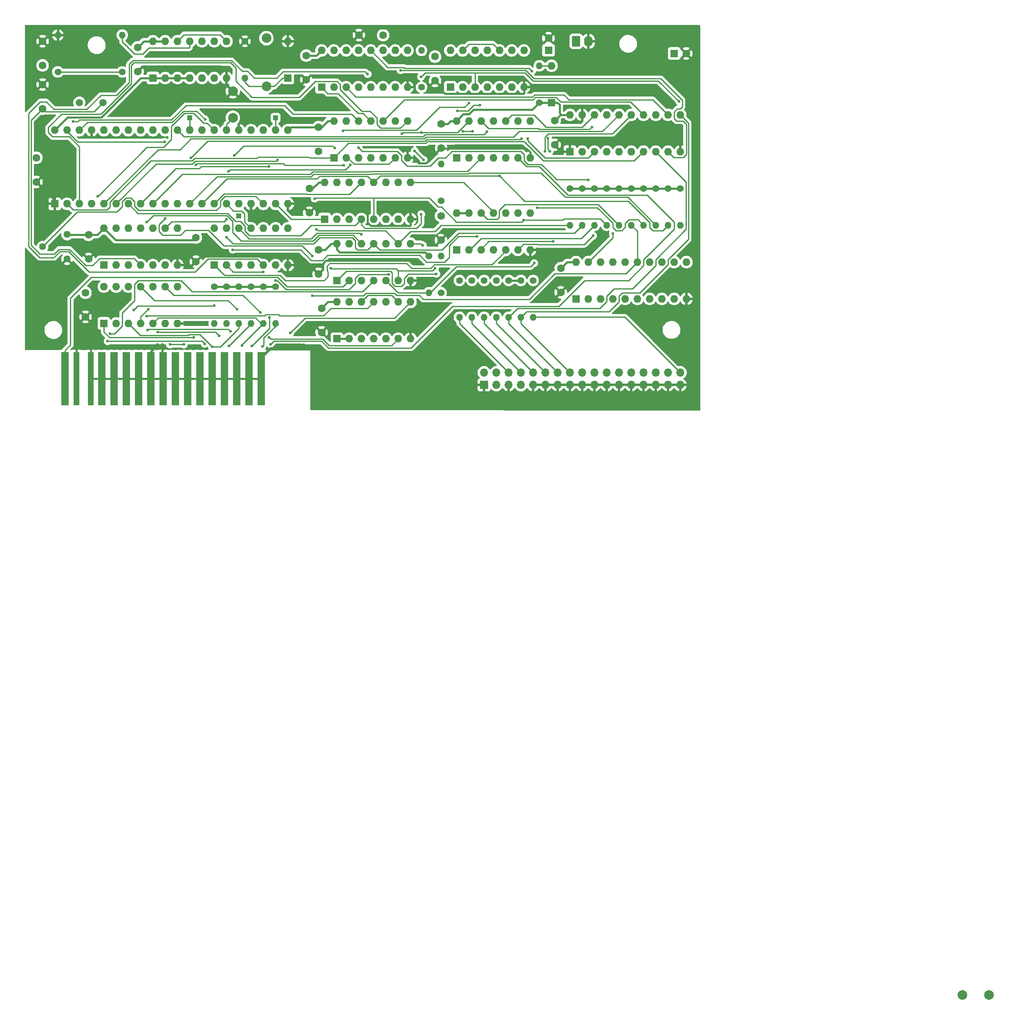
<source format=gbr>
%TF.GenerationSoftware,KiCad,Pcbnew,7.0.9*%
%TF.CreationDate,2024-01-09T01:54:30-03:00*%
%TF.ProjectId,HB-3600_FDC,48422d33-3630-4305-9f46-44432e6b6963,V1.0.0*%
%TF.SameCoordinates,Original*%
%TF.FileFunction,Copper,L2,Bot*%
%TF.FilePolarity,Positive*%
%FSLAX46Y46*%
G04 Gerber Fmt 4.6, Leading zero omitted, Abs format (unit mm)*
G04 Created by KiCad (PCBNEW 7.0.9) date 2024-01-09 01:54:30*
%MOMM*%
%LPD*%
G01*
G04 APERTURE LIST*
G04 Aperture macros list*
%AMRoundRect*
0 Rectangle with rounded corners*
0 $1 Rounding radius*
0 $2 $3 $4 $5 $6 $7 $8 $9 X,Y pos of 4 corners*
0 Add a 4 corners polygon primitive as box body*
4,1,4,$2,$3,$4,$5,$6,$7,$8,$9,$2,$3,0*
0 Add four circle primitives for the rounded corners*
1,1,$1+$1,$2,$3*
1,1,$1+$1,$4,$5*
1,1,$1+$1,$6,$7*
1,1,$1+$1,$8,$9*
0 Add four rect primitives between the rounded corners*
20,1,$1+$1,$2,$3,$4,$5,0*
20,1,$1+$1,$4,$5,$6,$7,0*
20,1,$1+$1,$6,$7,$8,$9,0*
20,1,$1+$1,$8,$9,$2,$3,0*%
G04 Aperture macros list end*
%TA.AperFunction,ComponentPad*%
%ADD10R,1.600000X1.600000*%
%TD*%
%TA.AperFunction,ComponentPad*%
%ADD11O,1.600000X1.600000*%
%TD*%
%TA.AperFunction,ComponentPad*%
%ADD12C,1.400000*%
%TD*%
%TA.AperFunction,ComponentPad*%
%ADD13O,1.400000X1.400000*%
%TD*%
%TA.AperFunction,ComponentPad*%
%ADD14R,1.000000X1.000000*%
%TD*%
%TA.AperFunction,ComponentPad*%
%ADD15C,1.440000*%
%TD*%
%TA.AperFunction,ComponentPad*%
%ADD16C,1.600000*%
%TD*%
%TA.AperFunction,ComponentPad*%
%ADD17C,2.000000*%
%TD*%
%TA.AperFunction,ComponentPad*%
%ADD18C,1.500000*%
%TD*%
%TA.AperFunction,ComponentPad*%
%ADD19RoundRect,0.250000X-0.620000X-0.845000X0.620000X-0.845000X0.620000X0.845000X-0.620000X0.845000X0*%
%TD*%
%TA.AperFunction,ComponentPad*%
%ADD20O,1.740000X2.190000*%
%TD*%
%TA.AperFunction,SMDPad,CuDef*%
%ADD21R,1.600000X11.000000*%
%TD*%
%TA.AperFunction,SMDPad,CuDef*%
%ADD22R,1.300000X11.000000*%
%TD*%
%TA.AperFunction,ComponentPad*%
%ADD23R,1.700000X1.700000*%
%TD*%
%TA.AperFunction,ComponentPad*%
%ADD24O,1.700000X1.700000*%
%TD*%
%TA.AperFunction,ViaPad*%
%ADD25C,0.600000*%
%TD*%
%TA.AperFunction,ViaPad*%
%ADD26C,0.800000*%
%TD*%
%TA.AperFunction,Conductor*%
%ADD27C,0.400000*%
%TD*%
%TA.AperFunction,Conductor*%
%ADD28C,0.250000*%
%TD*%
%TA.AperFunction,Conductor*%
%ADD29C,0.600000*%
%TD*%
G04 APERTURE END LIST*
D10*
%TO.P,U5,1*%
%TO.N,/~{WE}*%
X139065000Y-82550000D03*
D11*
%TO.P,U5,2*%
%TO.N,Net-(U5-Pad13)*%
X141605000Y-82550000D03*
%TO.P,U5,3*%
%TO.N,Net-(U2B-E)*%
X144145000Y-82550000D03*
%TO.P,U5,4*%
%TO.N,Net-(U10-Pad8)*%
X146685000Y-82550000D03*
%TO.P,U5,5*%
%TO.N,/~{CS}*%
X149225000Y-82550000D03*
%TO.P,U5,6*%
%TO.N,Net-(U5-Pad13)*%
X151765000Y-82550000D03*
%TO.P,U5,7,GND*%
%TO.N,GNDD*%
X154305000Y-82550000D03*
%TO.P,U5,8*%
%TO.N,Net-(U4-~{CS})*%
X154305000Y-74930000D03*
%TO.P,U5,9*%
%TO.N,/A2*%
X151765000Y-74930000D03*
%TO.P,U5,10*%
%TO.N,/~{CS}*%
X149225000Y-74930000D03*
%TO.P,U5,11*%
%TO.N,Net-(U2A-E)*%
X146685000Y-74930000D03*
%TO.P,U5,12*%
%TO.N,/~{RE}*%
X144145000Y-74930000D03*
%TO.P,U5,13*%
%TO.N,Net-(U5-Pad13)*%
X141605000Y-74930000D03*
%TO.P,U5,14,VCC*%
%TO.N,+5VD*%
X139065000Y-74930000D03*
%TD*%
D10*
%TO.P,U12,1*%
%TO.N,Net-(U9B-~{Q})*%
X139700000Y-107950000D03*
D11*
%TO.P,U12,2*%
%TO.N,/~{DCHGR}*%
X142240000Y-107950000D03*
%TO.P,U12,3*%
%TO.N,Net-(U8-Q2)*%
X144780000Y-107950000D03*
%TO.P,U12,4*%
%TO.N,/~{IN_USE}*%
X147320000Y-107950000D03*
%TO.P,U12,5*%
%TO.N,Net-(R7-Pad2)*%
X149860000Y-107950000D03*
%TO.P,U12,6*%
%TO.N,/~{MRST}*%
X152400000Y-107950000D03*
%TO.P,U12,7,GND*%
%TO.N,GNDD*%
X154940000Y-107950000D03*
%TO.P,U12,8*%
%TO.N,/~{DRQ}*%
X154940000Y-100330000D03*
%TO.P,U12,9*%
%TO.N,Net-(U4-DRQ)*%
X152400000Y-100330000D03*
%TO.P,U12,10*%
%TO.N,/~{IRQ}*%
X149860000Y-100330000D03*
%TO.P,U12,11*%
%TO.N,Net-(U4-INTRQ)*%
X147320000Y-100330000D03*
%TO.P,U12,12*%
%TO.N,/~{M_ON}*%
X144780000Y-100330000D03*
%TO.P,U12,13*%
%TO.N,Net-(U8-Q3)*%
X142240000Y-100330000D03*
%TO.P,U12,14,VCC*%
%TO.N,+5VD*%
X139700000Y-100330000D03*
%TD*%
D12*
%TO.P,R2,1*%
%TO.N,Net-(C16-Pad1)*%
X95250000Y-64770000D03*
D13*
%TO.P,R2,2*%
%TO.N,Net-(U1B-C)*%
X95250000Y-57150000D03*
%TD*%
D10*
%TO.P,U3,1*%
%TO.N,Net-(U8-~{Q3})*%
X163195000Y-67945000D03*
D11*
%TO.P,U3,2*%
%TO.N,/7FFD_RE*%
X165735000Y-67945000D03*
%TO.P,U3,3*%
%TO.N,/D7*%
X168275000Y-67945000D03*
%TO.P,U3,4*%
%TO.N,Net-(U8-~{Q2})*%
X170815000Y-67945000D03*
%TO.P,U3,5*%
%TO.N,/7FFD_RE*%
X173355000Y-67945000D03*
%TO.P,U3,6*%
%TO.N,/D6*%
X175895000Y-67945000D03*
%TO.P,U3,7,GND*%
%TO.N,GNDD*%
X178435000Y-67945000D03*
%TO.P,U3,8*%
%TO.N,/D1*%
X178435000Y-60325000D03*
%TO.P,U3,9*%
%TO.N,Net-(U8-~{Q1})*%
X175895000Y-60325000D03*
%TO.P,U3,10*%
%TO.N,/7FFD_RE*%
X173355000Y-60325000D03*
%TO.P,U3,11*%
%TO.N,/D0*%
X170815000Y-60325000D03*
%TO.P,U3,12*%
%TO.N,Net-(U8-~{Q0})*%
X168275000Y-60325000D03*
%TO.P,U3,13*%
%TO.N,/7FFD_RE*%
X165735000Y-60325000D03*
%TO.P,U3,14,VCC*%
%TO.N,+5VD*%
X163195000Y-60325000D03*
%TD*%
D14*
%TO.P,TP3,1,Pin_1*%
%TO.N,Net-(TP3-Pin_1)*%
X119380000Y-94615000D03*
%TD*%
D12*
%TO.P,RBD8,1*%
%TO.N,+5VD*%
X205740000Y-88900000D03*
D13*
%TO.P,RBD8,2*%
%TO.N,/D5*%
X205740000Y-96520000D03*
%TD*%
D10*
%TO.P,U2,1,E*%
%TO.N,Net-(U2A-E)*%
X136525000Y-67945000D03*
D11*
%TO.P,U2,2,A0*%
%TO.N,/A0*%
X139065000Y-67945000D03*
%TO.P,U2,3,A1*%
%TO.N,/A1*%
X141605000Y-67945000D03*
%TO.P,U2,4,O0*%
%TO.N,Net-(U2A-O0)*%
X144145000Y-67945000D03*
%TO.P,U2,5,O1*%
%TO.N,Net-(U2A-O1)*%
X146685000Y-67945000D03*
%TO.P,U2,6,O2*%
%TO.N,unconnected-(U2A-O2-Pad6)*%
X149225000Y-67945000D03*
%TO.P,U2,7,O3*%
%TO.N,unconnected-(U2A-O3-Pad7)*%
X151765000Y-67945000D03*
%TO.P,U2,8,GND*%
%TO.N,GNDD*%
X154305000Y-67945000D03*
%TO.P,U2,9,O3*%
%TO.N,unconnected-(U2B-O3-Pad9)*%
X154305000Y-60325000D03*
%TO.P,U2,10,O2*%
%TO.N,unconnected-(U2B-O2-Pad10)*%
X151765000Y-60325000D03*
%TO.P,U2,11,O1*%
%TO.N,/~{7FFD_WE}*%
X149225000Y-60325000D03*
%TO.P,U2,12,O0*%
%TO.N,/~{7FFC_WE}*%
X146685000Y-60325000D03*
%TO.P,U2,13,A1*%
%TO.N,/A1*%
X144145000Y-60325000D03*
%TO.P,U2,14,A0*%
%TO.N,/A0*%
X141605000Y-60325000D03*
%TO.P,U2,15,E*%
%TO.N,Net-(U2B-E)*%
X139065000Y-60325000D03*
%TO.P,U2,16,VCC*%
%TO.N,+5VD*%
X136525000Y-60325000D03*
%TD*%
D10*
%TO.P,U9,1,~{R}*%
%TO.N,/~{MRST}*%
X164465000Y-101625400D03*
D11*
%TO.P,U9,2,D*%
%TO.N,/D0*%
X167005000Y-101625400D03*
%TO.P,U9,3,C*%
%TO.N,/~{7FFC_WE}*%
X169545000Y-101625400D03*
%TO.P,U9,4,~{S}*%
%TO.N,+5VD*%
X172085000Y-101625400D03*
%TO.P,U9,5,Q*%
%TO.N,Net-(U9A-Q)*%
X174625000Y-101625400D03*
%TO.P,U9,6,~{Q}*%
%TO.N,Net-(U9A-~{Q})*%
X177165000Y-101625400D03*
%TO.P,U9,7,GND*%
%TO.N,GNDD*%
X179705000Y-101625400D03*
%TO.P,U9,8,~{Q}*%
%TO.N,Net-(U9B-~{Q})*%
X179705000Y-94005400D03*
%TO.P,U9,9,Q*%
%TO.N,unconnected-(U9B-Q-Pad9)*%
X177165000Y-94005400D03*
%TO.P,U9,10,~{S}*%
%TO.N,Net-(U9B-~{S})*%
X174625000Y-94005400D03*
%TO.P,U9,11,C*%
%TO.N,/~{7FFD_WE}*%
X172085000Y-94005400D03*
%TO.P,U9,12,D*%
%TO.N,/D2*%
X169545000Y-94005400D03*
%TO.P,U9,13,~{R}*%
%TO.N,+5VD*%
X167005000Y-94005400D03*
%TO.P,U9,14,VCC*%
X164465000Y-94005400D03*
%TD*%
D12*
%TO.P,RBC3,1*%
%TO.N,+5VD*%
X170180000Y-107950000D03*
D13*
%TO.P,RBC3,2*%
%TO.N,/~{FDC_RE}*%
X170180000Y-115570000D03*
%TD*%
D15*
%TO.P,RV1,1*%
%TO.N,+5VD*%
X83820000Y-98425000D03*
%TO.P,RV1,2*%
%TO.N,Net-(U4-RPW)*%
X78740000Y-100965000D03*
%TO.P,RV1,3*%
%TO.N,GNDD*%
X83820000Y-103505000D03*
%TD*%
D12*
%TO.P,RBD5,1*%
%TO.N,+5VD*%
X198120000Y-88900000D03*
D13*
%TO.P,RBD5,2*%
%TO.N,/D2*%
X198120000Y-96520000D03*
%TD*%
D16*
%TO.P,C19,1*%
%TO.N,/~{7FFD_WE}*%
X149265000Y-57150000D03*
%TO.P,C19,2*%
%TO.N,GNDD*%
X144265000Y-57150000D03*
%TD*%
D12*
%TO.P,RBF4,1*%
%TO.N,+5VD*%
X121920000Y-109220000D03*
D13*
%TO.P,RBF4,2*%
%TO.N,/~{W_PROTECT}*%
X121920000Y-116840000D03*
%TD*%
D12*
%TO.P,RBD3,1*%
%TO.N,+5VD*%
X193040000Y-88900000D03*
D13*
%TO.P,RBD3,2*%
%TO.N,/D0*%
X193040000Y-96520000D03*
%TD*%
D12*
%TO.P,RBD9,1*%
%TO.N,+5VD*%
X208280000Y-88900000D03*
D13*
%TO.P,RBD9,2*%
%TO.N,/D6*%
X208280000Y-96520000D03*
%TD*%
D17*
%TO.P,CV1,1*%
%TO.N,N/C*%
X269234833Y-255843000D03*
%TO.P,CV1,2*%
X274734833Y-255843000D03*
%TD*%
%TO.P,CV1,2*%
%TO.N,GNDD*%
X118150000Y-68776400D03*
%TO.P,CV1,1*%
%TO.N,Net-(U4-VCO)*%
X118150000Y-74276400D03*
%TD*%
D12*
%TO.P,RBD6,1*%
%TO.N,+5VD*%
X200660000Y-88900000D03*
D13*
%TO.P,RBD6,2*%
%TO.N,/D3*%
X200660000Y-96520000D03*
%TD*%
D16*
%TO.P,C15,1*%
%TO.N,+5VD*%
X136525000Y-113705000D03*
%TO.P,C15,2*%
%TO.N,GNDD*%
X136525000Y-118705000D03*
%TD*%
D14*
%TO.P,TP2,1,Pin_1*%
%TO.N,Net-(TP2-Pin_1)*%
X127000000Y-74295000D03*
%TD*%
D18*
%TO.P,Y1,1,1*%
%TO.N,Net-(C16-Pad1)*%
X86360000Y-71120000D03*
%TO.P,Y1,2,2*%
%TO.N,Net-(U1B-C)*%
X91260000Y-71120000D03*
%TD*%
D12*
%TO.P,R6,1*%
%TO.N,+5VD*%
X161264600Y-91440000D03*
D13*
%TO.P,R6,2*%
%TO.N,/7FFD_RE*%
X161264600Y-83820000D03*
%TD*%
D16*
%TO.P,C12,1*%
%TO.N,+5VD*%
X135890000Y-101600000D03*
%TO.P,C12,2*%
%TO.N,GNDD*%
X135890000Y-106600000D03*
%TD*%
D12*
%TO.P,RBC2,1*%
%TO.N,+5VD*%
X167640000Y-107950000D03*
D13*
%TO.P,RBC2,2*%
%TO.N,/~{FDC_CS}*%
X167640000Y-115570000D03*
%TD*%
D16*
%TO.P,C16,1*%
%TO.N,Net-(C16-Pad1)*%
X78740000Y-63420000D03*
%TO.P,C16,2*%
%TO.N,GNDD*%
X78740000Y-58420000D03*
%TD*%
D10*
%TO.P,U10,1*%
%TO.N,Net-(U10-Pad1)*%
X91440000Y-104775000D03*
D11*
%TO.P,U10,2*%
%TO.N,Net-(U4-~{RAW_READ})*%
X93980000Y-104775000D03*
%TO.P,U10,3*%
%TO.N,Net-(C16-Pad1)*%
X96520000Y-104775000D03*
%TO.P,U10,4*%
%TO.N,Net-(U1B-C)*%
X99060000Y-104775000D03*
%TO.P,U10,5*%
%TO.N,Net-(U10-Pad5)*%
X101600000Y-104775000D03*
%TO.P,U10,6*%
%TO.N,Net-(U4-~{WPRT})*%
X104140000Y-104775000D03*
%TO.P,U10,7,GND*%
%TO.N,GNDD*%
X106680000Y-104775000D03*
%TO.P,U10,8*%
%TO.N,Net-(U10-Pad8)*%
X106680000Y-97155000D03*
%TO.P,U10,9*%
%TO.N,/A2*%
X104140000Y-97155000D03*
%TO.P,U10,10*%
%TO.N,Net-(U4-~{TR00})*%
X101600000Y-97155000D03*
%TO.P,U10,11*%
%TO.N,Net-(U10-Pad11)*%
X99060000Y-97155000D03*
%TO.P,U10,12*%
%TO.N,Net-(U4-~{IP})*%
X96520000Y-97155000D03*
%TO.P,U10,13*%
%TO.N,Net-(U10-Pad13)*%
X93980000Y-97155000D03*
%TO.P,U10,14,VCC*%
%TO.N,+5VD*%
X91440000Y-97155000D03*
%TD*%
D10*
%TO.P,U4,1,ENP*%
%TO.N,GNDD*%
X81280000Y-92075000D03*
D11*
%TO.P,U4,2,~{WE}*%
%TO.N,/~{WE}*%
X83820000Y-92075000D03*
%TO.P,U4,3,~{CS}*%
%TO.N,Net-(U4-~{CS})*%
X86360000Y-92075000D03*
%TO.P,U4,4,~{RE}*%
%TO.N,/~{RE}*%
X88900000Y-92075000D03*
%TO.P,U4,5,A0*%
%TO.N,/AO*%
X91440000Y-92075000D03*
%TO.P,U4,6,A1*%
%TO.N,/A1*%
X93980000Y-92075000D03*
%TO.P,U4,7,DAL0*%
%TO.N,/D0*%
X96520000Y-92075000D03*
%TO.P,U4,8,DAL1*%
%TO.N,/D1*%
X99060000Y-92075000D03*
%TO.P,U4,9,DAL2*%
%TO.N,/D2*%
X101600000Y-92075000D03*
%TO.P,U4,10,DAL3*%
%TO.N,/D3*%
X104140000Y-92075000D03*
%TO.P,U4,11,DAL4*%
%TO.N,/D4*%
X106680000Y-92075000D03*
%TO.P,U4,12,DAL5*%
%TO.N,/D5*%
X109220000Y-92075000D03*
%TO.P,U4,13,DAL6*%
%TO.N,/D6*%
X111760000Y-92075000D03*
%TO.P,U4,14,DAL7*%
%TO.N,/D7*%
X114300000Y-92075000D03*
%TO.P,U4,15,STEP*%
%TO.N,Net-(U4-STEP)*%
X116840000Y-92075000D03*
%TO.P,U4,16,DIRC*%
%TO.N,Net-(TP3-Pin_1)*%
X119380000Y-92075000D03*
%TO.P,U4,17,~{5}/8*%
%TO.N,GNDD*%
X121920000Y-92075000D03*
%TO.P,U4,18,RPW*%
%TO.N,Net-(U4-RPW)*%
X124460000Y-92075000D03*
%TO.P,U4,19,~{MR}*%
%TO.N,/~{MRST}*%
X127000000Y-92075000D03*
%TO.P,U4,20,VSS*%
%TO.N,GNDD*%
X129540000Y-92075000D03*
%TO.P,U4,21,VCC*%
%TO.N,+5VD*%
X129540000Y-76835000D03*
%TO.P,U4,22,~{TEST}*%
%TO.N,Net-(TP2-Pin_1)*%
X127000000Y-76835000D03*
%TO.P,U4,23,PUMP*%
%TO.N,Net-(U4-PUMP)*%
X124460000Y-76835000D03*
%TO.P,U4,24,CLK*%
%TO.N,/CLK*%
X121920000Y-76835000D03*
%TO.P,U4,25,~{ENMF}*%
%TO.N,GNDD*%
X119380000Y-76835000D03*
%TO.P,U4,26,VCO*%
%TO.N,Net-(U4-VCO)*%
X116840000Y-76835000D03*
%TO.P,U4,27,~{RAW_READ}*%
%TO.N,Net-(U4-~{RAW_READ})*%
X114300000Y-76835000D03*
%TO.P,U4,28,HLD*%
%TO.N,unconnected-(U4-HLD-Pad28)*%
X111760000Y-76835000D03*
%TO.P,U4,29,TG43*%
%TO.N,Net-(TP1-Pin_1)*%
X109220000Y-76835000D03*
%TO.P,U4,30,WG*%
%TO.N,Net-(U4-WG)*%
X106680000Y-76835000D03*
%TO.P,U4,31,WD*%
%TO.N,Net-(U4-WD)*%
X104140000Y-76835000D03*
%TO.P,U4,32,READY*%
%TO.N,Net-(U4-READY)*%
X101600000Y-76835000D03*
%TO.P,U4,33,WPW*%
%TO.N,unconnected-(U4-WPW-Pad33)*%
X99060000Y-76835000D03*
%TO.P,U4,34,~{TR00}*%
%TO.N,Net-(U4-~{TR00})*%
X96520000Y-76835000D03*
%TO.P,U4,35,~{IP}*%
%TO.N,Net-(U4-~{IP})*%
X93980000Y-76835000D03*
%TO.P,U4,36,~{WPRT}*%
%TO.N,Net-(U4-~{WPRT})*%
X91440000Y-76835000D03*
%TO.P,U4,37,~{DDEN}*%
%TO.N,GNDD*%
X88900000Y-76835000D03*
%TO.P,U4,38,DRQ*%
%TO.N,Net-(U4-DRQ)*%
X86360000Y-76835000D03*
%TO.P,U4,39,INTRQ*%
%TO.N,Net-(U4-INTRQ)*%
X83820000Y-76835000D03*
%TO.P,U4,40,HLT*%
%TO.N,+5VD*%
X81280000Y-76835000D03*
%TD*%
D16*
%TO.P,C5,1*%
%TO.N,+5VD*%
X135890000Y-76200000D03*
%TO.P,C5,2*%
%TO.N,GNDD*%
X135890000Y-81200000D03*
%TD*%
%TO.P,C11,1*%
%TO.N,+5VD*%
X110490000Y-99060000D03*
%TO.P,C11,2*%
%TO.N,GNDD*%
X110490000Y-104060000D03*
%TD*%
%TO.P,C1,2*%
%TO.N,GNDD*%
X98425000Y-64690000D03*
%TO.P,C1,1*%
%TO.N,+5VD*%
X98425000Y-59690000D03*
%TD*%
D10*
%TO.P,U7,1,OEa*%
%TO.N,GNDD*%
X187960000Y-81280000D03*
D11*
%TO.P,U7,2,I0a*%
%TO.N,Net-(D2-A)*%
X190500000Y-81280000D03*
%TO.P,U7,3,O3b*%
%TO.N,/~{RESET}*%
X193040000Y-81280000D03*
%TO.P,U7,4,I1a*%
%TO.N,/FDC_A0*%
X195580000Y-81280000D03*
%TO.P,U7,5,O2b*%
%TO.N,/~{RE}*%
X198120000Y-81280000D03*
%TO.P,U7,6,I2a*%
%TO.N,/~{FDC_CS}*%
X200660000Y-81280000D03*
%TO.P,U7,7,O1b*%
%TO.N,/~{WE}*%
X203200000Y-81280000D03*
%TO.P,U7,8,I3a*%
%TO.N,/FDC_A1*%
X205740000Y-81280000D03*
%TO.P,U7,9,O0b*%
%TO.N,/A2*%
X208280000Y-81280000D03*
%TO.P,U7,10,GND*%
%TO.N,GNDD*%
X210820000Y-81280000D03*
%TO.P,U7,11,I0b*%
%TO.N,/FDC_A2*%
X210820000Y-73660000D03*
%TO.P,U7,12,O3a*%
%TO.N,/A1*%
X208280000Y-73660000D03*
%TO.P,U7,13,I1b*%
%TO.N,/~{FDC_WE}*%
X205740000Y-73660000D03*
%TO.P,U7,14,O2a*%
%TO.N,/~{CS}*%
X203200000Y-73660000D03*
%TO.P,U7,15,I2b*%
%TO.N,/~{FDC_RE}*%
X200660000Y-73660000D03*
%TO.P,U7,16,O1a*%
%TO.N,/AO*%
X198120000Y-73660000D03*
%TO.P,U7,17,I3b*%
%TO.N,/~{FDC_RESET}*%
X195580000Y-73660000D03*
%TO.P,U7,18,O0a*%
%TO.N,/~{Cold_PW_ON}*%
X193040000Y-73660000D03*
%TO.P,U7,19,OEb*%
%TO.N,GNDD*%
X190500000Y-73660000D03*
%TO.P,U7,20,VCC*%
%TO.N,+5VD*%
X187960000Y-73660000D03*
%TD*%
D16*
%TO.P,C14,1*%
%TO.N,GNDD*%
X87630000Y-115490000D03*
%TO.P,C14,2*%
%TO.N,+5VD*%
X87630000Y-110490000D03*
%TD*%
D12*
%TO.P,RBC5,1*%
%TO.N,+5VD*%
X175260000Y-107950000D03*
D13*
%TO.P,RBC5,2*%
%TO.N,/FDC_A1*%
X175260000Y-115570000D03*
%TD*%
D10*
%TO.P,U11,1*%
%TO.N,Net-(U9A-Q)*%
X114300000Y-104775000D03*
D11*
%TO.P,U11,2*%
%TO.N,/~{SIDE_SEL}*%
X116840000Y-104775000D03*
%TO.P,U11,3*%
%TO.N,Net-(TP3-Pin_1)*%
X119380000Y-104775000D03*
%TO.P,U11,4*%
%TO.N,/~{DIRECTION}*%
X121920000Y-104775000D03*
%TO.P,U11,5*%
%TO.N,Net-(U2A-O1)*%
X124460000Y-104775000D03*
%TO.P,U11,6*%
%TO.N,/7FFD_RE*%
X127000000Y-104775000D03*
%TO.P,U11,7,GND*%
%TO.N,GNDD*%
X129540000Y-104775000D03*
%TO.P,U11,8*%
%TO.N,/~{W_DATA}*%
X129540000Y-97155000D03*
%TO.P,U11,9*%
%TO.N,Net-(U4-WD)*%
X127000000Y-97155000D03*
%TO.P,U11,10*%
%TO.N,/~{STEP}*%
X124460000Y-97155000D03*
%TO.P,U11,11*%
%TO.N,Net-(U4-STEP)*%
X121920000Y-97155000D03*
%TO.P,U11,12*%
%TO.N,/7FFC_RE*%
X119380000Y-97155000D03*
%TO.P,U11,13*%
%TO.N,Net-(U2A-O0)*%
X116840000Y-97155000D03*
%TO.P,U11,14,VCC*%
%TO.N,+5VD*%
X114300000Y-97155000D03*
%TD*%
D10*
%TO.P,D1,1,K*%
%TO.N,Net-(D1-K)*%
X129540000Y-66040000D03*
D11*
%TO.P,D1,2,A*%
%TO.N,GNDD*%
X129540000Y-58420000D03*
%TD*%
D12*
%TO.P,RBF5,1*%
%TO.N,+5VD*%
X124460000Y-109220000D03*
D13*
%TO.P,RBF5,2*%
%TO.N,/~{R_DATA}*%
X124460000Y-116840000D03*
%TD*%
D10*
%TO.P,U13,1,A->B*%
%TO.N,/~{RE}*%
X189230000Y-111760000D03*
D11*
%TO.P,U13,2,A0*%
%TO.N,/FDC_D0*%
X191770000Y-111760000D03*
%TO.P,U13,3,A1*%
%TO.N,/FDC_D1*%
X194310000Y-111760000D03*
%TO.P,U13,4,A2*%
%TO.N,/FDC_D2*%
X196850000Y-111760000D03*
%TO.P,U13,5,A3*%
%TO.N,/FDC_D3*%
X199390000Y-111760000D03*
%TO.P,U13,6,A4*%
%TO.N,/FDC_D4*%
X201930000Y-111760000D03*
%TO.P,U13,7,A5*%
%TO.N,/FDC_D5*%
X204470000Y-111760000D03*
%TO.P,U13,8,A6*%
%TO.N,/FDC_D6*%
X207010000Y-111760000D03*
%TO.P,U13,9,A7*%
%TO.N,/FDC_D7*%
X209550000Y-111760000D03*
%TO.P,U13,10,GND*%
%TO.N,GNDD*%
X212090000Y-111760000D03*
%TO.P,U13,11,B7*%
%TO.N,/D7*%
X212090000Y-104140000D03*
%TO.P,U13,12,B6*%
%TO.N,/D6*%
X209550000Y-104140000D03*
%TO.P,U13,13,B5*%
%TO.N,/D5*%
X207010000Y-104140000D03*
%TO.P,U13,14,B4*%
%TO.N,/D4*%
X204470000Y-104140000D03*
%TO.P,U13,15,B3*%
%TO.N,/D3*%
X201930000Y-104140000D03*
%TO.P,U13,16,B2*%
%TO.N,/D2*%
X199390000Y-104140000D03*
%TO.P,U13,17,B1*%
%TO.N,/D1*%
X196850000Y-104140000D03*
%TO.P,U13,18,B0*%
%TO.N,/D0*%
X194310000Y-104140000D03*
%TO.P,U13,19,CE*%
%TO.N,/~{CS}*%
X191770000Y-104140000D03*
%TO.P,U13,20,VCC*%
%TO.N,+5VD*%
X189230000Y-104140000D03*
%TD*%
D10*
%TO.P,U14,1*%
%TO.N,/~{DCHG}*%
X91440000Y-116840000D03*
D11*
%TO.P,U14,2*%
%TO.N,Net-(U9B-~{S})*%
X93980000Y-116840000D03*
%TO.P,U14,3*%
%TO.N,/~{TR_00}*%
X96520000Y-116840000D03*
%TO.P,U14,4*%
%TO.N,Net-(U10-Pad11)*%
X99060000Y-116840000D03*
%TO.P,U14,5*%
%TO.N,/~{R_DATA}*%
X101600000Y-116840000D03*
%TO.P,U14,6*%
%TO.N,Net-(U10-Pad1)*%
X104140000Y-116840000D03*
%TO.P,U14,7,GND*%
%TO.N,GNDD*%
X106680000Y-116840000D03*
%TO.P,U14,8*%
%TO.N,Net-(U4-READY)*%
X106680000Y-109220000D03*
%TO.P,U14,9*%
%TO.N,/~{READY}*%
X104140000Y-109220000D03*
%TO.P,U14,10*%
%TO.N,Net-(U10-Pad5)*%
X101600000Y-109220000D03*
%TO.P,U14,11*%
%TO.N,/~{W_PROTECT}*%
X99060000Y-109220000D03*
%TO.P,U14,12*%
%TO.N,Net-(U10-Pad13)*%
X96520000Y-109220000D03*
%TO.P,U14,13*%
%TO.N,/~{INDEX}*%
X93980000Y-109220000D03*
%TO.P,U14,14,VCC*%
%TO.N,+5VD*%
X91440000Y-109220000D03*
%TD*%
D12*
%TO.P,R7,1*%
%TO.N,+5VD*%
X158750000Y-102870000D03*
D13*
%TO.P,R7,2*%
%TO.N,Net-(R7-Pad2)*%
X158750000Y-110490000D03*
%TD*%
D12*
%TO.P,RBD4,1*%
%TO.N,+5VD*%
X195580000Y-88900000D03*
D13*
%TO.P,RBD4,2*%
%TO.N,/D1*%
X195580000Y-96520000D03*
%TD*%
D12*
%TO.P,RBF6,1*%
%TO.N,+5VD*%
X127000000Y-109220000D03*
D13*
%TO.P,RBF6,2*%
%TO.N,/~{READY}*%
X127000000Y-116840000D03*
%TD*%
D10*
%TO.P,C21,1*%
%TO.N,+5VD*%
X209550000Y-60960000D03*
D16*
%TO.P,C21,2*%
%TO.N,GNDD*%
X212050000Y-60960000D03*
%TD*%
D12*
%TO.P,RBF1,1*%
%TO.N,+5VD*%
X114300000Y-109220000D03*
D13*
%TO.P,RBF1,2*%
%TO.N,/~{DCHG}*%
X114300000Y-116840000D03*
%TD*%
D19*
%TO.P,CN3,1,Pin_1*%
%TO.N,+5VD*%
X189230000Y-58420000D03*
D20*
%TO.P,CN3,2,Pin_2*%
%TO.N,GNDD*%
X191770000Y-58420000D03*
%TD*%
D12*
%TO.P,R4,1*%
%TO.N,/7FFC_RE*%
X157226000Y-67945000D03*
D13*
%TO.P,R4,2*%
%TO.N,+5VD*%
X157226000Y-60325000D03*
%TD*%
D14*
%TO.P,TP1,1,Pin_1*%
%TO.N,Net-(TP1-Pin_1)*%
X109220000Y-74295000D03*
%TD*%
D12*
%TO.P,RBD2,1*%
%TO.N,+5VD*%
X190500000Y-88900000D03*
D13*
%TO.P,RBD2,2*%
%TO.N,Net-(U4-INTRQ)*%
X190500000Y-96520000D03*
%TD*%
D16*
%TO.P,C8,1*%
%TO.N,+5VD*%
X133985000Y-88940000D03*
%TO.P,C8,2*%
%TO.N,GNDD*%
X133985000Y-93940000D03*
%TD*%
D12*
%TO.P,RBC4,1*%
%TO.N,+5VD*%
X172720000Y-107950000D03*
D13*
%TO.P,RBC4,2*%
%TO.N,/FDC_A0*%
X172720000Y-115570000D03*
%TD*%
D16*
%TO.P,C7,1*%
%TO.N,+5VD*%
X184785000Y-74853800D03*
%TO.P,C7,2*%
%TO.N,GNDD*%
X184785000Y-79853800D03*
%TD*%
D12*
%TO.P,RBC6,1*%
%TO.N,+5VD*%
X177800000Y-107950000D03*
D13*
%TO.P,RBC6,2*%
%TO.N,/FDC_A2*%
X177800000Y-115570000D03*
%TD*%
D12*
%TO.P,RBD1,1*%
%TO.N,+5VD*%
X187960000Y-88900000D03*
D13*
%TO.P,RBD1,2*%
%TO.N,Net-(U4-DRQ)*%
X187960000Y-96520000D03*
%TD*%
D10*
%TO.P,D2,1,K*%
%TO.N,+5VD*%
X184150000Y-71120000D03*
D11*
%TO.P,D2,2,A*%
%TO.N,Net-(D2-A)*%
X184150000Y-63500000D03*
%TD*%
D10*
%TO.P,U1,1,~{R}*%
%TO.N,+5VD*%
X101600000Y-66040000D03*
D11*
%TO.P,U1,2,D*%
X104140000Y-66040000D03*
%TO.P,U1,3,C*%
X106680000Y-66040000D03*
%TO.P,U1,4,~{S}*%
X109220000Y-66040000D03*
%TO.P,U1,5,Q*%
%TO.N,unconnected-(U1A-Q-Pad5)*%
X111760000Y-66040000D03*
%TO.P,U1,6,~{Q}*%
%TO.N,unconnected-(U1A-~{Q}-Pad6)*%
X114300000Y-66040000D03*
%TO.P,U1,7,GND*%
%TO.N,GNDD*%
X116840000Y-66040000D03*
%TO.P,U1,8,~{Q}*%
%TO.N,Net-(U1B-D)*%
X116840000Y-58420000D03*
%TO.P,U1,9,Q*%
%TO.N,/CLK*%
X114300000Y-58420000D03*
%TO.P,U1,10,~{S}*%
%TO.N,+5VD*%
X111760000Y-58420000D03*
%TO.P,U1,11,C*%
%TO.N,Net-(U1B-C)*%
X109220000Y-58420000D03*
%TO.P,U1,12,D*%
%TO.N,Net-(U1B-D)*%
X106680000Y-58420000D03*
%TO.P,U1,13,~{R}*%
%TO.N,+5VD*%
X104140000Y-58420000D03*
%TO.P,U1,14,VCC*%
X101600000Y-58420000D03*
%TD*%
D12*
%TO.P,R8,1*%
%TO.N,+5VD*%
X161290000Y-110515400D03*
D13*
%TO.P,R8,2*%
%TO.N,/~{MRST}*%
X161290000Y-102895400D03*
%TD*%
D12*
%TO.P,RBD7,1*%
%TO.N,+5VD*%
X203200000Y-88900000D03*
D13*
%TO.P,RBD7,2*%
%TO.N,/D4*%
X203200000Y-96520000D03*
%TD*%
D10*
%TO.P,U6,1*%
%TO.N,/7FFD_RE*%
X164465000Y-82550000D03*
D11*
%TO.P,U6,2*%
%TO.N,Net-(U9B-~{S})*%
X167005000Y-82550000D03*
%TO.P,U6,3*%
%TO.N,/D2*%
X169545000Y-82550000D03*
%TO.P,U6,4*%
%TO.N,Net-(U4-WG)*%
X172085000Y-82550000D03*
%TO.P,U6,5*%
%TO.N,/~{MRST}*%
X174625000Y-82550000D03*
%TO.P,U6,6*%
%TO.N,/~{W_GATE}*%
X177165000Y-82550000D03*
%TO.P,U6,7,GND*%
%TO.N,GNDD*%
X179705000Y-82550000D03*
%TO.P,U6,8*%
%TO.N,Net-(R7-Pad2)*%
X179705000Y-74930000D03*
%TO.P,U6,9*%
%TO.N,/~{RESET}*%
X177165000Y-74930000D03*
%TO.P,U6,10*%
%TO.N,/~{Cold_PW_ON}*%
X174625000Y-74930000D03*
%TO.P,U6,11*%
%TO.N,/D0*%
X172085000Y-74930000D03*
%TO.P,U6,12*%
%TO.N,Net-(U9A-~{Q})*%
X169545000Y-74930000D03*
%TO.P,U6,13*%
%TO.N,/7FFC_RE*%
X167005000Y-74930000D03*
%TO.P,U6,14,VCC*%
%TO.N,+5VD*%
X164465000Y-74930000D03*
%TD*%
D16*
%TO.P,C2,1*%
%TO.N,+5VD*%
X133350000Y-61391800D03*
%TO.P,C2,2*%
%TO.N,GNDD*%
X133350000Y-66391800D03*
%TD*%
D12*
%TO.P,RBC1,1*%
%TO.N,+5VD*%
X165074600Y-107950000D03*
D13*
%TO.P,RBC1,2*%
%TO.N,/~{FDC_WE}*%
X165074600Y-115570000D03*
%TD*%
D10*
%TO.P,U15,1*%
%TO.N,+5VD*%
X139700000Y-120015000D03*
D11*
%TO.P,U15,2*%
X142240000Y-120015000D03*
%TO.P,U15,3*%
%TO.N,unconnected-(U15-Pad3)*%
X144780000Y-120015000D03*
%TO.P,U15,4*%
%TO.N,Net-(U8-Q0)*%
X147320000Y-120015000D03*
%TO.P,U15,5*%
%TO.N,Net-(U8-~{Q1})*%
X149860000Y-120015000D03*
%TO.P,U15,6*%
%TO.N,/~{DSEL_1}*%
X152400000Y-120015000D03*
%TO.P,U15,7,GND*%
%TO.N,GNDD*%
X154940000Y-120015000D03*
%TO.P,U15,8*%
%TO.N,/~{DSEL_2}*%
X154940000Y-112395000D03*
%TO.P,U15,9*%
%TO.N,Net-(U8-~{Q0})*%
X152400000Y-112395000D03*
%TO.P,U15,10*%
%TO.N,Net-(U8-Q1)*%
X149860000Y-112395000D03*
%TO.P,U15,11*%
%TO.N,/~{DSEL_0}*%
X147320000Y-112395000D03*
%TO.P,U15,12*%
%TO.N,Net-(U8-~{Q0})*%
X144780000Y-112395000D03*
%TO.P,U15,13*%
%TO.N,Net-(U8-~{Q1})*%
X142240000Y-112395000D03*
%TO.P,U15,14,VCC*%
%TO.N,+5VD*%
X139700000Y-112395000D03*
%TD*%
D16*
%TO.P,C10,1*%
%TO.N,+5VD*%
X88265000Y-98505000D03*
%TO.P,C10,2*%
%TO.N,GNDD*%
X88265000Y-103505000D03*
%TD*%
D17*
%TO.P,C18,1*%
%TO.N,Net-(U4-PUMP)*%
X125095000Y-57785000D03*
%TO.P,C18,2*%
%TO.N,Net-(D1-K)*%
X125095000Y-67785000D03*
%TD*%
D12*
%TO.P,R5,1*%
%TO.N,+5VD*%
X181610000Y-71120000D03*
D13*
%TO.P,R5,2*%
%TO.N,Net-(D2-A)*%
X181610000Y-63500000D03*
%TD*%
D21*
%TO.P,CN2,1,Pin_1*%
%TO.N,/~{DCHGR}*%
X83375500Y-128270000D03*
D22*
%TO.P,CN2,3,Pin_3*%
%TO.N,GNDD*%
X85725000Y-128257300D03*
%TO.P,CN2,5,Pin_5*%
X88709500Y-128270000D03*
D21*
%TO.P,CN2,7,Pin_7*%
X90995500Y-128270000D03*
%TO.P,CN2,9,Pin_9*%
X93535500Y-128270000D03*
%TO.P,CN2,11,Pin_11*%
X96075500Y-128270000D03*
%TO.P,CN2,13,Pin_13*%
X98615500Y-128270000D03*
%TO.P,CN2,15,Pin_15*%
X101155500Y-128270000D03*
%TO.P,CN2,17,Pin_17*%
X103695500Y-128270000D03*
%TO.P,CN2,19,Pin_19*%
X106235500Y-128270000D03*
%TO.P,CN2,21,Pin_21*%
X108775500Y-128270000D03*
%TO.P,CN2,23,Pin_23*%
X111315500Y-128270000D03*
%TO.P,CN2,25,Pin_25*%
X113855500Y-128270000D03*
%TO.P,CN2,27,Pin_27*%
X116395500Y-128270000D03*
%TO.P,CN2,29,Pin_29*%
X118935500Y-128270000D03*
%TO.P,CN2,31,Pin_31*%
X121475500Y-128270000D03*
%TO.P,CN2,33,Pin_33*%
X124015500Y-128270000D03*
%TD*%
D12*
%TO.P,R1,1*%
%TO.N,Net-(C16-Pad1)*%
X81915000Y-64770000D03*
D13*
%TO.P,R1,2*%
%TO.N,GNDD*%
X81915000Y-57150000D03*
%TD*%
D16*
%TO.P,C17,1*%
%TO.N,Net-(U1B-C)*%
X78740000Y-72390000D03*
%TO.P,C17,2*%
%TO.N,GNDD*%
X78740000Y-67390000D03*
%TD*%
%TO.P,C4,1*%
%TO.N,+5VD*%
X77470000Y-82550000D03*
%TO.P,C4,2*%
%TO.N,GNDD*%
X77470000Y-87550000D03*
%TD*%
D12*
%TO.P,RBC7,1*%
%TO.N,+5VD*%
X180340000Y-107950000D03*
D13*
%TO.P,RBC7,2*%
%TO.N,/~{FDC_RESET}*%
X180340000Y-115570000D03*
%TD*%
D10*
%TO.P,U8,1,~{Mr}*%
%TO.N,/~{MRST}*%
X137160000Y-95250000D03*
D11*
%TO.P,U8,2,Q0*%
%TO.N,Net-(U8-Q0)*%
X139700000Y-95250000D03*
%TO.P,U8,3,~{Q0}*%
%TO.N,Net-(U8-~{Q0})*%
X142240000Y-95250000D03*
%TO.P,U8,4,D0*%
%TO.N,/D0*%
X144780000Y-95250000D03*
%TO.P,U8,5,D1*%
%TO.N,/D1*%
X147320000Y-95250000D03*
%TO.P,U8,6,~{Q1}*%
%TO.N,Net-(U8-~{Q1})*%
X149860000Y-95250000D03*
%TO.P,U8,7,Q1*%
%TO.N,Net-(U8-Q1)*%
X152400000Y-95250000D03*
%TO.P,U8,8,GND*%
%TO.N,GNDD*%
X154940000Y-95250000D03*
%TO.P,U8,9,Cp*%
%TO.N,/~{7FFD_WE}*%
X154940000Y-87630000D03*
%TO.P,U8,10,Q2*%
%TO.N,Net-(U8-Q2)*%
X152400000Y-87630000D03*
%TO.P,U8,11,~{Q2}*%
%TO.N,Net-(U8-~{Q2})*%
X149860000Y-87630000D03*
%TO.P,U8,12,D2*%
%TO.N,/D6*%
X147320000Y-87630000D03*
%TO.P,U8,13,D3*%
%TO.N,/D7*%
X144780000Y-87630000D03*
%TO.P,U8,14,~{Q3}*%
%TO.N,Net-(U8-~{Q3})*%
X142240000Y-87630000D03*
%TO.P,U8,15,Q3*%
%TO.N,Net-(U8-Q3)*%
X139700000Y-87630000D03*
%TO.P,U8,16,VCC*%
%TO.N,+5VD*%
X137160000Y-87630000D03*
%TD*%
D12*
%TO.P,RBF3,1*%
%TO.N,+5VD*%
X119380000Y-109220000D03*
D13*
%TO.P,RBF3,2*%
%TO.N,/~{TR_00}*%
X119380000Y-116840000D03*
%TD*%
D12*
%TO.P,RBD10,1*%
%TO.N,+5VD*%
X210820000Y-88900000D03*
D13*
%TO.P,RBD10,2*%
%TO.N,/D7*%
X210820000Y-96520000D03*
%TD*%
D12*
%TO.P,R3,1*%
%TO.N,GNDD*%
X120650000Y-58420000D03*
D13*
%TO.P,R3,2*%
%TO.N,Net-(D1-K)*%
X120650000Y-66040000D03*
%TD*%
D16*
%TO.P,C6,1*%
%TO.N,+5VD*%
X161290000Y-75565000D03*
%TO.P,C6,2*%
%TO.N,GNDD*%
X161290000Y-80565000D03*
%TD*%
%TO.P,C9,1*%
%TO.N,+5VD*%
X161264600Y-94589600D03*
%TO.P,C9,2*%
%TO.N,GNDD*%
X161264600Y-99589600D03*
%TD*%
D23*
%TO.P,CN1,1,Pin_1*%
%TO.N,GNDD*%
X170180000Y-129540000D03*
D24*
%TO.P,CN1,2,Pin_2*%
%TO.N,/~{DRQ}*%
X170180000Y-127000000D03*
%TO.P,CN1,3,Pin_3*%
%TO.N,unconnected-(CN1-Pin_3-Pad3)*%
X172720000Y-129540000D03*
%TO.P,CN1,4,Pin_4*%
%TO.N,/~{IRQ}*%
X172720000Y-127000000D03*
%TO.P,CN1,5,Pin_5*%
%TO.N,GNDD*%
X175260000Y-129540000D03*
%TO.P,CN1,6,Pin_6*%
%TO.N,/~{FDC_WE}*%
X175260000Y-127000000D03*
%TO.P,CN1,7,Pin_7*%
%TO.N,unconnected-(CN1-Pin_7-Pad7)*%
X177800000Y-129540000D03*
%TO.P,CN1,8,Pin_8*%
%TO.N,/~{FDC_CS}*%
X177800000Y-127000000D03*
%TO.P,CN1,9,Pin_9*%
%TO.N,GNDD*%
X180340000Y-129540000D03*
%TO.P,CN1,10,Pin_10*%
%TO.N,/~{FDC_RE}*%
X180340000Y-127000000D03*
%TO.P,CN1,11,Pin_11*%
%TO.N,GNDD*%
X182880000Y-129540000D03*
%TO.P,CN1,12,Pin_12*%
%TO.N,/FDC_A0*%
X182880000Y-127000000D03*
%TO.P,CN1,13,Pin_13*%
%TO.N,GNDD*%
X185420000Y-129540000D03*
%TO.P,CN1,14,Pin_14*%
%TO.N,/FDC_A1*%
X185420000Y-127000000D03*
%TO.P,CN1,15,Pin_15*%
%TO.N,GNDD*%
X187960000Y-129540000D03*
%TO.P,CN1,16,Pin_16*%
%TO.N,/FDC_A2*%
X187960000Y-127000000D03*
%TO.P,CN1,17,Pin_17*%
%TO.N,GNDD*%
X190500000Y-129540000D03*
%TO.P,CN1,18,Pin_18*%
%TO.N,/FDC_D0*%
X190500000Y-127000000D03*
%TO.P,CN1,19,Pin_19*%
%TO.N,GNDD*%
X193040000Y-129540000D03*
%TO.P,CN1,20,Pin_20*%
%TO.N,/FDC_D1*%
X193040000Y-127000000D03*
%TO.P,CN1,21,Pin_21*%
%TO.N,GNDD*%
X195580000Y-129540000D03*
%TO.P,CN1,22,Pin_22*%
%TO.N,/FDC_D2*%
X195580000Y-127000000D03*
%TO.P,CN1,23,Pin_23*%
%TO.N,GNDD*%
X198120000Y-129540000D03*
%TO.P,CN1,24,Pin_24*%
%TO.N,/FDC_D3*%
X198120000Y-127000000D03*
%TO.P,CN1,25,Pin_25*%
%TO.N,GNDD*%
X200660000Y-129540000D03*
%TO.P,CN1,26,Pin_26*%
%TO.N,/FDC_D4*%
X200660000Y-127000000D03*
%TO.P,CN1,27,Pin_27*%
%TO.N,GNDD*%
X203200000Y-129540000D03*
%TO.P,CN1,28,Pin_28*%
%TO.N,/FDC_D5*%
X203200000Y-127000000D03*
%TO.P,CN1,29,Pin_29*%
%TO.N,GNDD*%
X205740000Y-129540000D03*
%TO.P,CN1,30,Pin_30*%
%TO.N,/FDC_D6*%
X205740000Y-127000000D03*
%TO.P,CN1,31,Pin_31*%
%TO.N,GNDD*%
X208280000Y-129540000D03*
%TO.P,CN1,32,Pin_32*%
%TO.N,/FDC_D7*%
X208280000Y-127000000D03*
%TO.P,CN1,33,Pin_33*%
%TO.N,GNDD*%
X210820000Y-129540000D03*
%TO.P,CN1,34,Pin_34*%
%TO.N,/~{FDC_RESET}*%
X210820000Y-127000000D03*
%TD*%
D10*
%TO.P,C20,1*%
%TO.N,Net-(D2-A)*%
X183515000Y-60285000D03*
D16*
%TO.P,C20,2*%
%TO.N,GNDD*%
X183515000Y-57785000D03*
%TD*%
%TO.P,C13,1*%
%TO.N,+5VD*%
X186055000Y-105410000D03*
%TO.P,C13,2*%
%TO.N,GNDD*%
X186055000Y-110410000D03*
%TD*%
D12*
%TO.P,RBF2,1*%
%TO.N,+5VD*%
X116840000Y-109220000D03*
D13*
%TO.P,RBF2,2*%
%TO.N,/~{INDEX}*%
X116840000Y-116840000D03*
%TD*%
D16*
%TO.P,C3,1*%
%TO.N,+5VD*%
X160020000Y-61595000D03*
%TO.P,C3,2*%
%TO.N,GNDD*%
X160020000Y-66595000D03*
%TD*%
D25*
%TO.N,GNDD*%
X131165600Y-121285000D03*
X132829503Y-121285000D03*
D26*
X102500000Y-121325000D03*
D25*
X132080000Y-121285000D03*
D26*
X103550000Y-121325000D03*
X156489400Y-104309400D03*
D25*
%TO.N,/~{7FFD_WE}*%
X155822750Y-81133850D03*
X157668600Y-82979700D03*
%TO.N,/~{DRQ}*%
X157505400Y-100660200D03*
%TO.N,/~{FDC_RE}*%
X182788189Y-81229200D03*
%TO.N,/~{READY}*%
X123825000Y-114603700D03*
X124269500Y-121602500D03*
%TO.N,/~{SIDE_SEL}*%
X125730000Y-115607500D03*
X124477300Y-106154600D03*
X122047000Y-121539000D03*
%TO.N,/~{R_DATA}*%
X120015000Y-121456900D03*
%TO.N,/~{W_PROTECT}*%
X117317450Y-121508450D03*
X118999000Y-113919000D03*
%TO.N,/~{TR_00}*%
X113842800Y-121716800D03*
%TO.N,/~{W_GATE}*%
X125984000Y-121184000D03*
%TO.N,/~{DIRECTION}*%
X105130600Y-121208800D03*
X108000800Y-121208800D03*
%TO.N,/~{M_ON}*%
X100330000Y-95885000D03*
%TO.N,/~{DSEL_2}*%
X115326400Y-119400400D03*
X130043300Y-118762800D03*
X102585900Y-118652000D03*
%TO.N,/~{DSEL_1}*%
X117695900Y-118501500D03*
X125598800Y-119715800D03*
X100504200Y-118194200D03*
%TO.N,/~{DSEL_0}*%
X100355085Y-115337400D03*
%TO.N,/~{INDEX}*%
X112351900Y-121078400D03*
X92202000Y-120523000D03*
%TO.N,/~{IN_USE}*%
X92700957Y-118984841D03*
%TO.N,/~{DCHG}*%
X110086300Y-119773700D03*
%TO.N,/~{MRST}*%
X160020000Y-105410000D03*
X138430000Y-105410000D03*
%TO.N,/7FFD_RE*%
X167802916Y-77052161D03*
X150486198Y-106680000D03*
X127000000Y-107941400D03*
X165732089Y-77086089D03*
%TO.N,/7FFC_RE*%
X144780000Y-98425000D03*
X157226000Y-77292200D03*
X153127500Y-77544200D03*
%TO.N,Net-(R7-Pad2)*%
X180568600Y-104368600D03*
X183769000Y-81178400D03*
X183413400Y-78511400D03*
%TO.N,Net-(U4-DRQ)*%
X135450000Y-97350000D03*
X112395000Y-74587000D03*
%TO.N,/D0*%
X157165900Y-94232700D03*
%TO.N,/D1*%
X125655100Y-84379500D03*
X178384200Y-95417400D03*
X135105000Y-90997700D03*
%TO.N,/D3*%
X104140000Y-95137900D03*
X134620000Y-111125000D03*
X134620000Y-102870000D03*
%TO.N,/D4*%
X181189900Y-92873900D03*
X109429900Y-82556400D03*
X178003200Y-78562200D03*
%TO.N,/D6*%
X173355000Y-86334600D03*
%TO.N,/D7*%
X157124400Y-65786000D03*
X210585600Y-70872700D03*
%TO.N,Net-(U4-INTRQ)*%
X104044200Y-79255400D03*
X116840000Y-99009200D03*
%TO.N,/~{RE}*%
X191744600Y-87120100D03*
X85090000Y-75046500D03*
X144145000Y-80441900D03*
%TO.N,/A1*%
X127422000Y-82991400D03*
%TO.N,Net-(U2A-O0)*%
X117278600Y-85356200D03*
X142502271Y-84015864D03*
%TO.N,Net-(U2A-O1)*%
X146075000Y-65225000D03*
%TO.N,/~{CS}*%
X196850000Y-98190000D03*
%TO.N,/~{RESET}*%
X179197000Y-78562200D03*
%TO.N,/A2*%
X118448900Y-82047600D03*
X152908000Y-64439800D03*
X139260900Y-80544100D03*
X116805183Y-95299756D03*
%TO.N,Net-(U8-~{Q2})*%
X169347800Y-71653400D03*
X164668200Y-72821800D03*
%TO.N,Net-(U8-~{Q0})*%
X167005000Y-71221600D03*
X140990700Y-76943500D03*
%TO.N,Net-(U4-~{RAW_READ})*%
X90195400Y-90525600D03*
%TO.N,Net-(U4-WG)*%
X170738800Y-77165200D03*
%TO.N,/~{7FFC_WE}*%
X180111400Y-64617600D03*
X184461100Y-99867800D03*
%TO.N,Net-(U10-Pad8)*%
X141093100Y-84074000D03*
X110515400Y-84023200D03*
%TO.N,Net-(U9B-~{S})*%
X168759800Y-98861000D03*
X114300000Y-113157000D03*
X118110000Y-101600000D03*
X97653300Y-114051000D03*
%TO.N,Net-(U9A-~{Q})*%
X192492100Y-76177400D03*
X192768200Y-98685700D03*
%TO.N,Net-(U9B-~{Q})*%
X160292300Y-106573000D03*
%TO.N,Net-(U10-Pad11)*%
X100663600Y-113855300D03*
%TD*%
D27*
%TO.N,GNDD*%
X191770000Y-56794400D02*
X191770000Y-58420000D01*
X184708800Y-56591200D02*
X191566800Y-56591200D01*
X191566800Y-56591200D02*
X191770000Y-56794400D01*
X183515000Y-57785000D02*
X184708800Y-56591200D01*
D28*
%TO.N,/~{DCHGR}*%
X83375500Y-122430400D02*
X83375500Y-128257300D01*
X84531200Y-121274700D02*
X83375500Y-122430400D01*
X127439000Y-107311600D02*
X88827200Y-107311600D01*
X129347400Y-109220000D02*
X127439000Y-107311600D01*
X88827200Y-107311600D02*
X84531200Y-111607600D01*
X84531200Y-111607600D02*
X84531200Y-121274700D01*
X142240000Y-107950000D02*
X140970000Y-109220000D01*
X140970000Y-109220000D02*
X129347400Y-109220000D01*
%TO.N,/~{RE}*%
X142722600Y-73507600D02*
X144145000Y-74930000D01*
X130632200Y-73507600D02*
X142722600Y-73507600D01*
X108420400Y-71729600D02*
X128854200Y-71729600D01*
X128854200Y-71729600D02*
X130632200Y-73507600D01*
X105417200Y-74732800D02*
X108420400Y-71729600D01*
X86397200Y-74732800D02*
X105417200Y-74732800D01*
X85090000Y-75046500D02*
X86083500Y-75046500D01*
X86083500Y-75046500D02*
X86397200Y-74732800D01*
%TO.N,Net-(U2A-E)*%
X146680000Y-74930000D02*
X146685000Y-74930000D01*
X145118800Y-73368800D02*
X146680000Y-74930000D01*
X144082400Y-73368800D02*
X145118800Y-73368800D01*
X139954000Y-69240400D02*
X144082400Y-73368800D01*
X137790400Y-69240400D02*
X139954000Y-69240400D01*
X136525000Y-67975000D02*
X137790400Y-69240400D01*
X136525000Y-67945000D02*
X136525000Y-67975000D01*
%TO.N,Net-(U1B-C)*%
X95250000Y-58516098D02*
X95250000Y-57150000D01*
X97770102Y-61036200D02*
X95250000Y-58516098D01*
X99491800Y-61036200D02*
X97770102Y-61036200D01*
X109220000Y-59690000D02*
X109093000Y-59817000D01*
X109093000Y-59817000D02*
X100711000Y-59817000D01*
X100711000Y-59817000D02*
X99491800Y-61036200D01*
X109220000Y-58420000D02*
X109220000Y-59690000D01*
%TO.N,Net-(U2A-O1)*%
X123190000Y-103505000D02*
X124460000Y-104775000D01*
X113030000Y-103505000D02*
X123190000Y-103505000D01*
X110335000Y-106200000D02*
X113030000Y-103505000D01*
X88400000Y-106200000D02*
X110335000Y-106200000D01*
X84150000Y-101950000D02*
X88400000Y-106200000D01*
X82336396Y-101950000D02*
X84150000Y-101950000D01*
X78175000Y-103225000D02*
X81061396Y-103225000D01*
X75880400Y-100930400D02*
X78175000Y-103225000D01*
X75880400Y-73319600D02*
X75880400Y-100930400D01*
X78250000Y-70950000D02*
X75880400Y-73319600D01*
X79500000Y-70950000D02*
X78250000Y-70950000D01*
X81075000Y-72525000D02*
X79500000Y-70950000D01*
X87901400Y-72525000D02*
X81075000Y-72525000D01*
X90805000Y-69621400D02*
X87901400Y-72525000D01*
X94080204Y-69621400D02*
X90805000Y-69621400D01*
X96672500Y-67029104D02*
X94080204Y-69621400D01*
X96672500Y-63207500D02*
X96672500Y-67029104D01*
X97465000Y-62415000D02*
X96672500Y-63207500D01*
X120116600Y-64643000D02*
X117888600Y-62415000D01*
X121208800Y-64643000D02*
X120116600Y-64643000D01*
X117888600Y-62415000D02*
X97465000Y-62415000D01*
X122605800Y-66040000D02*
X121208800Y-64643000D01*
X145550000Y-64700000D02*
X128550000Y-64700000D01*
X128550000Y-64700000D02*
X127210000Y-66040000D01*
X146075000Y-65225000D02*
X145550000Y-64700000D01*
X127210000Y-66040000D02*
X122605800Y-66040000D01*
X81061396Y-103225000D02*
X82336396Y-101950000D01*
%TO.N,Net-(U4-~{CS})*%
X152842800Y-76392200D02*
X154305000Y-74930000D01*
X147955000Y-74280000D02*
X147955000Y-75615800D01*
X144818800Y-72918800D02*
X146593800Y-72918800D01*
X140335000Y-68435000D02*
X144818800Y-72918800D01*
X140335000Y-67335400D02*
X140335000Y-68435000D01*
X139724600Y-66725000D02*
X140335000Y-67335400D01*
X135205000Y-66725000D02*
X139724600Y-66725000D01*
X131880000Y-70050000D02*
X135205000Y-66725000D01*
X148731400Y-76392200D02*
X152842800Y-76392200D01*
X122120000Y-70050000D02*
X131880000Y-70050000D01*
X118745000Y-66675000D02*
X122120000Y-70050000D01*
X118745000Y-63907796D02*
X118745000Y-66675000D01*
X117702204Y-62865000D02*
X118745000Y-63907796D01*
X97725000Y-62865000D02*
X117702204Y-62865000D01*
X146593800Y-72918800D02*
X147955000Y-74280000D01*
X79950000Y-77350000D02*
X79950000Y-76250000D01*
X97122500Y-63467500D02*
X97725000Y-62865000D01*
X147955000Y-75615800D02*
X148731400Y-76392200D01*
X90813000Y-73525000D02*
X97122500Y-67215500D01*
X84291304Y-78200000D02*
X80800000Y-78200000D01*
X79950000Y-76250000D02*
X82675000Y-73525000D01*
X80800000Y-78200000D02*
X79950000Y-77350000D01*
X86360000Y-80268696D02*
X84291304Y-78200000D01*
X97122500Y-67215500D02*
X97122500Y-63467500D01*
X82675000Y-73525000D02*
X90813000Y-73525000D01*
X86360000Y-92075000D02*
X86360000Y-80268696D01*
%TO.N,Net-(C16-Pad1)*%
X81915000Y-64770000D02*
X95250000Y-64770000D01*
D27*
%TO.N,GNDD*%
X116840000Y-64770000D02*
X116840000Y-66040000D01*
X99538800Y-63576200D02*
X115646200Y-63576200D01*
X115646200Y-63576200D02*
X116840000Y-64770000D01*
X98425000Y-64690000D02*
X99538800Y-63576200D01*
D28*
X98425000Y-64690000D02*
X98505000Y-64690000D01*
D27*
%TO.N,+5VD*%
X99695000Y-58420000D02*
X98425000Y-59690000D01*
X101600000Y-58420000D02*
X99695000Y-58420000D01*
D29*
X189600000Y-58050000D02*
X189600000Y-57800000D01*
X189230000Y-58420000D02*
X189600000Y-58050000D01*
D27*
X99040462Y-66040000D02*
X101600000Y-66040000D01*
X90902862Y-74177600D02*
X99040462Y-66040000D01*
X83932400Y-74177600D02*
X90902862Y-74177600D01*
X81280000Y-76835000D02*
X81280000Y-76830000D01*
D28*
%TO.N,Net-(U1B-D)*%
X115465000Y-57045000D02*
X116840000Y-58420000D01*
D27*
%TO.N,+5VD*%
X104140000Y-66040000D02*
X101600000Y-66040000D01*
D28*
%TO.N,Net-(U1B-D)*%
X108055000Y-57045000D02*
X115465000Y-57045000D01*
D27*
%TO.N,+5VD*%
X106680000Y-66040000D02*
X104140000Y-66040000D01*
X101600000Y-58420000D02*
X104140000Y-58420000D01*
X81280000Y-76830000D02*
X83932400Y-74177600D01*
X109220000Y-66040000D02*
X106680000Y-66040000D01*
D28*
%TO.N,Net-(U1B-D)*%
X106680000Y-58420000D02*
X108055000Y-57045000D01*
D27*
%TO.N,GNDD*%
X123190000Y-55880000D02*
X120650000Y-58420000D01*
X125798100Y-55880000D02*
X123190000Y-55880000D01*
X128338100Y-58420000D02*
X125798100Y-55880000D01*
X129540000Y-58420000D02*
X128338100Y-58420000D01*
%TO.N,+5VD*%
X91440000Y-97155000D02*
X90090000Y-98505000D01*
X184150000Y-71120000D02*
X181610000Y-71120000D01*
X109956600Y-99593400D02*
X93878400Y-99593400D01*
X185351900Y-71120000D02*
X184150000Y-71120000D01*
X136525000Y-60325000D02*
X135458200Y-61391800D01*
X137228100Y-101600000D02*
X138498100Y-100330000D01*
X137805000Y-112395000D02*
X139700000Y-112395000D01*
X133985000Y-88940000D02*
X134648100Y-88940000D01*
X134648100Y-88940000D02*
X135958100Y-87630000D01*
X161290000Y-75565000D02*
X162628100Y-75565000D01*
X167992650Y-72542400D02*
X167002050Y-73533000D01*
X90090000Y-98505000D02*
X88265000Y-98505000D01*
X185978800Y-73660000D02*
X184785000Y-74853800D01*
X142240000Y-120015000D02*
X139700000Y-120015000D01*
X189230000Y-104140000D02*
X187325000Y-104140000D01*
X195580000Y-88900000D02*
X198120000Y-88900000D01*
X124460000Y-109220000D02*
X121920000Y-109220000D01*
X165862000Y-73533000D02*
X164465000Y-74930000D01*
X135890000Y-76200000D02*
X130175000Y-76200000D01*
X139700000Y-101550000D02*
X139700000Y-100330000D01*
X180187600Y-72542400D02*
X167992650Y-72542400D01*
X139065000Y-74930000D02*
X137863100Y-74930000D01*
X136525000Y-113705000D02*
X136525000Y-113675000D01*
X93878400Y-99593400D02*
X91440000Y-97155000D01*
X130175000Y-76200000D02*
X129540000Y-76835000D01*
X186207400Y-73660000D02*
X185801000Y-73253600D01*
X187960000Y-73660000D02*
X185978800Y-73660000D01*
X135890000Y-101600000D02*
X137228100Y-101600000D01*
X200660000Y-88900000D02*
X198120000Y-88900000D01*
X208280000Y-88900000D02*
X205740000Y-88900000D01*
X190500000Y-88900000D02*
X193040000Y-88900000D01*
X163263100Y-74930000D02*
X164465000Y-74930000D01*
X136525000Y-113675000D02*
X137805000Y-112395000D01*
X137160000Y-87630000D02*
X135958100Y-87630000D01*
X158750000Y-102870000D02*
X158011600Y-102131600D01*
X83900000Y-98505000D02*
X83820000Y-98425000D01*
X200660000Y-88900000D02*
X203200000Y-88900000D01*
X88265000Y-98505000D02*
X83900000Y-98505000D01*
X136593100Y-76200000D02*
X137863100Y-74930000D01*
X164465000Y-94005400D02*
X167005000Y-94005400D01*
X187960000Y-88900000D02*
X190500000Y-88900000D01*
X135890000Y-76200000D02*
X136593100Y-76200000D01*
X167002050Y-73533000D02*
X165862000Y-73533000D01*
X119380000Y-109220000D02*
X116840000Y-109220000D01*
X119380000Y-109220000D02*
X121920000Y-109220000D01*
X140281600Y-102131600D02*
X139700000Y-101550000D01*
X135458200Y-61391800D02*
X133350000Y-61391800D01*
X162628100Y-75565000D02*
X163263100Y-74930000D01*
X116840000Y-109220000D02*
X114300000Y-109220000D01*
X203200000Y-88900000D02*
X205740000Y-88900000D01*
X110490000Y-99060000D02*
X109956600Y-99593400D01*
X138498100Y-100330000D02*
X139099100Y-100330000D01*
X185801000Y-71569100D02*
X185351900Y-71120000D01*
X127000000Y-109220000D02*
X124460000Y-109220000D01*
X193040000Y-88900000D02*
X195580000Y-88900000D01*
X187325000Y-104140000D02*
X186055000Y-105410000D01*
X181610000Y-71120000D02*
X180187600Y-72542400D01*
X139700000Y-100330000D02*
X139099100Y-100330000D01*
X185801000Y-73253600D02*
X185801000Y-71569100D01*
X208280000Y-88900000D02*
X210820000Y-88900000D01*
X177800000Y-107950000D02*
X175260000Y-107950000D01*
X158011600Y-102131600D02*
X140281600Y-102131600D01*
%TO.N,GNDD*%
X181430000Y-55700000D02*
X145715000Y-55700000D01*
X156640100Y-83683200D02*
X155506900Y-82550000D01*
X88265000Y-103505000D02*
X89382600Y-102387400D01*
X131318000Y-58420000D02*
X129540000Y-58420000D01*
X135367400Y-92557600D02*
X144297400Y-92557600D01*
X182880000Y-129540000D02*
X180340000Y-129540000D01*
X156030000Y-103850000D02*
X137450000Y-103850000D01*
X170180000Y-130950000D02*
X170180000Y-129540000D01*
X87630000Y-115490000D02*
X88709500Y-116569500D01*
X103550000Y-128257300D02*
X103695500Y-128257300D01*
X154940000Y-96520000D02*
X154940000Y-95250000D01*
X86055200Y-121767600D02*
X88709500Y-121767600D01*
X178905970Y-80619600D02*
X179705000Y-81418630D01*
X101150000Y-122675000D02*
X102500000Y-121325000D01*
D29*
X124015500Y-123888500D02*
X125857000Y-122047000D01*
D27*
X198120000Y-129540000D02*
X195580000Y-129540000D01*
X161290000Y-68580000D02*
X162026600Y-69316600D01*
X128955800Y-102946200D02*
X129540000Y-103530400D01*
X154940000Y-118745000D02*
X153670000Y-117475000D01*
D29*
X131165600Y-121285000D02*
X132080000Y-121285000D01*
D27*
X145715000Y-55700000D02*
X144265000Y-57150000D01*
X101150000Y-128251800D02*
X101150000Y-122675000D01*
X195580000Y-129540000D02*
X193040000Y-129540000D01*
X180330000Y-131110000D02*
X175310000Y-131110000D01*
D29*
X126365000Y-122047000D02*
X127127000Y-121285000D01*
D27*
X203200000Y-129540000D02*
X200660000Y-129540000D01*
X146718800Y-96630000D02*
X154830000Y-96630000D01*
X200660000Y-129540000D02*
X198120000Y-129540000D01*
X161290000Y-80565000D02*
X161344600Y-80619600D01*
X210820000Y-81280000D02*
X210820000Y-80010000D01*
X103550000Y-121325000D02*
X103550000Y-128257300D01*
X158124800Y-83683200D02*
X156640100Y-83683200D01*
X134266800Y-65475000D02*
X133350000Y-66391800D01*
X154305000Y-66730000D02*
X153900000Y-66325000D01*
X143249000Y-56134000D02*
X133604000Y-56134000D01*
X105918000Y-102387400D02*
X106680000Y-103149400D01*
X187960000Y-78943200D02*
X185695600Y-78943200D01*
X81280000Y-91360000D02*
X81280000Y-92075000D01*
X133985000Y-93940000D02*
X132120000Y-92075000D01*
X137755000Y-117475000D02*
X136525000Y-118705000D01*
X178435000Y-69215000D02*
X178435000Y-67945000D01*
X153900000Y-66325000D02*
X140375000Y-66325000D01*
X89382600Y-102387400D02*
X105918000Y-102387400D01*
X180340000Y-129540000D02*
X180340000Y-131100000D01*
X178333400Y-69316600D02*
X178435000Y-69215000D01*
X139525000Y-65475000D02*
X134266800Y-65475000D01*
X77170000Y-59970000D02*
X77170000Y-65820000D01*
X144265000Y-57150000D02*
X143249000Y-56134000D01*
X160020000Y-66595000D02*
X161290000Y-67865000D01*
X175310000Y-131110000D02*
X175260000Y-131060000D01*
X132829503Y-121285000D02*
X132080000Y-121285000D01*
X85725000Y-128270000D02*
X85725000Y-122097800D01*
X183515000Y-57785000D02*
X181430000Y-55700000D01*
D29*
X125857000Y-122047000D02*
X126365000Y-122047000D01*
D27*
X205740000Y-129540000D02*
X203200000Y-129540000D01*
X180340000Y-131100000D02*
X180330000Y-131110000D01*
X110490000Y-104060000D02*
X111603800Y-102946200D01*
X154940000Y-120015000D02*
X154940000Y-118745000D01*
X209753200Y-78943200D02*
X187960000Y-78943200D01*
X135890000Y-106600000D02*
X135886200Y-106600000D01*
X78740000Y-58420000D02*
X80010000Y-57150000D01*
X133985000Y-93940000D02*
X135367400Y-92557600D01*
X187960000Y-129540000D02*
X190500000Y-129540000D01*
X154830000Y-96630000D02*
X154940000Y-96520000D01*
X161290000Y-67865000D02*
X161290000Y-68580000D01*
D29*
X127127000Y-121285000D02*
X131165600Y-121285000D01*
D27*
X190500000Y-129540000D02*
X193040000Y-129540000D01*
X111603800Y-102946200D02*
X128955800Y-102946200D01*
X175260000Y-129540000D02*
X175260000Y-131060000D01*
X154305000Y-67945000D02*
X154305000Y-66730000D01*
X161344600Y-80619600D02*
X178905970Y-80619600D01*
X106680000Y-103149400D02*
X106680000Y-104775000D01*
X134670800Y-105384600D02*
X134670800Y-104775000D01*
X78720000Y-58420000D02*
X77170000Y-59970000D01*
X137450000Y-103850000D02*
X136525000Y-104775000D01*
X124015500Y-128257300D02*
X124015500Y-123888500D01*
D28*
X96075500Y-128257300D02*
X96075500Y-123006500D01*
D27*
X140375000Y-66325000D02*
X139525000Y-65475000D01*
X88709500Y-116569500D02*
X88709500Y-128257300D01*
X161243000Y-80565000D02*
X158124800Y-83683200D01*
X146050000Y-95961200D02*
X146718800Y-96630000D01*
X144297400Y-92557600D02*
X146050000Y-94310200D01*
X85725000Y-122097800D02*
X86055200Y-121767600D01*
D28*
X101155500Y-128257300D02*
X101150000Y-128251800D01*
D27*
X88709500Y-128257300D02*
X124015500Y-128257300D01*
X135886200Y-106600000D02*
X134670800Y-105384600D01*
X162026600Y-69316600D02*
X178333400Y-69316600D01*
X185420000Y-129540000D02*
X182880000Y-129540000D01*
X210820000Y-80010000D02*
X209753200Y-78943200D01*
X80010000Y-57150000D02*
X81915000Y-57150000D01*
X132120000Y-92075000D02*
X129540000Y-92075000D01*
X155506900Y-82550000D02*
X154305000Y-82550000D01*
D28*
X98615500Y-128257300D02*
X99159500Y-127713300D01*
X108775500Y-128257300D02*
X108775500Y-123739400D01*
D27*
X187960000Y-81280000D02*
X187960000Y-78943200D01*
X77170000Y-65820000D02*
X78740000Y-67390000D01*
X185695600Y-78943200D02*
X184785000Y-79853800D01*
X136525000Y-104775000D02*
X129540000Y-104775000D01*
X161290000Y-80565000D02*
X161243000Y-80565000D01*
X129540000Y-103530400D02*
X129540000Y-104775000D01*
X153670000Y-117475000D02*
X137755000Y-117475000D01*
X170290000Y-131060000D02*
X170180000Y-130950000D01*
X179705000Y-81418630D02*
X179705000Y-82550000D01*
X175260000Y-131060000D02*
X170290000Y-131060000D01*
X156489400Y-104309400D02*
X156030000Y-103850000D01*
X77470000Y-87550000D02*
X81280000Y-91360000D01*
X133604000Y-56134000D02*
X131318000Y-58420000D01*
X146050000Y-94310200D02*
X146050000Y-95961200D01*
X210820000Y-129540000D02*
X208280000Y-129540000D01*
X208280000Y-129540000D02*
X205740000Y-129540000D01*
D28*
%TO.N,Net-(U1B-C)*%
X99060000Y-104775000D02*
X97680400Y-103395400D01*
X84336396Y-101500000D02*
X82150000Y-101500000D01*
X78160000Y-102460000D02*
X76338800Y-100638800D01*
X90569600Y-103395400D02*
X89088400Y-104876600D01*
X97680400Y-103395400D02*
X90569600Y-103395400D01*
X89405000Y-72975000D02*
X79325000Y-72975000D01*
X76338800Y-100638800D02*
X76338800Y-74791200D01*
X79325000Y-72975000D02*
X78740000Y-72390000D01*
X91260000Y-71120000D02*
X89405000Y-72975000D01*
X87712996Y-104876600D02*
X84336396Y-101500000D01*
X82150000Y-101500000D02*
X81190000Y-102460000D01*
X81190000Y-102460000D02*
X78160000Y-102460000D01*
X89088400Y-104876600D02*
X87712996Y-104876600D01*
X76338800Y-74791200D02*
X78740000Y-72390000D01*
%TO.N,Net-(D1-K)*%
X120650000Y-66918100D02*
X120650000Y-66040000D01*
X121516900Y-67785000D02*
X120650000Y-66918100D01*
X126668100Y-67785000D02*
X125095000Y-67785000D01*
X129540000Y-66040000D02*
X128413100Y-66040000D01*
X125095000Y-67785000D02*
X121516900Y-67785000D01*
X128413100Y-66040000D02*
X126668100Y-67785000D01*
%TO.N,Net-(D2-A)*%
X184150000Y-63500000D02*
X181610000Y-63500000D01*
%TO.N,/~{7FFD_WE}*%
X172085000Y-93785000D02*
X172085000Y-94005400D01*
X155822750Y-81133850D02*
X157668600Y-82979700D01*
X154940000Y-87630000D02*
X165930000Y-87630000D01*
X165930000Y-87630000D02*
X172085000Y-93785000D01*
%TO.N,/~{DRQ}*%
X157175200Y-100330000D02*
X154940000Y-100330000D01*
X157505400Y-100660200D02*
X157175200Y-100330000D01*
%TO.N,/~{FDC_WE}*%
X165074600Y-115570000D02*
X165074600Y-116834600D01*
X165074600Y-116834600D02*
X175240000Y-127000000D01*
X175240000Y-127000000D02*
X175260000Y-127000000D01*
%TO.N,/~{FDC_CS}*%
X167640000Y-116840000D02*
X177800000Y-127000000D01*
X167640000Y-115570000D02*
X167640000Y-116840000D01*
%TO.N,/~{FDC_RE}*%
X196770000Y-77550000D02*
X200660000Y-73660000D01*
X182788400Y-78222000D02*
X183460400Y-77550000D01*
X182788189Y-81229200D02*
X182788400Y-81228989D01*
X183460400Y-77550000D02*
X196770000Y-77550000D01*
X182788400Y-81228989D02*
X182788400Y-78222000D01*
X170180000Y-116840000D02*
X180340000Y-127000000D01*
X170180000Y-115570000D02*
X170180000Y-116840000D01*
%TO.N,/FDC_A0*%
X172720000Y-116840000D02*
X172720000Y-115570000D01*
X182880000Y-127000000D02*
X172720000Y-116840000D01*
%TO.N,/FDC_A1*%
X205740000Y-81280000D02*
X205740000Y-81281396D01*
X185420000Y-127000000D02*
X175260000Y-116840000D01*
X194125000Y-113734000D02*
X177096000Y-113734000D01*
X175260000Y-116840000D02*
X175260000Y-115570000D01*
X195580000Y-112293400D02*
X194132200Y-113741200D01*
X195580000Y-111226600D02*
X195580000Y-112293400D01*
X197129800Y-109676800D02*
X195580000Y-111226600D01*
X200889000Y-109676800D02*
X197129800Y-109676800D01*
X177096000Y-113734000D02*
X175260000Y-115570000D01*
X205740000Y-81281396D02*
X212040000Y-87581396D01*
X205740000Y-104825800D02*
X200889000Y-109676800D01*
X194132200Y-113741200D02*
X194125000Y-113734000D01*
X205740000Y-103608800D02*
X205740000Y-104825800D01*
X212040000Y-87581396D02*
X212040000Y-97308800D01*
X212040000Y-97308800D02*
X205740000Y-103608800D01*
%TO.N,/FDC_A2*%
X198120000Y-111201200D02*
X198781000Y-110540200D01*
X196062000Y-114427600D02*
X198120000Y-112369600D01*
X208280000Y-103623200D02*
X212514600Y-99388600D01*
X212514600Y-75354600D02*
X210820000Y-73660000D01*
X187960000Y-127000000D02*
X187934600Y-127000000D01*
X177800000Y-115570000D02*
X178942400Y-114427600D01*
X177800000Y-116865400D02*
X177800000Y-115570000D01*
X187934600Y-127000000D02*
X177800000Y-116865400D01*
X212514600Y-99388600D02*
X212514600Y-75354600D01*
X198120000Y-112369600D02*
X198120000Y-111201200D01*
X178942400Y-114427600D02*
X196062000Y-114427600D01*
X198781000Y-110540200D02*
X202413200Y-110540200D01*
X202413200Y-110540200D02*
X208280000Y-104673400D01*
X208280000Y-104673400D02*
X208280000Y-103623200D01*
%TO.N,/~{FDC_RESET}*%
X210820000Y-127000000D02*
X210800000Y-127000000D01*
X180353000Y-115557000D02*
X180340000Y-115570000D01*
X180390800Y-115519200D02*
X180340000Y-115570000D01*
X210800000Y-127000000D02*
X199319200Y-115519200D01*
X199319200Y-115519200D02*
X180390800Y-115519200D01*
%TO.N,/~{READY}*%
X105896300Y-110976300D02*
X104140000Y-109220000D01*
X123825000Y-114554000D02*
X120247300Y-110976300D01*
X124570310Y-119857590D02*
X127000000Y-117427900D01*
X124269500Y-121602500D02*
X124570310Y-121301690D01*
X124570310Y-121301690D02*
X124570310Y-119857590D01*
X123825000Y-114603700D02*
X123825000Y-114554000D01*
X120247300Y-110976300D02*
X105896300Y-110976300D01*
X127000000Y-117427900D02*
X127000000Y-116840000D01*
%TO.N,/~{SIDE_SEL}*%
X125730000Y-117878800D02*
X125730000Y-115607500D01*
X118219600Y-106154600D02*
X116840000Y-104775000D01*
X122069800Y-121539000D02*
X125730000Y-117878800D01*
X122047000Y-121539000D02*
X122069800Y-121539000D01*
X124477300Y-106154600D02*
X118219600Y-106154600D01*
%TO.N,/~{R_DATA}*%
X120015000Y-121285000D02*
X124460000Y-116840000D01*
X120015000Y-121456900D02*
X120015000Y-121285000D01*
X102734500Y-115705500D02*
X122812100Y-115705500D01*
X101600000Y-116840000D02*
X102734500Y-115705500D01*
X122812100Y-115705500D02*
X124460000Y-117353400D01*
%TO.N,/~{W_PROTECT}*%
X121920000Y-116905900D02*
X121920000Y-116840000D01*
X101951300Y-112111300D02*
X99060000Y-109220000D01*
X117317450Y-121508450D02*
X121920000Y-116905900D01*
X117191300Y-112111300D02*
X101951300Y-112111300D01*
X118999000Y-113919000D02*
X117191300Y-112111300D01*
X121920000Y-117353400D02*
X121920000Y-116840000D01*
%TO.N,/~{TR_00}*%
X98978900Y-119278900D02*
X108846100Y-119278900D01*
X109023000Y-119102000D02*
X109227000Y-119102000D01*
X96520000Y-116840000D02*
X96540000Y-116840000D01*
X111321700Y-119148700D02*
X113855500Y-121682500D01*
X115564400Y-121682500D02*
X119380000Y-117866900D01*
X96540000Y-116840000D02*
X98978900Y-119278900D01*
X109273700Y-119148700D02*
X111321700Y-119148700D01*
X113855500Y-121682500D02*
X115564400Y-121682500D01*
X119380000Y-117866900D02*
X119380000Y-116840000D01*
X109227000Y-119102000D02*
X109273700Y-119148700D01*
X108846100Y-119278900D02*
X109023000Y-119102000D01*
%TO.N,/~{W_GATE}*%
X125984000Y-121184000D02*
X126645000Y-120523000D01*
X209550000Y-95880000D02*
X203929900Y-90259900D01*
X181610000Y-84378800D02*
X178993800Y-84378800D01*
X190977700Y-107950000D02*
X200126600Y-107950000D01*
X203929900Y-90259900D02*
X187491100Y-90259900D01*
X178993800Y-84378800D02*
X177165000Y-82550000D01*
X203200000Y-104876600D02*
X203200000Y-103666300D01*
X136549004Y-120523000D02*
X137946004Y-121920000D01*
X209550000Y-97316300D02*
X209550000Y-95880000D01*
X126645000Y-120523000D02*
X136549004Y-120523000D01*
X187491100Y-90259900D02*
X181610000Y-84378800D01*
X137946004Y-121920000D02*
X155040000Y-121920000D01*
X200126600Y-107950000D02*
X203200000Y-104876600D01*
X185643700Y-113284000D02*
X190977700Y-107950000D01*
X163676000Y-113284000D02*
X185643700Y-113284000D01*
X203200000Y-103666300D02*
X209550000Y-97316300D01*
X155040000Y-121920000D02*
X163676000Y-113284000D01*
%TO.N,/~{DIRECTION}*%
X108000800Y-121208800D02*
X105130600Y-121208800D01*
%TO.N,/~{M_ON}*%
X134817604Y-99750000D02*
X135957604Y-98610000D01*
X143060000Y-98610000D02*
X144780000Y-100330000D01*
X101701600Y-94513400D02*
X116902004Y-94513400D01*
X100330000Y-95885000D02*
X101701600Y-94513400D01*
X135957604Y-98610000D02*
X143060000Y-98610000D01*
X116902004Y-94513400D02*
X118110000Y-95721396D01*
X119888750Y-99750000D02*
X134817604Y-99750000D01*
X118110000Y-95721396D02*
X118110000Y-97971250D01*
X118110000Y-97971250D02*
X119888750Y-99750000D01*
%TO.N,/~{DSEL_2}*%
X115326400Y-119400400D02*
X114578000Y-118652000D01*
X151610000Y-115725000D02*
X154940000Y-112395000D01*
X130043300Y-118762800D02*
X133081100Y-115725000D01*
X133081100Y-115725000D02*
X151610000Y-115725000D01*
X114578000Y-118652000D02*
X102585900Y-118652000D01*
%TO.N,/~{DSEL_1}*%
X100681900Y-118016500D02*
X117210900Y-118016500D01*
X152400000Y-120015000D02*
X151015000Y-121400000D01*
X125956000Y-120073000D02*
X125598800Y-119715800D01*
X151015000Y-121400000D02*
X138062400Y-121400000D01*
X100504200Y-118194200D02*
X100681900Y-118016500D01*
X117210900Y-118016500D02*
X117695900Y-118501500D01*
X138062400Y-121400000D02*
X136735400Y-120073000D01*
X136735400Y-120073000D02*
X125956000Y-120073000D01*
%TO.N,/~{DSEL_0}*%
X136931400Y-115275000D02*
X138516000Y-113690400D01*
X100355085Y-115337400D02*
X100464285Y-115228200D01*
X138516000Y-113690400D02*
X146024600Y-113690400D01*
X100464285Y-115228200D02*
X124696800Y-115228200D01*
X124696800Y-115228200D02*
X124964600Y-114960400D01*
X127560400Y-114960400D02*
X127875000Y-115275000D01*
X127875000Y-115275000D02*
X136931400Y-115275000D01*
X146024600Y-113690400D02*
X147320000Y-112395000D01*
X124964600Y-114960400D02*
X127560400Y-114960400D01*
%TO.N,/~{INDEX}*%
X111797000Y-120523500D02*
X92224700Y-120523500D01*
X112351900Y-121078400D02*
X111797000Y-120523500D01*
%TO.N,/~{IN_USE}*%
X145002300Y-110267700D02*
X147320000Y-107950000D01*
X92715116Y-118999000D02*
X93651000Y-118999000D01*
X98527000Y-107975000D02*
X107414350Y-107975000D01*
X92700957Y-118984841D02*
X92715116Y-118999000D01*
X107414350Y-107975000D02*
X109707050Y-110267700D01*
X109707050Y-110267700D02*
X145002300Y-110267700D01*
X95250000Y-114681000D02*
X97790000Y-112141000D01*
X95250000Y-117400000D02*
X95250000Y-114681000D01*
X93651000Y-118999000D02*
X95250000Y-117400000D01*
X97790000Y-112141000D02*
X97790000Y-108712000D01*
X97790000Y-108712000D02*
X98527000Y-107975000D01*
%TO.N,/~{DCHG}*%
X91440000Y-118607062D02*
X91440000Y-116840000D01*
X110086300Y-119773700D02*
X92606638Y-119773700D01*
X92606638Y-119773700D02*
X91440000Y-118607062D01*
%TO.N,Net-(U4-VCO)*%
X116840000Y-75586400D02*
X118150000Y-74276400D01*
X116840000Y-76835000D02*
X116840000Y-75586400D01*
%TO.N,/~{MRST}*%
X127000000Y-92075000D02*
X130175000Y-95250000D01*
X160020000Y-105410000D02*
X159486600Y-105943400D01*
X151993600Y-105511600D02*
X152400000Y-105918000D01*
X152400000Y-105918000D02*
X152400000Y-107008804D01*
X152400000Y-105943400D02*
X152400000Y-107008804D01*
X155919700Y-105943400D02*
X152400000Y-105943400D01*
X159486600Y-105943400D02*
X155929900Y-105943400D01*
X130175000Y-95250000D02*
X135322800Y-95250000D01*
X138531600Y-105511600D02*
X151993600Y-105511600D01*
X152400000Y-107008804D02*
X152400000Y-107950000D01*
X137160000Y-95250000D02*
X135322800Y-95250000D01*
X138430000Y-105410000D02*
X138531600Y-105511600D01*
%TO.N,/7FFD_RE*%
X142277300Y-109817700D02*
X129197700Y-109817700D01*
X129197700Y-109817700D02*
X127321400Y-107941400D01*
X167768988Y-77086089D02*
X165732089Y-77086089D01*
X165735000Y-60325000D02*
X167040000Y-59020000D01*
X172050000Y-59020000D02*
X173355000Y-60325000D01*
X144270000Y-106680000D02*
X143510000Y-107440000D01*
X150486198Y-106680000D02*
X144270000Y-106680000D01*
X127321400Y-107941400D02*
X127000000Y-107941400D01*
X143510000Y-107440000D02*
X143510000Y-108585000D01*
X167802916Y-77052161D02*
X167768988Y-77086089D01*
X167040000Y-59020000D02*
X172050000Y-59020000D01*
X143510000Y-108585000D02*
X142277300Y-109817700D01*
%TO.N,/7FFC_RE*%
X144780000Y-98425000D02*
X144515000Y-98160000D01*
X121525000Y-99300000D02*
X119380000Y-97155000D01*
X144515000Y-98160000D02*
X135523884Y-98160000D01*
X134383884Y-99300000D02*
X121525000Y-99300000D01*
X135523884Y-98160000D02*
X134383884Y-99300000D01*
X167005000Y-74930000D02*
X164642800Y-77292200D01*
X153379500Y-77292200D02*
X153127500Y-77544200D01*
X164642800Y-77292200D02*
X153379500Y-77292200D01*
%TO.N,Net-(R7-Pad2)*%
X180568600Y-104368600D02*
X179832000Y-105105200D01*
X152400000Y-110490000D02*
X149860000Y-107950000D01*
X183769000Y-81178400D02*
X183413400Y-80822800D01*
X159004000Y-110490000D02*
X158750000Y-110490000D01*
X183413400Y-80822800D02*
X183413400Y-78511400D01*
X164388800Y-105105200D02*
X159004000Y-110490000D01*
X158750000Y-110490000D02*
X152400000Y-110490000D01*
X179832000Y-105105200D02*
X164388800Y-105105200D01*
%TO.N,Net-(U4-DRQ)*%
X149733000Y-97663000D02*
X152400000Y-100330000D01*
X135763000Y-97663000D02*
X149733000Y-97663000D01*
X88012200Y-75182800D02*
X86360000Y-76835000D01*
X187960000Y-96520000D02*
X161290000Y-96520000D01*
X110688000Y-72880000D02*
X107920000Y-72880000D01*
X107920000Y-72880000D02*
X105617200Y-75182800D01*
X105617200Y-75182800D02*
X88012200Y-75182800D01*
X161290000Y-96520000D02*
X160020000Y-97790000D01*
X160020000Y-97790000D02*
X154940000Y-97790000D01*
X154940000Y-97790000D02*
X152400000Y-100330000D01*
X112395000Y-74587000D02*
X110688000Y-72880000D01*
X135450000Y-97350000D02*
X135763000Y-97663000D01*
%TO.N,/D0*%
X157165900Y-96199100D02*
X157165900Y-94232700D01*
X120650000Y-96650000D02*
X119675000Y-95675000D01*
X118700000Y-95675000D02*
X117081200Y-94056200D01*
X193040000Y-96520000D02*
X193040000Y-96550000D01*
X144780000Y-96418400D02*
X145516600Y-97155000D01*
X167214600Y-101625400D02*
X167005000Y-101625400D01*
X119675000Y-95675000D02*
X118700000Y-95675000D01*
X169599100Y-99240900D02*
X167214600Y-101625400D01*
X132275000Y-98675000D02*
X121575000Y-98675000D01*
X145516600Y-97155000D02*
X156210000Y-97155000D01*
X98501200Y-94056200D02*
X96520000Y-92075000D01*
X121575000Y-98675000D02*
X120650000Y-97750000D01*
X156210000Y-97155000D02*
X157165900Y-96199100D01*
X143480000Y-96550000D02*
X134400000Y-96550000D01*
X190349100Y-99240900D02*
X169599100Y-99240900D01*
X144780000Y-95250000D02*
X144780000Y-96418400D01*
X120650000Y-97750000D02*
X120650000Y-96650000D01*
X144780000Y-95250000D02*
X143480000Y-96550000D01*
X193040000Y-96550000D02*
X190349100Y-99240900D01*
X134400000Y-96550000D02*
X132275000Y-98675000D01*
X117081200Y-94056200D02*
X98501200Y-94056200D01*
%TO.N,/D1*%
X195550000Y-96520000D02*
X195580000Y-96520000D01*
X147320000Y-90823200D02*
X147320000Y-95250000D01*
X161350000Y-92750000D02*
X164459600Y-95859600D01*
X160731200Y-92750000D02*
X161350000Y-92750000D01*
X99060000Y-92040000D02*
X106366400Y-84733600D01*
X111581000Y-84379500D02*
X125655100Y-84379500D01*
X186510000Y-95417400D02*
X186747400Y-95180000D01*
X177942000Y-95859600D02*
X178384200Y-95417400D01*
X99060000Y-92075000D02*
X99060000Y-92040000D01*
X158804400Y-90823200D02*
X160731200Y-92750000D01*
X194210000Y-95180000D02*
X195550000Y-96520000D01*
X178384200Y-95417400D02*
X186510000Y-95417400D01*
X111226900Y-84733600D02*
X111581000Y-84379500D01*
X164459600Y-95859600D02*
X177942000Y-95859600D01*
X135105000Y-90997700D02*
X135279500Y-90823200D01*
X186747400Y-95180000D02*
X194210000Y-95180000D01*
X135279500Y-90823200D02*
X158804400Y-90823200D01*
X106366400Y-84733600D02*
X111226900Y-84733600D01*
%TO.N,/D2*%
X107691900Y-85983100D02*
X134179800Y-85983100D01*
X134694800Y-85468100D02*
X146510100Y-85468100D01*
X173337000Y-93388400D02*
X173337000Y-94861600D01*
X101600000Y-92075000D02*
X107691900Y-85983100D01*
X146510100Y-85468100D02*
X146578200Y-85400000D01*
X198120000Y-96520000D02*
X193792100Y-92192100D01*
X170840400Y-95300800D02*
X169545000Y-94005400D01*
X146578200Y-85400000D02*
X166695000Y-85400000D01*
X193792100Y-92192100D02*
X174533300Y-92192100D01*
X174533300Y-92192100D02*
X173337000Y-93388400D01*
X166695000Y-85400000D02*
X169545000Y-82550000D01*
X173337000Y-94861600D02*
X172897800Y-95300800D01*
X172897800Y-95300800D02*
X170840400Y-95300800D01*
X134179800Y-85983100D02*
X134694800Y-85468100D01*
%TO.N,/D3*%
X116334009Y-100780000D02*
X113090009Y-97536000D01*
X145694400Y-110591600D02*
X151612600Y-110591600D01*
X199535000Y-106535000D02*
X201930000Y-104140000D01*
X201904600Y-97764600D02*
X200660000Y-96520000D01*
X151612600Y-110591600D02*
X152064100Y-111043100D01*
X108349000Y-97536000D02*
X107307600Y-98577400D01*
X201904600Y-104114600D02*
X201904600Y-97764600D01*
X179558200Y-111820000D02*
X184843200Y-106535000D01*
X134620000Y-111125000D02*
X145161000Y-111125000D01*
X113090009Y-97536000D02*
X108349000Y-97536000D01*
X103632000Y-98577400D02*
X102900000Y-97845400D01*
X201930000Y-104140000D02*
X201904600Y-104114600D01*
X157540000Y-111820000D02*
X179558200Y-111820000D01*
X184843200Y-106535000D02*
X199535000Y-106535000D01*
X134620000Y-102870000D02*
X132530000Y-100780000D01*
X102900000Y-96377900D02*
X104140000Y-95137900D01*
X132530000Y-100780000D02*
X116334009Y-100780000D01*
X145161000Y-111125000D02*
X145694400Y-110591600D01*
X107307600Y-98577400D02*
X103632000Y-98577400D01*
X102900000Y-97845400D02*
X102900000Y-96377900D01*
X156763100Y-111043100D02*
X157540000Y-111820000D01*
X152064100Y-111043100D02*
X156763100Y-111043100D01*
%TO.N,/D4*%
X112917100Y-79069200D02*
X109429900Y-82556400D01*
X200126600Y-95377000D02*
X202057000Y-95377000D01*
X157961276Y-79069200D02*
X112917100Y-79069200D01*
X193661100Y-92873900D02*
X196850000Y-96062800D01*
X177832600Y-78732800D02*
X158297676Y-78732800D01*
X178003200Y-78562200D02*
X177832600Y-78732800D01*
X202057000Y-95377000D02*
X203200000Y-96520000D01*
X199390000Y-96910000D02*
X199390000Y-96113600D01*
X199390000Y-96113600D02*
X200126600Y-95377000D01*
X198670000Y-97630000D02*
X199390000Y-96910000D01*
X197540000Y-97630000D02*
X198670000Y-97630000D01*
X196850000Y-96062800D02*
X196850000Y-96940000D01*
X181189900Y-92873900D02*
X193661100Y-92873900D01*
X196850000Y-96940000D02*
X197540000Y-97630000D01*
X158297676Y-78732800D02*
X157961276Y-79069200D01*
%TO.N,/D5*%
X134375200Y-86435000D02*
X134892100Y-85918100D01*
X134892100Y-85918100D02*
X146771300Y-85918100D01*
X114860000Y-86435000D02*
X134375200Y-86435000D01*
X146839400Y-85850000D02*
X166881396Y-85850000D01*
X167044596Y-85686800D02*
X181953000Y-85686800D01*
X181953000Y-85686800D02*
X186992500Y-90726300D01*
X146771300Y-85918100D02*
X146839400Y-85850000D01*
X199946300Y-90726300D02*
X205740000Y-96520000D01*
X186992500Y-90726300D02*
X199946300Y-90726300D01*
X109220000Y-92075000D02*
X114860000Y-86435000D01*
X166881396Y-85850000D02*
X167044596Y-85686800D01*
%TO.N,/D6*%
X111760000Y-92075000D02*
X111760000Y-92065000D01*
X173320400Y-86300000D02*
X148650000Y-86300000D01*
X205130400Y-97663000D02*
X207137000Y-97663000D01*
X173355000Y-86334600D02*
X178587100Y-91566700D01*
X207137000Y-97663000D02*
X208280000Y-96520000D01*
X135565500Y-86913100D02*
X136110500Y-86368100D01*
X136110500Y-86368100D02*
X146058100Y-86368100D01*
X111760000Y-92065000D02*
X116911900Y-86913100D01*
X178587100Y-91566700D02*
X200076700Y-91566700D01*
X146058100Y-86368100D02*
X147320000Y-87630000D01*
X173355000Y-86334600D02*
X173320400Y-86300000D01*
X204470000Y-95960000D02*
X204470000Y-97002600D01*
X116911900Y-86913100D02*
X135565500Y-86913100D01*
X200076700Y-91566700D02*
X204470000Y-95960000D01*
X204470000Y-97002600D02*
X205130400Y-97663000D01*
X148650000Y-86300000D02*
X147320000Y-87630000D01*
%TO.N,/D7*%
X133519009Y-90065000D02*
X133497009Y-90043000D01*
X144780000Y-87630000D02*
X144745000Y-87630000D01*
X180329720Y-66625000D02*
X178627120Y-64922400D01*
X210521900Y-70872700D02*
X206274200Y-66625000D01*
X142310000Y-90065000D02*
X133519009Y-90065000D01*
X116332000Y-90043000D02*
X114300000Y-92075000D01*
X206274200Y-66625000D02*
X180329720Y-66625000D01*
X168275000Y-64922400D02*
X168275000Y-67945000D01*
X178627120Y-64922400D02*
X157988000Y-64922400D01*
X144745000Y-87630000D02*
X142310000Y-90065000D01*
X133497009Y-90043000D02*
X116332000Y-90043000D01*
X157124400Y-65786000D02*
X157988000Y-64922400D01*
X210585600Y-70872700D02*
X210521900Y-70872700D01*
%TO.N,Net-(TP1-Pin_1)*%
X109220000Y-76835000D02*
X109220000Y-74295000D01*
%TO.N,Net-(TP2-Pin_1)*%
X127000000Y-76835000D02*
X127000000Y-74295000D01*
%TO.N,/~{WE}*%
X182473600Y-83185000D02*
X178475800Y-79187200D01*
X201244200Y-83185000D02*
X182473600Y-83185000D01*
X123109550Y-82674500D02*
X123417650Y-82366400D01*
X142095800Y-79519200D02*
X139065000Y-82550000D01*
X133801400Y-82366400D02*
X133985000Y-82550000D01*
X101204000Y-83191900D02*
X109689600Y-83191900D01*
X133985000Y-82550000D02*
X139065000Y-82550000D01*
X110207000Y-82674500D02*
X123109550Y-82674500D01*
X163830000Y-79222600D02*
X158444272Y-79222600D01*
X85079100Y-93334100D02*
X92085900Y-93334100D01*
X92710100Y-91685800D02*
X101204000Y-83191900D01*
X109689600Y-83191900D02*
X110207000Y-82674500D01*
X163865400Y-79187200D02*
X163830000Y-79222600D01*
X158444272Y-79222600D02*
X158147672Y-79519200D01*
X123417650Y-82366400D02*
X133801400Y-82366400D01*
X203149200Y-81280000D02*
X201244200Y-83185000D01*
X83820000Y-92075000D02*
X85079100Y-93334100D01*
X203200000Y-81280000D02*
X203149200Y-81280000D01*
X158147672Y-79519200D02*
X142095800Y-79519200D01*
X178475800Y-79187200D02*
X163865400Y-79187200D01*
X92710100Y-92709900D02*
X92710100Y-91685800D01*
X92085900Y-93334100D02*
X92710100Y-92709900D01*
%TO.N,Net-(U4-INTRQ)*%
X143891000Y-101600000D02*
X146050000Y-101600000D01*
X136144000Y-99060000D02*
X142873604Y-99060000D01*
X142873604Y-99060000D02*
X143509302Y-99695698D01*
X143509302Y-101218302D02*
X143891000Y-101600000D01*
X118160800Y-100330000D02*
X134874000Y-100330000D01*
X134874000Y-100330000D02*
X136144000Y-99060000D01*
X148596600Y-101606600D02*
X161493400Y-101606600D01*
X83820000Y-76835000D02*
X83820000Y-77092300D01*
X164947000Y-98153000D02*
X188867000Y-98153000D01*
X146050000Y-101600000D02*
X147320000Y-100330000D01*
X83820000Y-77092300D02*
X85983100Y-79255400D01*
X161493400Y-101606600D02*
X164947000Y-98153000D01*
X143509302Y-99695698D02*
X143509302Y-101218302D01*
X147320000Y-100330000D02*
X148596600Y-101606600D01*
X188867000Y-98153000D02*
X190500000Y-96520000D01*
X116840000Y-99009200D02*
X118160800Y-100330000D01*
X85983100Y-79255400D02*
X104044200Y-79255400D01*
%TO.N,/~{RE}*%
X153035000Y-82065000D02*
X153035000Y-83045000D01*
X179229600Y-83928800D02*
X182039896Y-83928800D01*
X177800000Y-81250000D02*
X178435000Y-81885000D01*
X160655000Y-82550000D02*
X162200000Y-82550000D01*
X154222800Y-84232800D02*
X158972200Y-84232800D01*
X163500000Y-81250000D02*
X177800000Y-81250000D01*
X191721100Y-87096600D02*
X191744600Y-87120100D01*
X144932300Y-81229200D02*
X152199200Y-81229200D01*
X144145000Y-80441900D02*
X144932300Y-81229200D01*
X162200000Y-82550000D02*
X163500000Y-81250000D01*
X182039896Y-83928800D02*
X185207696Y-87096600D01*
X152199200Y-81229200D02*
X153035000Y-82065000D01*
X178435000Y-83134200D02*
X179229600Y-83928800D01*
X178435000Y-81885000D02*
X178435000Y-83134200D01*
X153035000Y-83045000D02*
X154222800Y-84232800D01*
X185207696Y-87096600D02*
X191721100Y-87096600D01*
X158972200Y-84232800D02*
X160655000Y-82550000D01*
%TO.N,/AO*%
X194680000Y-77100000D02*
X198120000Y-73660000D01*
X158111280Y-78282800D02*
X176275100Y-78282800D01*
X91440000Y-92075000D02*
X102656000Y-80859000D01*
X176275100Y-78282800D02*
X177457900Y-77100000D01*
X177457900Y-77100000D02*
X194680000Y-77100000D01*
X157774880Y-78619200D02*
X158111280Y-78282800D01*
X107259800Y-80859000D02*
X109499600Y-78619200D01*
X102656000Y-80859000D02*
X107259800Y-80859000D01*
X109499600Y-78619200D02*
X157774880Y-78619200D01*
%TO.N,/A1*%
X141605000Y-67945000D02*
X143586200Y-69926200D01*
X102251600Y-83803400D02*
X93980000Y-92075000D01*
X180237004Y-69926200D02*
X180618204Y-69545000D01*
X186734200Y-69545000D02*
X187699600Y-70510400D01*
X110304900Y-83231400D02*
X109732900Y-83803400D01*
X143586200Y-69926200D02*
X180237004Y-69926200D01*
X109732900Y-83803400D02*
X102251600Y-83803400D01*
X127182000Y-83231400D02*
X110304900Y-83231400D01*
X187699600Y-70510400D02*
X205130400Y-70510400D01*
X180618204Y-69545000D02*
X186734200Y-69545000D01*
X127422000Y-82991400D02*
X127182000Y-83231400D01*
X205130400Y-70510400D02*
X208280000Y-73660000D01*
%TO.N,Net-(U4-RPW)*%
X85920900Y-93784100D02*
X94125900Y-93784100D01*
X97775000Y-92550000D02*
X98671600Y-93446600D01*
X115570000Y-91441396D02*
X116518396Y-90493000D01*
X116518396Y-90493000D02*
X122878000Y-90493000D01*
X114733400Y-93446600D02*
X115570000Y-92610000D01*
X97050000Y-90875000D02*
X97775000Y-91600000D01*
X97775000Y-91600000D02*
X97775000Y-92550000D01*
X115570000Y-92610000D02*
X115570000Y-91441396D01*
X122878000Y-90493000D02*
X124460000Y-92075000D01*
X94125900Y-93784100D02*
X95250000Y-92660000D01*
X95250000Y-92660000D02*
X95250000Y-91625000D01*
X98671600Y-93446600D02*
X114733400Y-93446600D01*
X95250000Y-91625000D02*
X96000000Y-90875000D01*
X78740000Y-100965000D02*
X85920900Y-93784100D01*
X96000000Y-90875000D02*
X97050000Y-90875000D01*
%TO.N,Net-(U2A-O0)*%
X117616700Y-85018100D02*
X117278600Y-85356200D01*
X142502271Y-84015864D02*
X141500035Y-85018100D01*
X141500035Y-85018100D02*
X117616700Y-85018100D01*
%TO.N,/~{CS}*%
X186052700Y-70960400D02*
X185087300Y-69995000D01*
X203200000Y-73660000D02*
X200500400Y-70960400D01*
X180289200Y-70510400D02*
X153644600Y-70510400D01*
X180804600Y-69995000D02*
X180289200Y-70510400D01*
X185087300Y-69995000D02*
X180804600Y-69995000D01*
X196850000Y-98190000D02*
X196850000Y-99060000D01*
X153644600Y-70510400D02*
X149225000Y-74930000D01*
X200500400Y-70960400D02*
X186052700Y-70960400D01*
X196850000Y-99060000D02*
X191770000Y-104140000D01*
%TO.N,/~{RESET}*%
X182778400Y-82575400D02*
X191744600Y-82575400D01*
X179197000Y-78994000D02*
X182778400Y-82575400D01*
X191744600Y-82575400D02*
X193040000Y-81280000D01*
X179197000Y-78562200D02*
X179197000Y-78994000D01*
%TO.N,/A2*%
X212064600Y-75590400D02*
X212064600Y-81838800D01*
X152908000Y-64439800D02*
X178780916Y-64439800D01*
X212064600Y-81838800D02*
X211404200Y-82499200D01*
X211210600Y-71999400D02*
X210820000Y-72390000D01*
X206771784Y-66175000D02*
X211210600Y-70613816D01*
X120423400Y-80073100D02*
X138789900Y-80073100D01*
X209499200Y-82499200D02*
X208280000Y-81280000D01*
X138789900Y-80073100D02*
X139260900Y-80544100D01*
X209550000Y-74455496D02*
X210024504Y-74930000D01*
X209550000Y-73025000D02*
X209550000Y-74455496D01*
X210820000Y-72390000D02*
X210185000Y-72390000D01*
X118448900Y-82047600D02*
X120423400Y-80073100D01*
X211404200Y-74930000D02*
X212064600Y-75590400D01*
X178780916Y-64439800D02*
X180516116Y-66175000D01*
X116336639Y-95768300D02*
X105526700Y-95768300D01*
X116805183Y-95299756D02*
X116336639Y-95768300D01*
X211210600Y-70613816D02*
X211210600Y-71999400D01*
X211404200Y-82499200D02*
X209499200Y-82499200D01*
X210024504Y-74930000D02*
X211404200Y-74930000D01*
X105526700Y-95768300D02*
X104140000Y-97155000D01*
X180516116Y-66175000D02*
X206771784Y-66175000D01*
X210185000Y-72390000D02*
X209550000Y-73025000D01*
%TO.N,/~{Cold_PW_ON}*%
X183083200Y-76200000D02*
X180543200Y-73660000D01*
X180543200Y-73660000D02*
X175895000Y-73660000D01*
X190500000Y-76200000D02*
X183083200Y-76200000D01*
X193040000Y-73660000D02*
X190500000Y-76200000D01*
X175895000Y-73660000D02*
X174625000Y-74930000D01*
%TO.N,Net-(U8-~{Q2})*%
X166903400Y-72821800D02*
X168071800Y-71653400D01*
X168071800Y-71653400D02*
X169347800Y-71653400D01*
X164668200Y-72821800D02*
X166903400Y-72821800D01*
%TO.N,Net-(U8-~{Q0})*%
X152400000Y-112395000D02*
X151046600Y-111041600D01*
X160934400Y-72085200D02*
X156177400Y-76842200D01*
X141092000Y-76842200D02*
X140990700Y-76943500D01*
X167005000Y-71221600D02*
X166141400Y-72085200D01*
X166141400Y-72085200D02*
X160934400Y-72085200D01*
X146133400Y-111041600D02*
X144780000Y-112395000D01*
X156177400Y-76842200D02*
X141092000Y-76842200D01*
X151046600Y-111041600D02*
X146133400Y-111041600D01*
%TO.N,Net-(U4-STEP)*%
X118315000Y-93550000D02*
X119975000Y-93550000D01*
X116840000Y-92075000D02*
X118315000Y-93550000D01*
X119975000Y-93550000D02*
X120600000Y-94175000D01*
X120600000Y-94175000D02*
X120600000Y-95835000D01*
X120600000Y-95835000D02*
X121920000Y-97155000D01*
%TO.N,Net-(U4-~{RAW_READ})*%
X112064800Y-75336400D02*
X112801400Y-75336400D01*
X105410000Y-78786100D02*
X105410000Y-76047600D01*
X105410000Y-76047600D02*
X108127600Y-73330000D01*
X110058400Y-73330000D02*
X112064800Y-75336400D01*
X108127600Y-73330000D02*
X110058400Y-73330000D01*
X90220800Y-90525600D02*
X100353200Y-80393200D01*
X103802900Y-80393200D02*
X105410000Y-78786100D01*
X100353200Y-80393200D02*
X103802900Y-80393200D01*
X90195400Y-90525600D02*
X90220800Y-90525600D01*
X112801400Y-75336400D02*
X114300000Y-76835000D01*
%TO.N,Net-(U4-WG)*%
X158015484Y-77742200D02*
X157588484Y-78169200D01*
X170738800Y-77165200D02*
X170161800Y-77742200D01*
X170161800Y-77742200D02*
X158015484Y-77742200D01*
X108014200Y-78169200D02*
X106680000Y-76835000D01*
X157588484Y-78169200D02*
X108014200Y-78169200D01*
%TO.N,/~{7FFC_WE}*%
X169545000Y-101447600D02*
X169545000Y-101625400D01*
X153728000Y-63989800D02*
X153553000Y-63814800D01*
X171124800Y-99867800D02*
X169545000Y-101447600D01*
X150174800Y-63814800D02*
X146685000Y-60325000D01*
X153553000Y-63814800D02*
X150174800Y-63814800D01*
X184461100Y-99867800D02*
X171124800Y-99867800D01*
X179483600Y-63989800D02*
X153728000Y-63989800D01*
X180111400Y-64617600D02*
X179483600Y-63989800D01*
%TO.N,Net-(U5-Pad13)*%
X141605000Y-82550000D02*
X141919584Y-82550000D01*
X143219584Y-83850000D02*
X150465000Y-83850000D01*
X150465000Y-83850000D02*
X151765000Y-82550000D01*
X141919584Y-82550000D02*
X143219584Y-83850000D01*
%TO.N,Net-(U10-Pad8)*%
X128585500Y-83754500D02*
X110784100Y-83754500D01*
X128905000Y-84074000D02*
X128585500Y-83754500D01*
X141093100Y-84074000D02*
X128905000Y-84074000D01*
X110784100Y-83754500D02*
X110515400Y-84023200D01*
%TO.N,Net-(U9B-~{S})*%
X114228600Y-113228400D02*
X98475900Y-113228400D01*
X132214700Y-101600000D02*
X134399100Y-103784400D01*
X134399100Y-103784400D02*
X136702800Y-103784400D01*
X98475900Y-113228400D02*
X97653300Y-114051000D01*
X161925000Y-104140000D02*
X162941000Y-103124000D01*
X158267400Y-104140000D02*
X161925000Y-104140000D01*
X118110000Y-101600000D02*
X132214700Y-101600000D01*
X162941000Y-103124000D02*
X162941000Y-100795396D01*
X137769600Y-102717600D02*
X156845000Y-102717600D01*
X136702800Y-103784400D02*
X137769600Y-102717600D01*
X156845000Y-102717600D02*
X158267400Y-104140000D01*
X162941000Y-100795396D02*
X164875396Y-98861000D01*
X114300000Y-113157000D02*
X114228600Y-113228400D01*
X164875396Y-98861000D02*
X168759800Y-98861000D01*
%TO.N,Net-(U9A-~{Q})*%
X181306900Y-100531500D02*
X181305200Y-100533200D01*
X190922400Y-100531500D02*
X181306900Y-100531500D01*
X192768200Y-98685700D02*
X190922400Y-100531500D01*
X169545000Y-74930000D02*
X171082800Y-76467800D01*
X181236400Y-100464400D02*
X178326000Y-100464400D01*
X181446000Y-76467800D02*
X181628200Y-76650000D01*
X192019500Y-76650000D02*
X192492100Y-76177400D01*
X178326000Y-100464400D02*
X177165000Y-101625400D01*
X171082800Y-76467800D02*
X181446000Y-76467800D01*
X181628200Y-76650000D02*
X192019500Y-76650000D01*
X181305200Y-100533200D02*
X181236400Y-100464400D01*
%TO.N,Net-(U9A-Q)*%
X174625000Y-101854000D02*
X171823800Y-104655200D01*
X174625000Y-101625400D02*
X174625000Y-101854000D01*
X171823800Y-104655200D02*
X159890916Y-104655200D01*
X127954300Y-106858500D02*
X116383500Y-106858500D01*
X137845800Y-107162600D02*
X137058400Y-107950000D01*
X155168600Y-105435400D02*
X154108200Y-104375000D01*
X137058400Y-107950000D02*
X135890000Y-107950000D01*
X138225000Y-104375000D02*
X137693400Y-104906600D01*
X137693400Y-105943400D02*
X137845800Y-106095800D01*
X159890916Y-104655200D02*
X159110716Y-105435400D01*
X159110716Y-105435400D02*
X155168600Y-105435400D01*
X137693400Y-104906600D02*
X137693400Y-105943400D01*
X116383500Y-106858500D02*
X114300000Y-104775000D01*
X154108200Y-104375000D02*
X138225000Y-104375000D01*
X129045800Y-107950000D02*
X127954300Y-106858500D01*
X137845800Y-106095800D02*
X137845800Y-107162600D01*
X135890000Y-107950000D02*
X129045800Y-107950000D01*
%TO.N,Net-(U9B-~{Q})*%
X151110698Y-108564302D02*
X151721396Y-109175000D01*
X141630400Y-106019600D02*
X150774400Y-106019600D01*
X151110698Y-106355898D02*
X151110698Y-108564302D01*
X150774400Y-106019600D02*
X151110698Y-106355898D01*
X154527000Y-106573000D02*
X160292300Y-106573000D01*
X153675000Y-107425000D02*
X154527000Y-106573000D01*
X153075000Y-109175000D02*
X153675000Y-108575000D01*
X153675000Y-108575000D02*
X153675000Y-107425000D01*
X151721396Y-109175000D02*
X153075000Y-109175000D01*
X139700000Y-107950000D02*
X141630400Y-106019600D01*
%TO.N,Net-(U10-Pad11)*%
X99060000Y-115458900D02*
X100663600Y-113855300D01*
X99060000Y-116840000D02*
X99060000Y-115458900D01*
%TD*%
%TA.AperFunction,Conductor*%
%TO.N,GNDD*%
G36*
X214867539Y-55095185D02*
G01*
X214913294Y-55147989D01*
X214924500Y-55199500D01*
X214924500Y-134755901D01*
X214904815Y-134822940D01*
X214852011Y-134868695D01*
X214800423Y-134879901D01*
X134349423Y-134830122D01*
X134282396Y-134810396D01*
X134236674Y-134757564D01*
X134225500Y-134706122D01*
X134225500Y-122600352D01*
X134227384Y-122578818D01*
X134229122Y-122568955D01*
X134229124Y-122568952D01*
X134227384Y-122559083D01*
X134226218Y-122545761D01*
X134224781Y-122537611D01*
X134221322Y-122524699D01*
X134219581Y-122514829D01*
X134219581Y-122514828D01*
X134219579Y-122514827D01*
X134216665Y-122509778D01*
X134204693Y-122464735D01*
X134199999Y-122459999D01*
X126390000Y-122420000D01*
X125221268Y-122418408D01*
X125154256Y-122398632D01*
X125147126Y-122393674D01*
X125057593Y-122326649D01*
X125057588Y-122326646D01*
X124959094Y-122289910D01*
X124903161Y-122248038D01*
X124878744Y-122182574D01*
X124893596Y-122114301D01*
X124897435Y-122107755D01*
X124915202Y-122079480D01*
X124958413Y-122010709D01*
X124995288Y-121952024D01*
X124997881Y-121944614D01*
X125054868Y-121781755D01*
X125057265Y-121760486D01*
X125061122Y-121726249D01*
X125078928Y-121680385D01*
X125076612Y-121679112D01*
X125080786Y-121671518D01*
X125090023Y-121654716D01*
X125100697Y-121638465D01*
X125112984Y-121622626D01*
X125112985Y-121622621D01*
X125115495Y-121619387D01*
X125172139Y-121578482D01*
X125241906Y-121574694D01*
X125302646Y-121609226D01*
X125318464Y-121629414D01*
X125354184Y-121686262D01*
X125481738Y-121813816D01*
X125634478Y-121909789D01*
X125734002Y-121944614D01*
X125804745Y-121969368D01*
X125804750Y-121969369D01*
X125983996Y-121989565D01*
X125984000Y-121989565D01*
X125984004Y-121989565D01*
X126163249Y-121969369D01*
X126163252Y-121969368D01*
X126163255Y-121969368D01*
X126333522Y-121909789D01*
X126486262Y-121813816D01*
X126613816Y-121686262D01*
X126709789Y-121533522D01*
X126769368Y-121363255D01*
X126774672Y-121316176D01*
X126801737Y-121251764D01*
X126810200Y-121242389D01*
X126867774Y-121184817D01*
X126929098Y-121151333D01*
X126955454Y-121148500D01*
X136238552Y-121148500D01*
X136305591Y-121168185D01*
X136326231Y-121184817D01*
X136894305Y-121752892D01*
X137445201Y-122303788D01*
X137455026Y-122316051D01*
X137455247Y-122315869D01*
X137460218Y-122321878D01*
X137480870Y-122341271D01*
X137510639Y-122369226D01*
X137531533Y-122390120D01*
X137537015Y-122394373D01*
X137541447Y-122398157D01*
X137575422Y-122430062D01*
X137592980Y-122439714D01*
X137609239Y-122450395D01*
X137625068Y-122462673D01*
X137667842Y-122481182D01*
X137673060Y-122483738D01*
X137713912Y-122506197D01*
X137733320Y-122511180D01*
X137751721Y-122517480D01*
X137770108Y-122525437D01*
X137813492Y-122532308D01*
X137816123Y-122532725D01*
X137821843Y-122533909D01*
X137866985Y-122545500D01*
X137887020Y-122545500D01*
X137906418Y-122547026D01*
X137926198Y-122550159D01*
X137926199Y-122550160D01*
X137926199Y-122550159D01*
X137926200Y-122550160D01*
X137972588Y-122545775D01*
X137978426Y-122545500D01*
X154957257Y-122545500D01*
X154972877Y-122547224D01*
X154972904Y-122546939D01*
X154980660Y-122547671D01*
X154980667Y-122547673D01*
X155049814Y-122545500D01*
X155079350Y-122545500D01*
X155086228Y-122544630D01*
X155092041Y-122544172D01*
X155138627Y-122542709D01*
X155157869Y-122537117D01*
X155176912Y-122533174D01*
X155196792Y-122530664D01*
X155240122Y-122513507D01*
X155245646Y-122511617D01*
X155260870Y-122507194D01*
X155290390Y-122498618D01*
X155307629Y-122488422D01*
X155325103Y-122479862D01*
X155343727Y-122472488D01*
X155343727Y-122472487D01*
X155343732Y-122472486D01*
X155381449Y-122445082D01*
X155386305Y-122441892D01*
X155426420Y-122418170D01*
X155440589Y-122403999D01*
X155455379Y-122391368D01*
X155471587Y-122379594D01*
X155501299Y-122343676D01*
X155505212Y-122339376D01*
X163898772Y-113945819D01*
X163960095Y-113912334D01*
X163986453Y-113909500D01*
X175736547Y-113909500D01*
X175803586Y-113929185D01*
X175849341Y-113981989D01*
X175859285Y-114051147D01*
X175830260Y-114114703D01*
X175824228Y-114121181D01*
X175589893Y-114355515D01*
X175528570Y-114389000D01*
X175479428Y-114389723D01*
X175423287Y-114379228D01*
X175371243Y-114369500D01*
X175148757Y-114369500D01*
X174930060Y-114410382D01*
X174830613Y-114448908D01*
X174722601Y-114490752D01*
X174722595Y-114490754D01*
X174533439Y-114607874D01*
X174533437Y-114607876D01*
X174369020Y-114757761D01*
X174234943Y-114935308D01*
X174234938Y-114935316D01*
X174135775Y-115134461D01*
X174135769Y-115134476D01*
X174109266Y-115227627D01*
X174071987Y-115286721D01*
X174008677Y-115316278D01*
X173939438Y-115306916D01*
X173886251Y-115261606D01*
X173870734Y-115227627D01*
X173857393Y-115180738D01*
X173844229Y-115134472D01*
X173838683Y-115123334D01*
X173745061Y-114935316D01*
X173745056Y-114935308D01*
X173610979Y-114757761D01*
X173446562Y-114607876D01*
X173446560Y-114607874D01*
X173257404Y-114490754D01*
X173257398Y-114490752D01*
X173049940Y-114410382D01*
X172831243Y-114369500D01*
X172608757Y-114369500D01*
X172390060Y-114410382D01*
X172290613Y-114448908D01*
X172182601Y-114490752D01*
X172182595Y-114490754D01*
X171993439Y-114607874D01*
X171993437Y-114607876D01*
X171829020Y-114757761D01*
X171694943Y-114935308D01*
X171694938Y-114935316D01*
X171595775Y-115134461D01*
X171595769Y-115134476D01*
X171569266Y-115227627D01*
X171531987Y-115286721D01*
X171468677Y-115316278D01*
X171399438Y-115306916D01*
X171346251Y-115261606D01*
X171330734Y-115227627D01*
X171317393Y-115180738D01*
X171304229Y-115134472D01*
X171298683Y-115123334D01*
X171205061Y-114935316D01*
X171205056Y-114935308D01*
X171070979Y-114757761D01*
X170906562Y-114607876D01*
X170906560Y-114607874D01*
X170717404Y-114490754D01*
X170717398Y-114490752D01*
X170509940Y-114410382D01*
X170291243Y-114369500D01*
X170068757Y-114369500D01*
X169850060Y-114410382D01*
X169750613Y-114448908D01*
X169642601Y-114490752D01*
X169642595Y-114490754D01*
X169453439Y-114607874D01*
X169453437Y-114607876D01*
X169289020Y-114757761D01*
X169154943Y-114935308D01*
X169154938Y-114935316D01*
X169055775Y-115134461D01*
X169055769Y-115134476D01*
X169029266Y-115227627D01*
X168991987Y-115286721D01*
X168928677Y-115316278D01*
X168859438Y-115306916D01*
X168806251Y-115261606D01*
X168790734Y-115227627D01*
X168777393Y-115180738D01*
X168764229Y-115134472D01*
X168758683Y-115123334D01*
X168665061Y-114935316D01*
X168665056Y-114935308D01*
X168530979Y-114757761D01*
X168366562Y-114607876D01*
X168366560Y-114607874D01*
X168177404Y-114490754D01*
X168177398Y-114490752D01*
X167969940Y-114410382D01*
X167751243Y-114369500D01*
X167528757Y-114369500D01*
X167310060Y-114410382D01*
X167210613Y-114448908D01*
X167102601Y-114490752D01*
X167102595Y-114490754D01*
X166913439Y-114607874D01*
X166913437Y-114607876D01*
X166749020Y-114757761D01*
X166614943Y-114935308D01*
X166614938Y-114935316D01*
X166515775Y-115134461D01*
X166515769Y-115134476D01*
X166476566Y-115272263D01*
X166439287Y-115331357D01*
X166375977Y-115360914D01*
X166306738Y-115351552D01*
X166253551Y-115306242D01*
X166238034Y-115272263D01*
X166211993Y-115180738D01*
X166198829Y-115134472D01*
X166193283Y-115123334D01*
X166099661Y-114935316D01*
X166099656Y-114935308D01*
X165965579Y-114757761D01*
X165801162Y-114607876D01*
X165801160Y-114607874D01*
X165612004Y-114490754D01*
X165611998Y-114490752D01*
X165404540Y-114410382D01*
X165185843Y-114369500D01*
X164963357Y-114369500D01*
X164744660Y-114410382D01*
X164645213Y-114448908D01*
X164537201Y-114490752D01*
X164537195Y-114490754D01*
X164348039Y-114607874D01*
X164348037Y-114607876D01*
X164183620Y-114757761D01*
X164049543Y-114935308D01*
X164049538Y-114935316D01*
X163950375Y-115134461D01*
X163950369Y-115134476D01*
X163889485Y-115348462D01*
X163889484Y-115348464D01*
X163868957Y-115569999D01*
X163868957Y-115570000D01*
X163889484Y-115791535D01*
X163889485Y-115791537D01*
X163950369Y-116005523D01*
X163950375Y-116005538D01*
X164049538Y-116204683D01*
X164049543Y-116204691D01*
X164183620Y-116382238D01*
X164348033Y-116532120D01*
X164348035Y-116532122D01*
X164348037Y-116532123D01*
X164348038Y-116532124D01*
X164390378Y-116558339D01*
X164437012Y-116610364D01*
X164449100Y-116663765D01*
X164449100Y-116751855D01*
X164447375Y-116767472D01*
X164447661Y-116767499D01*
X164446926Y-116775265D01*
X164449100Y-116844414D01*
X164449100Y-116873943D01*
X164449101Y-116873960D01*
X164449968Y-116880831D01*
X164450426Y-116886650D01*
X164451890Y-116933224D01*
X164451891Y-116933227D01*
X164457480Y-116952467D01*
X164461424Y-116971511D01*
X164463936Y-116991392D01*
X164464616Y-116993109D01*
X164481090Y-117034719D01*
X164482982Y-117040247D01*
X164491114Y-117068237D01*
X164495982Y-117084990D01*
X164501145Y-117093721D01*
X164506180Y-117102234D01*
X164514736Y-117119700D01*
X164516153Y-117123278D01*
X164522114Y-117138332D01*
X164549498Y-117176023D01*
X164552706Y-117180907D01*
X164576427Y-117221016D01*
X164576433Y-117221024D01*
X164590590Y-117235180D01*
X164603228Y-117249976D01*
X164614855Y-117265980D01*
X164615006Y-117266187D01*
X164626297Y-117275528D01*
X164650909Y-117295888D01*
X164655220Y-117299810D01*
X168728839Y-121373429D01*
X172789212Y-125433802D01*
X172822697Y-125495125D01*
X172817713Y-125564817D01*
X172775841Y-125620750D01*
X172712339Y-125645011D01*
X172484596Y-125664936D01*
X172484586Y-125664938D01*
X172256344Y-125726094D01*
X172256335Y-125726098D01*
X172042171Y-125825964D01*
X172042169Y-125825965D01*
X171848597Y-125961505D01*
X171681505Y-126128597D01*
X171551575Y-126314158D01*
X171496998Y-126357783D01*
X171427500Y-126364977D01*
X171365145Y-126333454D01*
X171348425Y-126314158D01*
X171218494Y-126128597D01*
X171051402Y-125961506D01*
X171051395Y-125961501D01*
X170857834Y-125825967D01*
X170857830Y-125825965D01*
X170857828Y-125825964D01*
X170643663Y-125726097D01*
X170643659Y-125726096D01*
X170643655Y-125726094D01*
X170415413Y-125664938D01*
X170415403Y-125664936D01*
X170180001Y-125644341D01*
X170179999Y-125644341D01*
X169944596Y-125664936D01*
X169944586Y-125664938D01*
X169716344Y-125726094D01*
X169716335Y-125726098D01*
X169502171Y-125825964D01*
X169502169Y-125825965D01*
X169308597Y-125961505D01*
X169141505Y-126128597D01*
X169005965Y-126322169D01*
X169005964Y-126322171D01*
X168906098Y-126536335D01*
X168906094Y-126536344D01*
X168844938Y-126764586D01*
X168844936Y-126764596D01*
X168824341Y-126999999D01*
X168824341Y-127000000D01*
X168844936Y-127235403D01*
X168844938Y-127235413D01*
X168906094Y-127463655D01*
X168906096Y-127463659D01*
X168906097Y-127463663D01*
X168910000Y-127472032D01*
X169005965Y-127677830D01*
X169005967Y-127677834D01*
X169114281Y-127832521D01*
X169141501Y-127871396D01*
X169141506Y-127871402D01*
X169263818Y-127993714D01*
X169297303Y-128055037D01*
X169292319Y-128124729D01*
X169250447Y-128180662D01*
X169219471Y-128197577D01*
X169087912Y-128246646D01*
X169087906Y-128246649D01*
X168972812Y-128332809D01*
X168972809Y-128332812D01*
X168886649Y-128447906D01*
X168886645Y-128447913D01*
X168836403Y-128582620D01*
X168836401Y-128582627D01*
X168830000Y-128642155D01*
X168830000Y-129290000D01*
X169746314Y-129290000D01*
X169720507Y-129330156D01*
X169680000Y-129468111D01*
X169680000Y-129611889D01*
X169720507Y-129749844D01*
X169746314Y-129790000D01*
X168830000Y-129790000D01*
X168830000Y-130437844D01*
X168836401Y-130497372D01*
X168836403Y-130497379D01*
X168886645Y-130632086D01*
X168886649Y-130632093D01*
X168972809Y-130747187D01*
X168972812Y-130747190D01*
X169087906Y-130833350D01*
X169087913Y-130833354D01*
X169222620Y-130883596D01*
X169222627Y-130883598D01*
X169282155Y-130889999D01*
X169282172Y-130890000D01*
X169930000Y-130890000D01*
X169930000Y-129975501D01*
X170037685Y-130024680D01*
X170144237Y-130040000D01*
X170215763Y-130040000D01*
X170322315Y-130024680D01*
X170430000Y-129975501D01*
X170430000Y-130890000D01*
X171077828Y-130890000D01*
X171077844Y-130889999D01*
X171137372Y-130883598D01*
X171137379Y-130883596D01*
X171272086Y-130833354D01*
X171272093Y-130833350D01*
X171387187Y-130747190D01*
X171387190Y-130747187D01*
X171473350Y-130632093D01*
X171473354Y-130632086D01*
X171522422Y-130500529D01*
X171564293Y-130444595D01*
X171629757Y-130420178D01*
X171698030Y-130435030D01*
X171726285Y-130456181D01*
X171848599Y-130578495D01*
X171925135Y-130632086D01*
X172042165Y-130714032D01*
X172042167Y-130714033D01*
X172042170Y-130714035D01*
X172256337Y-130813903D01*
X172484592Y-130875063D01*
X172655319Y-130890000D01*
X172719999Y-130895659D01*
X172720000Y-130895659D01*
X172720001Y-130895659D01*
X172784681Y-130890000D01*
X172955408Y-130875063D01*
X173183663Y-130813903D01*
X173397830Y-130714035D01*
X173591401Y-130578495D01*
X173758495Y-130411401D01*
X173888730Y-130225405D01*
X173943307Y-130181781D01*
X174012805Y-130174587D01*
X174075160Y-130206110D01*
X174091879Y-130225405D01*
X174221890Y-130411078D01*
X174388917Y-130578105D01*
X174582421Y-130713600D01*
X174796507Y-130813429D01*
X174796516Y-130813433D01*
X175010000Y-130870634D01*
X175010000Y-129975501D01*
X175117685Y-130024680D01*
X175224237Y-130040000D01*
X175295763Y-130040000D01*
X175402315Y-130024680D01*
X175510000Y-129975501D01*
X175510000Y-130870633D01*
X175723483Y-130813433D01*
X175723492Y-130813429D01*
X175937578Y-130713600D01*
X176131082Y-130578105D01*
X176298105Y-130411082D01*
X176428119Y-130225405D01*
X176482696Y-130181781D01*
X176552195Y-130174588D01*
X176614549Y-130206110D01*
X176631269Y-130225405D01*
X176761505Y-130411401D01*
X176928599Y-130578495D01*
X177005135Y-130632086D01*
X177122165Y-130714032D01*
X177122167Y-130714033D01*
X177122170Y-130714035D01*
X177336337Y-130813903D01*
X177564592Y-130875063D01*
X177735319Y-130890000D01*
X177799999Y-130895659D01*
X177800000Y-130895659D01*
X177800001Y-130895659D01*
X177864681Y-130890000D01*
X178035408Y-130875063D01*
X178263663Y-130813903D01*
X178477830Y-130714035D01*
X178671401Y-130578495D01*
X178838495Y-130411401D01*
X178968730Y-130225405D01*
X179023307Y-130181781D01*
X179092805Y-130174587D01*
X179155160Y-130206110D01*
X179171879Y-130225405D01*
X179301890Y-130411078D01*
X179468917Y-130578105D01*
X179662421Y-130713600D01*
X179876507Y-130813429D01*
X179876516Y-130813433D01*
X180090000Y-130870634D01*
X180090000Y-129975501D01*
X180197685Y-130024680D01*
X180304237Y-130040000D01*
X180375763Y-130040000D01*
X180482315Y-130024680D01*
X180590000Y-129975501D01*
X180590000Y-130870633D01*
X180803483Y-130813433D01*
X180803492Y-130813429D01*
X181017578Y-130713600D01*
X181211082Y-130578105D01*
X181378105Y-130411082D01*
X181508425Y-130224968D01*
X181563002Y-130181344D01*
X181632501Y-130174151D01*
X181694855Y-130205673D01*
X181711575Y-130224968D01*
X181841894Y-130411082D01*
X182008917Y-130578105D01*
X182202421Y-130713600D01*
X182416507Y-130813429D01*
X182416516Y-130813433D01*
X182630000Y-130870634D01*
X182630000Y-129975501D01*
X182737685Y-130024680D01*
X182844237Y-130040000D01*
X182915763Y-130040000D01*
X183022315Y-130024680D01*
X183130000Y-129975501D01*
X183130000Y-130870633D01*
X183343483Y-130813433D01*
X183343492Y-130813429D01*
X183557578Y-130713600D01*
X183751082Y-130578105D01*
X183918105Y-130411082D01*
X184048425Y-130224968D01*
X184103002Y-130181344D01*
X184172501Y-130174151D01*
X184234855Y-130205673D01*
X184251575Y-130224968D01*
X184381894Y-130411082D01*
X184548917Y-130578105D01*
X184742421Y-130713600D01*
X184956507Y-130813429D01*
X184956516Y-130813433D01*
X185170000Y-130870634D01*
X185170000Y-129975501D01*
X185277685Y-130024680D01*
X185384237Y-130040000D01*
X185455763Y-130040000D01*
X185562315Y-130024680D01*
X185670000Y-129975501D01*
X185670000Y-130870633D01*
X185883483Y-130813433D01*
X185883492Y-130813429D01*
X186097578Y-130713600D01*
X186291082Y-130578105D01*
X186458105Y-130411082D01*
X186588425Y-130224968D01*
X186643002Y-130181344D01*
X186712501Y-130174151D01*
X186774855Y-130205673D01*
X186791575Y-130224968D01*
X186921894Y-130411082D01*
X187088917Y-130578105D01*
X187282421Y-130713600D01*
X187496507Y-130813429D01*
X187496516Y-130813433D01*
X187710000Y-130870634D01*
X187710000Y-129975501D01*
X187817685Y-130024680D01*
X187924237Y-130040000D01*
X187995763Y-130040000D01*
X188102315Y-130024680D01*
X188210000Y-129975501D01*
X188210000Y-130870634D01*
X188423483Y-130813433D01*
X188423492Y-130813429D01*
X188637578Y-130713600D01*
X188831082Y-130578105D01*
X188998105Y-130411082D01*
X189128425Y-130224968D01*
X189183002Y-130181344D01*
X189252501Y-130174151D01*
X189314855Y-130205673D01*
X189331575Y-130224968D01*
X189461894Y-130411082D01*
X189628917Y-130578105D01*
X189822421Y-130713600D01*
X190036507Y-130813429D01*
X190036516Y-130813433D01*
X190250000Y-130870634D01*
X190250000Y-129975501D01*
X190357685Y-130024680D01*
X190464237Y-130040000D01*
X190535763Y-130040000D01*
X190642315Y-130024680D01*
X190750000Y-129975501D01*
X190750000Y-130870633D01*
X190963483Y-130813433D01*
X190963492Y-130813429D01*
X191177578Y-130713600D01*
X191371082Y-130578105D01*
X191538105Y-130411082D01*
X191668425Y-130224968D01*
X191723002Y-130181344D01*
X191792501Y-130174151D01*
X191854855Y-130205673D01*
X191871575Y-130224968D01*
X192001894Y-130411082D01*
X192168917Y-130578105D01*
X192362421Y-130713600D01*
X192576507Y-130813429D01*
X192576516Y-130813433D01*
X192790000Y-130870634D01*
X192790000Y-129975501D01*
X192897685Y-130024680D01*
X193004237Y-130040000D01*
X193075763Y-130040000D01*
X193182315Y-130024680D01*
X193290000Y-129975501D01*
X193290000Y-130870633D01*
X193503483Y-130813433D01*
X193503492Y-130813429D01*
X193717578Y-130713600D01*
X193911082Y-130578105D01*
X194078105Y-130411082D01*
X194208425Y-130224968D01*
X194263002Y-130181344D01*
X194332501Y-130174151D01*
X194394855Y-130205673D01*
X194411575Y-130224968D01*
X194541894Y-130411082D01*
X194708917Y-130578105D01*
X194902421Y-130713600D01*
X195116507Y-130813429D01*
X195116516Y-130813433D01*
X195330000Y-130870634D01*
X195330000Y-129975501D01*
X195437685Y-130024680D01*
X195544237Y-130040000D01*
X195615763Y-130040000D01*
X195722315Y-130024680D01*
X195830000Y-129975501D01*
X195830000Y-130870633D01*
X196043483Y-130813433D01*
X196043492Y-130813429D01*
X196257578Y-130713600D01*
X196451082Y-130578105D01*
X196618105Y-130411082D01*
X196748425Y-130224968D01*
X196803002Y-130181344D01*
X196872501Y-130174151D01*
X196934855Y-130205673D01*
X196951575Y-130224968D01*
X197081894Y-130411082D01*
X197248917Y-130578105D01*
X197442421Y-130713600D01*
X197656507Y-130813429D01*
X197656516Y-130813433D01*
X197870000Y-130870634D01*
X197870000Y-129975501D01*
X197977685Y-130024680D01*
X198084237Y-130040000D01*
X198155763Y-130040000D01*
X198262315Y-130024680D01*
X198370000Y-129975501D01*
X198370000Y-130870634D01*
X198583483Y-130813433D01*
X198583492Y-130813429D01*
X198797578Y-130713600D01*
X198991082Y-130578105D01*
X199158105Y-130411082D01*
X199288425Y-130224968D01*
X199343002Y-130181344D01*
X199412501Y-130174151D01*
X199474855Y-130205673D01*
X199491575Y-130224968D01*
X199621894Y-130411082D01*
X199788917Y-130578105D01*
X199982421Y-130713600D01*
X200196507Y-130813429D01*
X200196516Y-130813433D01*
X200410000Y-130870634D01*
X200410000Y-129975501D01*
X200517685Y-130024680D01*
X200624237Y-130040000D01*
X200695763Y-130040000D01*
X200802315Y-130024680D01*
X200910000Y-129975501D01*
X200910000Y-130870633D01*
X201123483Y-130813433D01*
X201123492Y-130813429D01*
X201337578Y-130713600D01*
X201531082Y-130578105D01*
X201698105Y-130411082D01*
X201828425Y-130224968D01*
X201883002Y-130181344D01*
X201952501Y-130174151D01*
X202014855Y-130205673D01*
X202031575Y-130224968D01*
X202161894Y-130411082D01*
X202328917Y-130578105D01*
X202522421Y-130713600D01*
X202736507Y-130813429D01*
X202736516Y-130813433D01*
X202950000Y-130870634D01*
X202950000Y-129975501D01*
X203057685Y-130024680D01*
X203164237Y-130040000D01*
X203235763Y-130040000D01*
X203342315Y-130024680D01*
X203450000Y-129975501D01*
X203450000Y-130870634D01*
X203663483Y-130813433D01*
X203663492Y-130813429D01*
X203877578Y-130713600D01*
X204071082Y-130578105D01*
X204238105Y-130411082D01*
X204368425Y-130224968D01*
X204423002Y-130181344D01*
X204492501Y-130174151D01*
X204554855Y-130205673D01*
X204571575Y-130224968D01*
X204701894Y-130411082D01*
X204868917Y-130578105D01*
X205062421Y-130713600D01*
X205276507Y-130813429D01*
X205276516Y-130813433D01*
X205490000Y-130870634D01*
X205490000Y-129975501D01*
X205597685Y-130024680D01*
X205704237Y-130040000D01*
X205775763Y-130040000D01*
X205882315Y-130024680D01*
X205990000Y-129975501D01*
X205990000Y-130870633D01*
X206203483Y-130813433D01*
X206203492Y-130813429D01*
X206417578Y-130713600D01*
X206611082Y-130578105D01*
X206778105Y-130411082D01*
X206908425Y-130224968D01*
X206963002Y-130181344D01*
X207032501Y-130174151D01*
X207094855Y-130205673D01*
X207111575Y-130224968D01*
X207241894Y-130411082D01*
X207408917Y-130578105D01*
X207602421Y-130713600D01*
X207816507Y-130813429D01*
X207816516Y-130813433D01*
X208030000Y-130870634D01*
X208030000Y-129975501D01*
X208137685Y-130024680D01*
X208244237Y-130040000D01*
X208315763Y-130040000D01*
X208422315Y-130024680D01*
X208530000Y-129975501D01*
X208530000Y-130870633D01*
X208743483Y-130813433D01*
X208743492Y-130813429D01*
X208957578Y-130713600D01*
X209151082Y-130578105D01*
X209318105Y-130411082D01*
X209448425Y-130224968D01*
X209503002Y-130181344D01*
X209572501Y-130174151D01*
X209634855Y-130205673D01*
X209651575Y-130224968D01*
X209781894Y-130411082D01*
X209948917Y-130578105D01*
X210142421Y-130713600D01*
X210356507Y-130813429D01*
X210356516Y-130813433D01*
X210570000Y-130870634D01*
X210570000Y-129975501D01*
X210677685Y-130024680D01*
X210784237Y-130040000D01*
X210855763Y-130040000D01*
X210962315Y-130024680D01*
X211070000Y-129975501D01*
X211070000Y-130870633D01*
X211283483Y-130813433D01*
X211283492Y-130813429D01*
X211497578Y-130713600D01*
X211691082Y-130578105D01*
X211858105Y-130411082D01*
X211993600Y-130217578D01*
X212093429Y-130003492D01*
X212093432Y-130003486D01*
X212150636Y-129790000D01*
X211253686Y-129790000D01*
X211279493Y-129749844D01*
X211320000Y-129611889D01*
X211320000Y-129468111D01*
X211279493Y-129330156D01*
X211253686Y-129290000D01*
X212150636Y-129290000D01*
X212150635Y-129289999D01*
X212093432Y-129076513D01*
X212093429Y-129076507D01*
X211993600Y-128862422D01*
X211993599Y-128862420D01*
X211858113Y-128668926D01*
X211858108Y-128668920D01*
X211691078Y-128501890D01*
X211505405Y-128371879D01*
X211461780Y-128317302D01*
X211454588Y-128247804D01*
X211486110Y-128185449D01*
X211505406Y-128168730D01*
X211617500Y-128090241D01*
X211691401Y-128038495D01*
X211858495Y-127871401D01*
X211994035Y-127677830D01*
X212093903Y-127463663D01*
X212155063Y-127235408D01*
X212175659Y-127000000D01*
X212155063Y-126764592D01*
X212093903Y-126536337D01*
X211994035Y-126322171D01*
X211988425Y-126314158D01*
X211858494Y-126128597D01*
X211691402Y-125961506D01*
X211691395Y-125961501D01*
X211497834Y-125825967D01*
X211497830Y-125825965D01*
X211497828Y-125825964D01*
X211283663Y-125726097D01*
X211283659Y-125726096D01*
X211283655Y-125726094D01*
X211055413Y-125664938D01*
X211055403Y-125664936D01*
X210820001Y-125644341D01*
X210819999Y-125644341D01*
X210584596Y-125664936D01*
X210584583Y-125664939D01*
X210468351Y-125696082D01*
X210398501Y-125694419D01*
X210348578Y-125663988D01*
X205099590Y-120415000D01*
X202932353Y-118247763D01*
X207136987Y-118247763D01*
X207166613Y-118517013D01*
X207166615Y-118517024D01*
X207233067Y-118771206D01*
X207235128Y-118779088D01*
X207341070Y-119028390D01*
X207425741Y-119167128D01*
X207482179Y-119259605D01*
X207482186Y-119259615D01*
X207655453Y-119467819D01*
X207655459Y-119467824D01*
X207806191Y-119602880D01*
X207857198Y-119648582D01*
X208083110Y-119798044D01*
X208328376Y-119913020D01*
X208328383Y-119913022D01*
X208328385Y-119913023D01*
X208587757Y-119991057D01*
X208587764Y-119991058D01*
X208587769Y-119991060D01*
X208855761Y-120030500D01*
X208855766Y-120030500D01*
X209058836Y-120030500D01*
X209110333Y-120026730D01*
X209261356Y-120015677D01*
X209373958Y-119990593D01*
X209525746Y-119956782D01*
X209525748Y-119956781D01*
X209525753Y-119956780D01*
X209778758Y-119860014D01*
X210014977Y-119727441D01*
X210229377Y-119561888D01*
X210417386Y-119366881D01*
X210574999Y-119146579D01*
X210653711Y-118993482D01*
X210698849Y-118905690D01*
X210698851Y-118905684D01*
X210698856Y-118905675D01*
X210780686Y-118665812D01*
X210786315Y-118649314D01*
X210786315Y-118649313D01*
X210786318Y-118649305D01*
X210835519Y-118382933D01*
X210845412Y-118112235D01*
X210815786Y-117842982D01*
X210747272Y-117580912D01*
X210641330Y-117331610D01*
X210500218Y-117100390D01*
X210487400Y-117084988D01*
X210326946Y-116892180D01*
X210326940Y-116892175D01*
X210125202Y-116711418D01*
X209899292Y-116561957D01*
X209884360Y-116554957D01*
X209654024Y-116446980D01*
X209654019Y-116446978D01*
X209654014Y-116446976D01*
X209394642Y-116368942D01*
X209394628Y-116368939D01*
X209278991Y-116351921D01*
X209126639Y-116329500D01*
X208923569Y-116329500D01*
X208923564Y-116329500D01*
X208721044Y-116344323D01*
X208721031Y-116344325D01*
X208456653Y-116403217D01*
X208456646Y-116403220D01*
X208203639Y-116499987D01*
X207967426Y-116632557D01*
X207753022Y-116798112D01*
X207565022Y-116993109D01*
X207565016Y-116993116D01*
X207407402Y-117213419D01*
X207407399Y-117213424D01*
X207283550Y-117454309D01*
X207283543Y-117454327D01*
X207196084Y-117710685D01*
X207196081Y-117710699D01*
X207179194Y-117802124D01*
X207148082Y-117970568D01*
X207146881Y-117977068D01*
X207146880Y-117977075D01*
X207136987Y-118247763D01*
X202932353Y-118247763D01*
X199820003Y-115135412D01*
X199810180Y-115123150D01*
X199809959Y-115123334D01*
X199804986Y-115117323D01*
X199791688Y-115104835D01*
X199754564Y-115069973D01*
X199738938Y-115054347D01*
X199733675Y-115049083D01*
X199728186Y-115044825D01*
X199723761Y-115041047D01*
X199689782Y-115009138D01*
X199689780Y-115009136D01*
X199689777Y-115009135D01*
X199672229Y-114999488D01*
X199655963Y-114988804D01*
X199640133Y-114976525D01*
X199597368Y-114958018D01*
X199592122Y-114955448D01*
X199551293Y-114933003D01*
X199551292Y-114933002D01*
X199531893Y-114928022D01*
X199513481Y-114921718D01*
X199495098Y-114913762D01*
X199495092Y-114913760D01*
X199449074Y-114906472D01*
X199443352Y-114905287D01*
X199398221Y-114893700D01*
X199398219Y-114893700D01*
X199378184Y-114893700D01*
X199358786Y-114892173D01*
X199351362Y-114890997D01*
X199339005Y-114889040D01*
X199339004Y-114889040D01*
X199292616Y-114893425D01*
X199286778Y-114893700D01*
X196779851Y-114893700D01*
X196712812Y-114874015D01*
X196667057Y-114821211D01*
X196657113Y-114752053D01*
X196686138Y-114688497D01*
X196692170Y-114682019D01*
X197591774Y-113782415D01*
X198503786Y-112870402D01*
X198516043Y-112860584D01*
X198515860Y-112860363D01*
X198521872Y-112855388D01*
X198521877Y-112855386D01*
X198521880Y-112855382D01*
X198524794Y-112852972D01*
X198527535Y-112851794D01*
X198528483Y-112851194D01*
X198528579Y-112851346D01*
X198588996Y-112825406D01*
X198657910Y-112836926D01*
X198674950Y-112846934D01*
X198737266Y-112890568D01*
X198943504Y-112986739D01*
X199163308Y-113045635D01*
X199325230Y-113059801D01*
X199389998Y-113065468D01*
X199390000Y-113065468D01*
X199390002Y-113065468D01*
X199446796Y-113060499D01*
X199616692Y-113045635D01*
X199836496Y-112986739D01*
X200042734Y-112890568D01*
X200229139Y-112760047D01*
X200390047Y-112599139D01*
X200520568Y-112412734D01*
X200547618Y-112354724D01*
X200593790Y-112302285D01*
X200660983Y-112283133D01*
X200727865Y-112303348D01*
X200772381Y-112354724D01*
X200780664Y-112372486D01*
X200799429Y-112412728D01*
X200799432Y-112412734D01*
X200929954Y-112599141D01*
X201090858Y-112760045D01*
X201090861Y-112760047D01*
X201277266Y-112890568D01*
X201483504Y-112986739D01*
X201703308Y-113045635D01*
X201865230Y-113059801D01*
X201929998Y-113065468D01*
X201930000Y-113065468D01*
X201930002Y-113065468D01*
X201986796Y-113060499D01*
X202156692Y-113045635D01*
X202376496Y-112986739D01*
X202582734Y-112890568D01*
X202769139Y-112760047D01*
X202930047Y-112599139D01*
X203060568Y-112412734D01*
X203087618Y-112354724D01*
X203133790Y-112302285D01*
X203200983Y-112283133D01*
X203267865Y-112303348D01*
X203312381Y-112354724D01*
X203320664Y-112372486D01*
X203339429Y-112412728D01*
X203339432Y-112412734D01*
X203469954Y-112599141D01*
X203630858Y-112760045D01*
X203630861Y-112760047D01*
X203817266Y-112890568D01*
X204023504Y-112986739D01*
X204243308Y-113045635D01*
X204405230Y-113059801D01*
X204469998Y-113065468D01*
X204470000Y-113065468D01*
X204470002Y-113065468D01*
X204526796Y-113060499D01*
X204696692Y-113045635D01*
X204916496Y-112986739D01*
X205122734Y-112890568D01*
X205309139Y-112760047D01*
X205470047Y-112599139D01*
X205600568Y-112412734D01*
X205627618Y-112354724D01*
X205673790Y-112302285D01*
X205740983Y-112283133D01*
X205807865Y-112303348D01*
X205852381Y-112354724D01*
X205860664Y-112372486D01*
X205879429Y-112412728D01*
X205879432Y-112412734D01*
X206009954Y-112599141D01*
X206170858Y-112760045D01*
X206170861Y-112760047D01*
X206357266Y-112890568D01*
X206563504Y-112986739D01*
X206783308Y-113045635D01*
X206945230Y-113059801D01*
X207009998Y-113065468D01*
X207010000Y-113065468D01*
X207010002Y-113065468D01*
X207066796Y-113060499D01*
X207236692Y-113045635D01*
X207456496Y-112986739D01*
X207662734Y-112890568D01*
X207849139Y-112760047D01*
X208010047Y-112599139D01*
X208140568Y-112412734D01*
X208167618Y-112354724D01*
X208213790Y-112302285D01*
X208280983Y-112283133D01*
X208347865Y-112303348D01*
X208392381Y-112354724D01*
X208400664Y-112372486D01*
X208419429Y-112412728D01*
X208419432Y-112412734D01*
X208549954Y-112599141D01*
X208710858Y-112760045D01*
X208710861Y-112760047D01*
X208897266Y-112890568D01*
X209103504Y-112986739D01*
X209323308Y-113045635D01*
X209485230Y-113059801D01*
X209549998Y-113065468D01*
X209550000Y-113065468D01*
X209550002Y-113065468D01*
X209606796Y-113060499D01*
X209776692Y-113045635D01*
X209996496Y-112986739D01*
X210202734Y-112890568D01*
X210389139Y-112760047D01*
X210550047Y-112599139D01*
X210680568Y-112412734D01*
X210707895Y-112354129D01*
X210754064Y-112301695D01*
X210821257Y-112282542D01*
X210888139Y-112302757D01*
X210932657Y-112354133D01*
X210959865Y-112412482D01*
X211090342Y-112598820D01*
X211251179Y-112759657D01*
X211437517Y-112890134D01*
X211643673Y-112986265D01*
X211643682Y-112986269D01*
X211839999Y-113038872D01*
X211840000Y-113038871D01*
X211840000Y-112075686D01*
X211851955Y-112087641D01*
X211964852Y-112145165D01*
X212058519Y-112160000D01*
X212121481Y-112160000D01*
X212215148Y-112145165D01*
X212328045Y-112087641D01*
X212340000Y-112075686D01*
X212340000Y-113038872D01*
X212536317Y-112986269D01*
X212536326Y-112986265D01*
X212742482Y-112890134D01*
X212928820Y-112759657D01*
X213089657Y-112598820D01*
X213220134Y-112412482D01*
X213316265Y-112206326D01*
X213316269Y-112206317D01*
X213368872Y-112010000D01*
X212405686Y-112010000D01*
X212417641Y-111998045D01*
X212475165Y-111885148D01*
X212494986Y-111760000D01*
X212475165Y-111634852D01*
X212417641Y-111521955D01*
X212405686Y-111510000D01*
X213368872Y-111510000D01*
X213368872Y-111509999D01*
X213316269Y-111313682D01*
X213316265Y-111313673D01*
X213220134Y-111107517D01*
X213089657Y-110921179D01*
X212928820Y-110760342D01*
X212742482Y-110629865D01*
X212536328Y-110533734D01*
X212340000Y-110481127D01*
X212340000Y-111444314D01*
X212328045Y-111432359D01*
X212215148Y-111374835D01*
X212121481Y-111360000D01*
X212058519Y-111360000D01*
X211964852Y-111374835D01*
X211851955Y-111432359D01*
X211840000Y-111444314D01*
X211840000Y-110481127D01*
X211643671Y-110533734D01*
X211437517Y-110629865D01*
X211251179Y-110760342D01*
X211090342Y-110921179D01*
X210959867Y-111107515D01*
X210932657Y-111165867D01*
X210886484Y-111218306D01*
X210819290Y-111237457D01*
X210752409Y-111217241D01*
X210707893Y-111165865D01*
X210700536Y-111150089D01*
X210680568Y-111107266D01*
X210550047Y-110920861D01*
X210550045Y-110920858D01*
X210389141Y-110759954D01*
X210202734Y-110629432D01*
X210202732Y-110629431D01*
X209996497Y-110533261D01*
X209996488Y-110533258D01*
X209776697Y-110474366D01*
X209776693Y-110474365D01*
X209776692Y-110474365D01*
X209776691Y-110474364D01*
X209776686Y-110474364D01*
X209550002Y-110454532D01*
X209549998Y-110454532D01*
X209323313Y-110474364D01*
X209323302Y-110474366D01*
X209103511Y-110533258D01*
X209103502Y-110533261D01*
X208897267Y-110629431D01*
X208897265Y-110629432D01*
X208710858Y-110759954D01*
X208549954Y-110920858D01*
X208419432Y-111107265D01*
X208419431Y-111107267D01*
X208392382Y-111165275D01*
X208346209Y-111217714D01*
X208279016Y-111236866D01*
X208212135Y-111216650D01*
X208167618Y-111165275D01*
X208157106Y-111142732D01*
X208140568Y-111107266D01*
X208010047Y-110920861D01*
X208010045Y-110920858D01*
X207849141Y-110759954D01*
X207662734Y-110629432D01*
X207662732Y-110629431D01*
X207456497Y-110533261D01*
X207456488Y-110533258D01*
X207236697Y-110474366D01*
X207236693Y-110474365D01*
X207236692Y-110474365D01*
X207236691Y-110474364D01*
X207236686Y-110474364D01*
X207010002Y-110454532D01*
X207009998Y-110454532D01*
X206783313Y-110474364D01*
X206783302Y-110474366D01*
X206563511Y-110533258D01*
X206563502Y-110533261D01*
X206357267Y-110629431D01*
X206357265Y-110629432D01*
X206170858Y-110759954D01*
X206009954Y-110920858D01*
X205879432Y-111107265D01*
X205879431Y-111107267D01*
X205852382Y-111165275D01*
X205806209Y-111217714D01*
X205739016Y-111236866D01*
X205672135Y-111216650D01*
X205627618Y-111165275D01*
X205617106Y-111142732D01*
X205600568Y-111107266D01*
X205470047Y-110920861D01*
X205470045Y-110920858D01*
X205309141Y-110759954D01*
X205122734Y-110629432D01*
X205122732Y-110629431D01*
X204916497Y-110533261D01*
X204916488Y-110533258D01*
X204696697Y-110474366D01*
X204696693Y-110474365D01*
X204696692Y-110474365D01*
X204696691Y-110474364D01*
X204696686Y-110474364D01*
X204470002Y-110454532D01*
X204469998Y-110454532D01*
X204243313Y-110474364D01*
X204243302Y-110474366D01*
X204023511Y-110533258D01*
X204023502Y-110533261D01*
X203817267Y-110629431D01*
X203817265Y-110629432D01*
X203630858Y-110759954D01*
X203469954Y-110920858D01*
X203339432Y-111107265D01*
X203339431Y-111107267D01*
X203312382Y-111165275D01*
X203266209Y-111217714D01*
X203199016Y-111236866D01*
X203132135Y-111216650D01*
X203087618Y-111165275D01*
X203077106Y-111142732D01*
X203060568Y-111107266D01*
X202984404Y-110998492D01*
X202962078Y-110932288D01*
X202979088Y-110864521D01*
X202998295Y-110839694D01*
X208629692Y-105208297D01*
X208691013Y-105174814D01*
X208760705Y-105179798D01*
X208788489Y-105194402D01*
X208897266Y-105270568D01*
X209103504Y-105366739D01*
X209103509Y-105366740D01*
X209103511Y-105366741D01*
X209114648Y-105369725D01*
X209323308Y-105425635D01*
X209485230Y-105439801D01*
X209549998Y-105445468D01*
X209550000Y-105445468D01*
X209550002Y-105445468D01*
X209606673Y-105440509D01*
X209776692Y-105425635D01*
X209996496Y-105366739D01*
X210202734Y-105270568D01*
X210389139Y-105140047D01*
X210550047Y-104979139D01*
X210680568Y-104792734D01*
X210707618Y-104734724D01*
X210753790Y-104682285D01*
X210820983Y-104663133D01*
X210887865Y-104683348D01*
X210932382Y-104734725D01*
X210959429Y-104792728D01*
X210959432Y-104792734D01*
X211089954Y-104979141D01*
X211250858Y-105140045D01*
X211250861Y-105140047D01*
X211437266Y-105270568D01*
X211643504Y-105366739D01*
X211643509Y-105366740D01*
X211643511Y-105366741D01*
X211654648Y-105369725D01*
X211863308Y-105425635D01*
X212025230Y-105439801D01*
X212089998Y-105445468D01*
X212090000Y-105445468D01*
X212090002Y-105445468D01*
X212146673Y-105440509D01*
X212316692Y-105425635D01*
X212536496Y-105366739D01*
X212742734Y-105270568D01*
X212929139Y-105140047D01*
X213090047Y-104979139D01*
X213220568Y-104792734D01*
X213316739Y-104586496D01*
X213375635Y-104366692D01*
X213395468Y-104140000D01*
X213393938Y-104122517D01*
X213384889Y-104019078D01*
X213375635Y-103913308D01*
X213319044Y-103702105D01*
X213316741Y-103693511D01*
X213316738Y-103693502D01*
X213287195Y-103630148D01*
X213220568Y-103487266D01*
X213090047Y-103300861D01*
X213090045Y-103300858D01*
X212929141Y-103139954D01*
X212742734Y-103009432D01*
X212742732Y-103009431D01*
X212536497Y-102913261D01*
X212536488Y-102913258D01*
X212316697Y-102854366D01*
X212316693Y-102854365D01*
X212316692Y-102854365D01*
X212316691Y-102854364D01*
X212316686Y-102854364D01*
X212090002Y-102834532D01*
X212089998Y-102834532D01*
X211863313Y-102854364D01*
X211863302Y-102854366D01*
X211643511Y-102913258D01*
X211643502Y-102913261D01*
X211437267Y-103009431D01*
X211437265Y-103009432D01*
X211250858Y-103139954D01*
X211089954Y-103300858D01*
X210959432Y-103487265D01*
X210959431Y-103487267D01*
X210932382Y-103545275D01*
X210886209Y-103597714D01*
X210819016Y-103616866D01*
X210752135Y-103596650D01*
X210707618Y-103545275D01*
X210703349Y-103536120D01*
X210680568Y-103487266D01*
X210550047Y-103300861D01*
X210550045Y-103300858D01*
X210389141Y-103139954D01*
X210230446Y-103028836D01*
X210202734Y-103009432D01*
X210118514Y-102970159D01*
X210073812Y-102949314D01*
X210021373Y-102903141D01*
X210002222Y-102835947D01*
X210022438Y-102769066D01*
X210038532Y-102749256D01*
X212898386Y-99889402D01*
X212910648Y-99879580D01*
X212910465Y-99879359D01*
X212916467Y-99874392D01*
X212916477Y-99874386D01*
X212963841Y-99823948D01*
X212984720Y-99803070D01*
X212988973Y-99797586D01*
X212992750Y-99793163D01*
X213024662Y-99759182D01*
X213034314Y-99741623D01*
X213044989Y-99725372D01*
X213057274Y-99709536D01*
X213075786Y-99666752D01*
X213078342Y-99661535D01*
X213100797Y-99620692D01*
X213105780Y-99601280D01*
X213112077Y-99582891D01*
X213120038Y-99564495D01*
X213127329Y-99518453D01*
X213128508Y-99512762D01*
X213140100Y-99467619D01*
X213140100Y-99447583D01*
X213141627Y-99428182D01*
X213144760Y-99408404D01*
X213140375Y-99362015D01*
X213140100Y-99356177D01*
X213140100Y-75437337D01*
X213141824Y-75421723D01*
X213141538Y-75421696D01*
X213142272Y-75413933D01*
X213140100Y-75344803D01*
X213140100Y-75315251D01*
X213140100Y-75315250D01*
X213139229Y-75308359D01*
X213138772Y-75302545D01*
X213138737Y-75301427D01*
X213137309Y-75255973D01*
X213131721Y-75236739D01*
X213127774Y-75217681D01*
X213127441Y-75215042D01*
X213125264Y-75197808D01*
X213117190Y-75177417D01*
X213108107Y-75154475D01*
X213106214Y-75148946D01*
X213093218Y-75104214D01*
X213093217Y-75104210D01*
X213083020Y-75086968D01*
X213074463Y-75069502D01*
X213067086Y-75050868D01*
X213039683Y-75013150D01*
X213036500Y-75008305D01*
X213012770Y-74968179D01*
X213012765Y-74968173D01*
X212998605Y-74954013D01*
X212985970Y-74939220D01*
X212974193Y-74923012D01*
X212938293Y-74893313D01*
X212933981Y-74889390D01*
X212119413Y-74074822D01*
X212085928Y-74013499D01*
X212087319Y-73955048D01*
X212090000Y-73945042D01*
X212105635Y-73886692D01*
X212125468Y-73660000D01*
X212125233Y-73657318D01*
X212117638Y-73570505D01*
X212105635Y-73433308D01*
X212052310Y-73234296D01*
X212046741Y-73213511D01*
X212046738Y-73213502D01*
X211950568Y-73007266D01*
X211825480Y-72828620D01*
X211820045Y-72820858D01*
X211659138Y-72659951D01*
X211649234Y-72653016D01*
X211605610Y-72598439D01*
X211598418Y-72528940D01*
X211629940Y-72466589D01*
X211654318Y-72440630D01*
X211659828Y-72434763D01*
X211670271Y-72424318D01*
X211680720Y-72413871D01*
X211684979Y-72408378D01*
X211688752Y-72403961D01*
X211720662Y-72369982D01*
X211730315Y-72352420D01*
X211740989Y-72336170D01*
X211753273Y-72320336D01*
X211771780Y-72277567D01*
X211774349Y-72272324D01*
X211796796Y-72231493D01*
X211796797Y-72231492D01*
X211801777Y-72212091D01*
X211808078Y-72193688D01*
X211816038Y-72175296D01*
X211823330Y-72129249D01*
X211824511Y-72123552D01*
X211836100Y-72078419D01*
X211836100Y-72058383D01*
X211837627Y-72038982D01*
X211840760Y-72019204D01*
X211836375Y-71972815D01*
X211836100Y-71966977D01*
X211836100Y-70696558D01*
X211837824Y-70680938D01*
X211837539Y-70680912D01*
X211838271Y-70673156D01*
X211838273Y-70673149D01*
X211836100Y-70604001D01*
X211836100Y-70574466D01*
X211835231Y-70567588D01*
X211834772Y-70561759D01*
X211834532Y-70554134D01*
X211833309Y-70515189D01*
X211831683Y-70509594D01*
X211827722Y-70495960D01*
X211823774Y-70476900D01*
X211823387Y-70473836D01*
X211821264Y-70457024D01*
X211821263Y-70457022D01*
X211821263Y-70457020D01*
X211804112Y-70413703D01*
X211802219Y-70408174D01*
X211789218Y-70363425D01*
X211789216Y-70363422D01*
X211779023Y-70346187D01*
X211770461Y-70328710D01*
X211763087Y-70310086D01*
X211761607Y-70308049D01*
X211735679Y-70272361D01*
X211732488Y-70267502D01*
X211720304Y-70246900D01*
X211708770Y-70227396D01*
X211708768Y-70227394D01*
X211708765Y-70227390D01*
X211694606Y-70213231D01*
X211681968Y-70198435D01*
X211670194Y-70182229D01*
X211637000Y-70154769D01*
X211634288Y-70152525D01*
X211629976Y-70148602D01*
X207272587Y-65791212D01*
X207262764Y-65778950D01*
X207262543Y-65779134D01*
X207257570Y-65773123D01*
X207236251Y-65753103D01*
X207207148Y-65725773D01*
X207193734Y-65712359D01*
X207186259Y-65704883D01*
X207180770Y-65700625D01*
X207176345Y-65696847D01*
X207142366Y-65664938D01*
X207142364Y-65664936D01*
X207142361Y-65664935D01*
X207124813Y-65655288D01*
X207108547Y-65644604D01*
X207092717Y-65632325D01*
X207049952Y-65613818D01*
X207044706Y-65611248D01*
X207003877Y-65588803D01*
X207003876Y-65588802D01*
X206984477Y-65583822D01*
X206966065Y-65577518D01*
X206947682Y-65569562D01*
X206947676Y-65569560D01*
X206901658Y-65562272D01*
X206895936Y-65561087D01*
X206850805Y-65549500D01*
X206850803Y-65549500D01*
X206830768Y-65549500D01*
X206811370Y-65547973D01*
X206803946Y-65546797D01*
X206791589Y-65544840D01*
X206791588Y-65544840D01*
X206745200Y-65549225D01*
X206739362Y-65549500D01*
X180826569Y-65549500D01*
X180759530Y-65529815D01*
X180738888Y-65513181D01*
X180631073Y-65405366D01*
X180597588Y-65344043D01*
X180602572Y-65274351D01*
X180631069Y-65230008D01*
X180741216Y-65119862D01*
X180837189Y-64967122D01*
X180896768Y-64796855D01*
X180896842Y-64796204D01*
X180907046Y-64705633D01*
X180909603Y-64682934D01*
X180936669Y-64618522D01*
X180994263Y-64578966D01*
X181064100Y-64576827D01*
X181077617Y-64581191D01*
X181280060Y-64659618D01*
X181498757Y-64700500D01*
X181498759Y-64700500D01*
X181721241Y-64700500D01*
X181721243Y-64700500D01*
X181939940Y-64659618D01*
X182147401Y-64579247D01*
X182336562Y-64462124D01*
X182500981Y-64312236D01*
X182604788Y-64174772D01*
X182660897Y-64133137D01*
X182703742Y-64125500D01*
X182935812Y-64125500D01*
X183002851Y-64145185D01*
X183037387Y-64178377D01*
X183149954Y-64339141D01*
X183310858Y-64500045D01*
X183310861Y-64500047D01*
X183497266Y-64630568D01*
X183703504Y-64726739D01*
X183923308Y-64785635D01*
X184085230Y-64799801D01*
X184149998Y-64805468D01*
X184150000Y-64805468D01*
X184150002Y-64805468D01*
X184206673Y-64800509D01*
X184376692Y-64785635D01*
X184596496Y-64726739D01*
X184802734Y-64630568D01*
X184989139Y-64500047D01*
X185150047Y-64339139D01*
X185280568Y-64152734D01*
X185376739Y-63946496D01*
X185435635Y-63726692D01*
X185453746Y-63519680D01*
X185455468Y-63500001D01*
X185455468Y-63499998D01*
X185447034Y-63403602D01*
X185435635Y-63273308D01*
X185376739Y-63053504D01*
X185280568Y-62847266D01*
X185150047Y-62660861D01*
X185150045Y-62660858D01*
X184989141Y-62499954D01*
X184802734Y-62369432D01*
X184802732Y-62369431D01*
X184596497Y-62273261D01*
X184596488Y-62273258D01*
X184376697Y-62214366D01*
X184376693Y-62214365D01*
X184376692Y-62214365D01*
X184376691Y-62214364D01*
X184376686Y-62214364D01*
X184150002Y-62194532D01*
X184149998Y-62194532D01*
X183923313Y-62214364D01*
X183923302Y-62214366D01*
X183703511Y-62273258D01*
X183703502Y-62273261D01*
X183497267Y-62369431D01*
X183497265Y-62369432D01*
X183310858Y-62499954D01*
X183149954Y-62660858D01*
X183037387Y-62821623D01*
X182982811Y-62865248D01*
X182935812Y-62874500D01*
X182703742Y-62874500D01*
X182636703Y-62854815D01*
X182604788Y-62825227D01*
X182500979Y-62687761D01*
X182336562Y-62537876D01*
X182336560Y-62537874D01*
X182147404Y-62420754D01*
X182147398Y-62420752D01*
X181939940Y-62340382D01*
X181721243Y-62299500D01*
X181498757Y-62299500D01*
X181280060Y-62340382D01*
X181148864Y-62391207D01*
X181072601Y-62420752D01*
X181072595Y-62420754D01*
X180883439Y-62537874D01*
X180883437Y-62537876D01*
X180719020Y-62687761D01*
X180584943Y-62865308D01*
X180584938Y-62865316D01*
X180485775Y-63064461D01*
X180485769Y-63064476D01*
X180424885Y-63278462D01*
X180424884Y-63278464D01*
X180404357Y-63499999D01*
X180404357Y-63500001D01*
X180422607Y-63696961D01*
X180409192Y-63765531D01*
X180360835Y-63815963D01*
X180292888Y-63832245D01*
X180285252Y-63831622D01*
X180243575Y-63826926D01*
X180179161Y-63799859D01*
X180169778Y-63791387D01*
X179984403Y-63606012D01*
X179974580Y-63593750D01*
X179974359Y-63593934D01*
X179969386Y-63587923D01*
X179918964Y-63540573D01*
X179905210Y-63526819D01*
X179898075Y-63519683D01*
X179892586Y-63515425D01*
X179888161Y-63511647D01*
X179854182Y-63479738D01*
X179854180Y-63479736D01*
X179854177Y-63479735D01*
X179836629Y-63470088D01*
X179820363Y-63459404D01*
X179804533Y-63447125D01*
X179761768Y-63428618D01*
X179756522Y-63426048D01*
X179715693Y-63403603D01*
X179715692Y-63403602D01*
X179696293Y-63398622D01*
X179677881Y-63392318D01*
X179659498Y-63384362D01*
X179659492Y-63384360D01*
X179613474Y-63377072D01*
X179607752Y-63375887D01*
X179562621Y-63364300D01*
X179562619Y-63364300D01*
X179542584Y-63364300D01*
X179523186Y-63362773D01*
X179515762Y-63361597D01*
X179503405Y-63359640D01*
X179503404Y-63359640D01*
X179457016Y-63364025D01*
X179451178Y-63364300D01*
X154036104Y-63364300D01*
X153969065Y-63344615D01*
X153951219Y-63330691D01*
X153923584Y-63304740D01*
X153923582Y-63304738D01*
X153906029Y-63295088D01*
X153889763Y-63284404D01*
X153873936Y-63272127D01*
X153873935Y-63272126D01*
X153873933Y-63272125D01*
X153831168Y-63253618D01*
X153825922Y-63251048D01*
X153785093Y-63228603D01*
X153785092Y-63228602D01*
X153765693Y-63223622D01*
X153747281Y-63217318D01*
X153728898Y-63209362D01*
X153728892Y-63209360D01*
X153682874Y-63202072D01*
X153677152Y-63200887D01*
X153632021Y-63189300D01*
X153632019Y-63189300D01*
X153611984Y-63189300D01*
X153592586Y-63187773D01*
X153585162Y-63186597D01*
X153572805Y-63184640D01*
X153572804Y-63184640D01*
X153526416Y-63189025D01*
X153520578Y-63189300D01*
X150485253Y-63189300D01*
X150418214Y-63169615D01*
X150397572Y-63152981D01*
X149082409Y-61837818D01*
X149048924Y-61776495D01*
X149053908Y-61706803D01*
X149095780Y-61650870D01*
X149161244Y-61626453D01*
X149180890Y-61626608D01*
X149225000Y-61630468D01*
X149225000Y-61630467D01*
X149225001Y-61630468D01*
X149225002Y-61630468D01*
X149281673Y-61625509D01*
X149451692Y-61610635D01*
X149671496Y-61551739D01*
X149877734Y-61455568D01*
X150064139Y-61325047D01*
X150225047Y-61164139D01*
X150355568Y-60977734D01*
X150382618Y-60919724D01*
X150428790Y-60867285D01*
X150495983Y-60848133D01*
X150562865Y-60868348D01*
X150607382Y-60919725D01*
X150634429Y-60977728D01*
X150634432Y-60977734D01*
X150764954Y-61164141D01*
X150925858Y-61325045D01*
X150987636Y-61368302D01*
X151112266Y-61455568D01*
X151318504Y-61551739D01*
X151318509Y-61551740D01*
X151318511Y-61551741D01*
X151368745Y-61565201D01*
X151538308Y-61610635D01*
X151695791Y-61624413D01*
X151764998Y-61630468D01*
X151765000Y-61630468D01*
X151765002Y-61630468D01*
X151821673Y-61625509D01*
X151991692Y-61610635D01*
X152211496Y-61551739D01*
X152417734Y-61455568D01*
X152604139Y-61325047D01*
X152765047Y-61164139D01*
X152895568Y-60977734D01*
X152922618Y-60919724D01*
X152968790Y-60867285D01*
X153035983Y-60848133D01*
X153102865Y-60868348D01*
X153147382Y-60919725D01*
X153174429Y-60977728D01*
X153174432Y-60977734D01*
X153304954Y-61164141D01*
X153465858Y-61325045D01*
X153527636Y-61368302D01*
X153652266Y-61455568D01*
X153858504Y-61551739D01*
X153858509Y-61551740D01*
X153858511Y-61551741D01*
X153908745Y-61565201D01*
X154078308Y-61610635D01*
X154235791Y-61624413D01*
X154304998Y-61630468D01*
X154305000Y-61630468D01*
X154305002Y-61630468D01*
X154361673Y-61625509D01*
X154531692Y-61610635D01*
X154590039Y-61595001D01*
X158714532Y-61595001D01*
X158734364Y-61821686D01*
X158734366Y-61821697D01*
X158793258Y-62041488D01*
X158793261Y-62041497D01*
X158889431Y-62247732D01*
X158889432Y-62247734D01*
X159019954Y-62434141D01*
X159180858Y-62595045D01*
X159180861Y-62595047D01*
X159367266Y-62725568D01*
X159573504Y-62821739D01*
X159793308Y-62880635D01*
X159955230Y-62894801D01*
X160019998Y-62900468D01*
X160020000Y-62900468D01*
X160020002Y-62900468D01*
X160076673Y-62895509D01*
X160246692Y-62880635D01*
X160466496Y-62821739D01*
X160672734Y-62725568D01*
X160859139Y-62595047D01*
X161020047Y-62434139D01*
X161150568Y-62247734D01*
X161246739Y-62041496D01*
X161305635Y-61821692D01*
X161306844Y-61807870D01*
X208249500Y-61807870D01*
X208249501Y-61807876D01*
X208255908Y-61867483D01*
X208306202Y-62002328D01*
X208306206Y-62002335D01*
X208392452Y-62117544D01*
X208392455Y-62117547D01*
X208507664Y-62203793D01*
X208507671Y-62203797D01*
X208642517Y-62254091D01*
X208642516Y-62254091D01*
X208649444Y-62254835D01*
X208702127Y-62260500D01*
X210397872Y-62260499D01*
X210457483Y-62254091D01*
X210592331Y-62203796D01*
X210707546Y-62117546D01*
X210793796Y-62002331D01*
X210844091Y-61867483D01*
X210850500Y-61807873D01*
X210850499Y-61807845D01*
X210850678Y-61804547D01*
X210852183Y-61804627D01*
X210870112Y-61743326D01*
X210922868Y-61697514D01*
X210966464Y-61689981D01*
X211652046Y-61004399D01*
X211664835Y-61085148D01*
X211722359Y-61198045D01*
X211811955Y-61287641D01*
X211924852Y-61345165D01*
X212005599Y-61357953D01*
X211324526Y-62039025D01*
X211324526Y-62039026D01*
X211397512Y-62090131D01*
X211397516Y-62090133D01*
X211603673Y-62186265D01*
X211603682Y-62186269D01*
X211823389Y-62245139D01*
X211823400Y-62245141D01*
X212049998Y-62264966D01*
X212050002Y-62264966D01*
X212276599Y-62245141D01*
X212276610Y-62245139D01*
X212496317Y-62186269D01*
X212496331Y-62186264D01*
X212702478Y-62090136D01*
X212775472Y-62039025D01*
X212094401Y-61357953D01*
X212175148Y-61345165D01*
X212288045Y-61287641D01*
X212377641Y-61198045D01*
X212435165Y-61085148D01*
X212447953Y-61004400D01*
X213129025Y-61685472D01*
X213180136Y-61612478D01*
X213276264Y-61406331D01*
X213276269Y-61406317D01*
X213335139Y-61186610D01*
X213335141Y-61186599D01*
X213354966Y-60960002D01*
X213354966Y-60959997D01*
X213335141Y-60733400D01*
X213335139Y-60733389D01*
X213276269Y-60513682D01*
X213276265Y-60513673D01*
X213180133Y-60307516D01*
X213180131Y-60307512D01*
X213129026Y-60234526D01*
X213129025Y-60234526D01*
X212447953Y-60915598D01*
X212435165Y-60834852D01*
X212377641Y-60721955D01*
X212288045Y-60632359D01*
X212175148Y-60574835D01*
X212094400Y-60562046D01*
X212775472Y-59880974D01*
X212775471Y-59880973D01*
X212702483Y-59829866D01*
X212702481Y-59829865D01*
X212496326Y-59733734D01*
X212496317Y-59733730D01*
X212276610Y-59674860D01*
X212276599Y-59674858D01*
X212050002Y-59655034D01*
X212049998Y-59655034D01*
X211823400Y-59674858D01*
X211823389Y-59674860D01*
X211603682Y-59733730D01*
X211603673Y-59733734D01*
X211397513Y-59829868D01*
X211324527Y-59880972D01*
X211324526Y-59880973D01*
X212005600Y-60562046D01*
X211924852Y-60574835D01*
X211811955Y-60632359D01*
X211722359Y-60721955D01*
X211664835Y-60834852D01*
X211652046Y-60915599D01*
X210965798Y-60229351D01*
X210916805Y-60219505D01*
X210866623Y-60170889D01*
X210851981Y-60115366D01*
X210850900Y-60115423D01*
X210850854Y-60115429D01*
X210850853Y-60115426D01*
X210850676Y-60115436D01*
X210850499Y-60112135D01*
X210850499Y-60112128D01*
X210844091Y-60052517D01*
X210839406Y-60039957D01*
X210793797Y-59917671D01*
X210793793Y-59917664D01*
X210707547Y-59802455D01*
X210707544Y-59802452D01*
X210592335Y-59716206D01*
X210592328Y-59716202D01*
X210457482Y-59665908D01*
X210457483Y-59665908D01*
X210397883Y-59659501D01*
X210397881Y-59659500D01*
X210397873Y-59659500D01*
X210397864Y-59659500D01*
X208702129Y-59659500D01*
X208702123Y-59659501D01*
X208642516Y-59665908D01*
X208507671Y-59716202D01*
X208507664Y-59716206D01*
X208392455Y-59802452D01*
X208392452Y-59802455D01*
X208306206Y-59917664D01*
X208306202Y-59917671D01*
X208255908Y-60052517D01*
X208250141Y-60106164D01*
X208249501Y-60112123D01*
X208249500Y-60112135D01*
X208249500Y-61807870D01*
X161306844Y-61807870D01*
X161325468Y-61595000D01*
X161325233Y-61592319D01*
X161316789Y-61495795D01*
X161305635Y-61368308D01*
X161256949Y-61186610D01*
X161246741Y-61148511D01*
X161246738Y-61148502D01*
X161150568Y-60942266D01*
X161020047Y-60755861D01*
X161020045Y-60755858D01*
X160859141Y-60594954D01*
X160672734Y-60464432D01*
X160672732Y-60464431D01*
X160466497Y-60368261D01*
X160466488Y-60368258D01*
X160305048Y-60325001D01*
X161889532Y-60325001D01*
X161909364Y-60551686D01*
X161909366Y-60551697D01*
X161968258Y-60771488D01*
X161968261Y-60771497D01*
X162064431Y-60977732D01*
X162064432Y-60977734D01*
X162194954Y-61164141D01*
X162355858Y-61325045D01*
X162417636Y-61368302D01*
X162542266Y-61455568D01*
X162748504Y-61551739D01*
X162748509Y-61551740D01*
X162748511Y-61551741D01*
X162798745Y-61565201D01*
X162968308Y-61610635D01*
X163125791Y-61624413D01*
X163194998Y-61630468D01*
X163195000Y-61630468D01*
X163195002Y-61630468D01*
X163251673Y-61625509D01*
X163421692Y-61610635D01*
X163641496Y-61551739D01*
X163847734Y-61455568D01*
X164034139Y-61325047D01*
X164195047Y-61164139D01*
X164325568Y-60977734D01*
X164352618Y-60919724D01*
X164398790Y-60867285D01*
X164465983Y-60848133D01*
X164532865Y-60868348D01*
X164577382Y-60919725D01*
X164604429Y-60977728D01*
X164604432Y-60977734D01*
X164734954Y-61164141D01*
X164895858Y-61325045D01*
X164957636Y-61368302D01*
X165082266Y-61455568D01*
X165288504Y-61551739D01*
X165288509Y-61551740D01*
X165288511Y-61551741D01*
X165338745Y-61565201D01*
X165508308Y-61610635D01*
X165665791Y-61624413D01*
X165734998Y-61630468D01*
X165735000Y-61630468D01*
X165735002Y-61630468D01*
X165791673Y-61625509D01*
X165961692Y-61610635D01*
X166181496Y-61551739D01*
X166387734Y-61455568D01*
X166574139Y-61325047D01*
X166735047Y-61164139D01*
X166865568Y-60977734D01*
X166892618Y-60919724D01*
X166938790Y-60867285D01*
X167005983Y-60848133D01*
X167072865Y-60868348D01*
X167117382Y-60919725D01*
X167144429Y-60977728D01*
X167144432Y-60977734D01*
X167274954Y-61164141D01*
X167435858Y-61325045D01*
X167497636Y-61368302D01*
X167622266Y-61455568D01*
X167828504Y-61551739D01*
X167828509Y-61551740D01*
X167828511Y-61551741D01*
X167878745Y-61565201D01*
X168048308Y-61610635D01*
X168205791Y-61624413D01*
X168274998Y-61630468D01*
X168275000Y-61630468D01*
X168275002Y-61630468D01*
X168331673Y-61625509D01*
X168501692Y-61610635D01*
X168721496Y-61551739D01*
X168927734Y-61455568D01*
X169114139Y-61325047D01*
X169275047Y-61164139D01*
X169405568Y-60977734D01*
X169432618Y-60919724D01*
X169478790Y-60867285D01*
X169545983Y-60848133D01*
X169612865Y-60868348D01*
X169657382Y-60919725D01*
X169684429Y-60977728D01*
X169684432Y-60977734D01*
X169814954Y-61164141D01*
X169975858Y-61325045D01*
X170037636Y-61368302D01*
X170162266Y-61455568D01*
X170368504Y-61551739D01*
X170368509Y-61551740D01*
X170368511Y-61551741D01*
X170418745Y-61565201D01*
X170588308Y-61610635D01*
X170745791Y-61624413D01*
X170814998Y-61630468D01*
X170815000Y-61630468D01*
X170815002Y-61630468D01*
X170871673Y-61625509D01*
X171041692Y-61610635D01*
X171261496Y-61551739D01*
X171467734Y-61455568D01*
X171654139Y-61325047D01*
X171815047Y-61164139D01*
X171945568Y-60977734D01*
X171972618Y-60919724D01*
X172018790Y-60867285D01*
X172085983Y-60848133D01*
X172152865Y-60868348D01*
X172197382Y-60919725D01*
X172224429Y-60977728D01*
X172224432Y-60977734D01*
X172354954Y-61164141D01*
X172515858Y-61325045D01*
X172577636Y-61368302D01*
X172702266Y-61455568D01*
X172908504Y-61551739D01*
X172908509Y-61551740D01*
X172908511Y-61551741D01*
X172958745Y-61565201D01*
X173128308Y-61610635D01*
X173285791Y-61624413D01*
X173354998Y-61630468D01*
X173355000Y-61630468D01*
X173355002Y-61630468D01*
X173411673Y-61625509D01*
X173581692Y-61610635D01*
X173801496Y-61551739D01*
X174007734Y-61455568D01*
X174194139Y-61325047D01*
X174355047Y-61164139D01*
X174485568Y-60977734D01*
X174512618Y-60919724D01*
X174558790Y-60867285D01*
X174625983Y-60848133D01*
X174692865Y-60868348D01*
X174737382Y-60919725D01*
X174764429Y-60977728D01*
X174764432Y-60977734D01*
X174894954Y-61164141D01*
X175055858Y-61325045D01*
X175117636Y-61368302D01*
X175242266Y-61455568D01*
X175448504Y-61551739D01*
X175448509Y-61551740D01*
X175448511Y-61551741D01*
X175498745Y-61565201D01*
X175668308Y-61610635D01*
X175825791Y-61624413D01*
X175894998Y-61630468D01*
X175895000Y-61630468D01*
X175895002Y-61630468D01*
X175951673Y-61625509D01*
X176121692Y-61610635D01*
X176341496Y-61551739D01*
X176547734Y-61455568D01*
X176734139Y-61325047D01*
X176895047Y-61164139D01*
X177025568Y-60977734D01*
X177052618Y-60919724D01*
X177098790Y-60867285D01*
X177165983Y-60848133D01*
X177232865Y-60868348D01*
X177277382Y-60919725D01*
X177304429Y-60977728D01*
X177304432Y-60977734D01*
X177434954Y-61164141D01*
X177595858Y-61325045D01*
X177657636Y-61368302D01*
X177782266Y-61455568D01*
X177988504Y-61551739D01*
X177988509Y-61551740D01*
X177988511Y-61551741D01*
X178038745Y-61565201D01*
X178208308Y-61610635D01*
X178365791Y-61624413D01*
X178434998Y-61630468D01*
X178435000Y-61630468D01*
X178435002Y-61630468D01*
X178491673Y-61625509D01*
X178661692Y-61610635D01*
X178881496Y-61551739D01*
X179087734Y-61455568D01*
X179274139Y-61325047D01*
X179435047Y-61164139D01*
X179565568Y-60977734D01*
X179661739Y-60771496D01*
X179720635Y-60551692D01*
X179740468Y-60325000D01*
X179720635Y-60098308D01*
X179661739Y-59878504D01*
X179565568Y-59672266D01*
X179444265Y-59499026D01*
X179435045Y-59485858D01*
X179274141Y-59324954D01*
X179087734Y-59194432D01*
X179087732Y-59194431D01*
X178881497Y-59098261D01*
X178881488Y-59098258D01*
X178661697Y-59039366D01*
X178661693Y-59039365D01*
X178661692Y-59039365D01*
X178661691Y-59039364D01*
X178661686Y-59039364D01*
X178435002Y-59019532D01*
X178434998Y-59019532D01*
X178208313Y-59039364D01*
X178208302Y-59039366D01*
X177988511Y-59098258D01*
X177988502Y-59098261D01*
X177782267Y-59194431D01*
X177782265Y-59194432D01*
X177595858Y-59324954D01*
X177434954Y-59485858D01*
X177304432Y-59672265D01*
X177304431Y-59672267D01*
X177292026Y-59698871D01*
X177279858Y-59724966D01*
X177277382Y-59730275D01*
X177231209Y-59782714D01*
X177164016Y-59801866D01*
X177097135Y-59781650D01*
X177052618Y-59730275D01*
X177052295Y-59729582D01*
X177025568Y-59672266D01*
X176904265Y-59499026D01*
X176895045Y-59485858D01*
X176734141Y-59324954D01*
X176547734Y-59194432D01*
X176547732Y-59194431D01*
X176341497Y-59098261D01*
X176341488Y-59098258D01*
X176121697Y-59039366D01*
X176121693Y-59039365D01*
X176121692Y-59039365D01*
X176121691Y-59039364D01*
X176121686Y-59039364D01*
X175895002Y-59019532D01*
X175894998Y-59019532D01*
X175668313Y-59039364D01*
X175668302Y-59039366D01*
X175448511Y-59098258D01*
X175448502Y-59098261D01*
X175242267Y-59194431D01*
X175242265Y-59194432D01*
X175055858Y-59324954D01*
X174894954Y-59485858D01*
X174764432Y-59672265D01*
X174764431Y-59672267D01*
X174752026Y-59698871D01*
X174739858Y-59724966D01*
X174737382Y-59730275D01*
X174691209Y-59782714D01*
X174624016Y-59801866D01*
X174557135Y-59781650D01*
X174512618Y-59730275D01*
X174512295Y-59729582D01*
X174485568Y-59672266D01*
X174364265Y-59499026D01*
X174355045Y-59485858D01*
X174194141Y-59324954D01*
X174007734Y-59194432D01*
X174007732Y-59194431D01*
X173801497Y-59098261D01*
X173801488Y-59098258D01*
X173581697Y-59039366D01*
X173581693Y-59039365D01*
X173581692Y-59039365D01*
X173581691Y-59039364D01*
X173581686Y-59039364D01*
X173355002Y-59019532D01*
X173354999Y-59019532D01*
X173128313Y-59039364D01*
X173128296Y-59039367D01*
X173059949Y-59057680D01*
X172990099Y-59056016D01*
X172940177Y-59025586D01*
X172550803Y-58636212D01*
X172540980Y-58623950D01*
X172540759Y-58624134D01*
X172535786Y-58618123D01*
X172534457Y-58616875D01*
X172485364Y-58570773D01*
X172470032Y-58555441D01*
X172464475Y-58549883D01*
X172458986Y-58545625D01*
X172454561Y-58541847D01*
X172420582Y-58509938D01*
X172420580Y-58509936D01*
X172420577Y-58509935D01*
X172403029Y-58500288D01*
X172386763Y-58489604D01*
X172380311Y-58484599D01*
X172370936Y-58477327D01*
X172370935Y-58477326D01*
X172370933Y-58477325D01*
X172328168Y-58458818D01*
X172322922Y-58456248D01*
X172282093Y-58433803D01*
X172282092Y-58433802D01*
X172262693Y-58428822D01*
X172244281Y-58422518D01*
X172225898Y-58414562D01*
X172225892Y-58414560D01*
X172179874Y-58407272D01*
X172174152Y-58406087D01*
X172129021Y-58394500D01*
X172129019Y-58394500D01*
X172108984Y-58394500D01*
X172089586Y-58392973D01*
X172082162Y-58391797D01*
X172069805Y-58389840D01*
X172069804Y-58389840D01*
X172023416Y-58394225D01*
X172017578Y-58394500D01*
X167122743Y-58394500D01*
X167107122Y-58392775D01*
X167107095Y-58393061D01*
X167099333Y-58392326D01*
X167030172Y-58394500D01*
X167000649Y-58394500D01*
X166993778Y-58395367D01*
X166987959Y-58395825D01*
X166941374Y-58397289D01*
X166941368Y-58397290D01*
X166922126Y-58402880D01*
X166903087Y-58406823D01*
X166883217Y-58409334D01*
X166883203Y-58409337D01*
X166839883Y-58426488D01*
X166834358Y-58428380D01*
X166789613Y-58441380D01*
X166789610Y-58441381D01*
X166772366Y-58451579D01*
X166754905Y-58460133D01*
X166736274Y-58467510D01*
X166736262Y-58467517D01*
X166698570Y-58494902D01*
X166693687Y-58498109D01*
X166653580Y-58521829D01*
X166639414Y-58535995D01*
X166624624Y-58548627D01*
X166608414Y-58560404D01*
X166608411Y-58560407D01*
X166578710Y-58596309D01*
X166574777Y-58600631D01*
X166149821Y-59025586D01*
X166088498Y-59059071D01*
X166030048Y-59057680D01*
X165961697Y-59039366D01*
X165961693Y-59039365D01*
X165961692Y-59039365D01*
X165821137Y-59027068D01*
X165735001Y-59019532D01*
X165734998Y-59019532D01*
X165508313Y-59039364D01*
X165508302Y-59039366D01*
X165288511Y-59098258D01*
X165288502Y-59098261D01*
X165082267Y-59194431D01*
X165082265Y-59194432D01*
X164895858Y-59324954D01*
X164734954Y-59485858D01*
X164604432Y-59672265D01*
X164604431Y-59672267D01*
X164592026Y-59698871D01*
X164579858Y-59724966D01*
X164577382Y-59730275D01*
X164531209Y-59782714D01*
X164464016Y-59801866D01*
X164397135Y-59781650D01*
X164352618Y-59730275D01*
X164352295Y-59729582D01*
X164325568Y-59672266D01*
X164204265Y-59499026D01*
X164195045Y-59485858D01*
X164034141Y-59324954D01*
X163847734Y-59194432D01*
X163847732Y-59194431D01*
X163641497Y-59098261D01*
X163641488Y-59098258D01*
X163421697Y-59039366D01*
X163421693Y-59039365D01*
X163421692Y-59039365D01*
X163421691Y-59039364D01*
X163421686Y-59039364D01*
X163195002Y-59019532D01*
X163194998Y-59019532D01*
X162968313Y-59039364D01*
X162968302Y-59039366D01*
X162748511Y-59098258D01*
X162748502Y-59098261D01*
X162542267Y-59194431D01*
X162542265Y-59194432D01*
X162355858Y-59324954D01*
X162194954Y-59485858D01*
X162064432Y-59672265D01*
X162064431Y-59672267D01*
X161968261Y-59878502D01*
X161968258Y-59878511D01*
X161909366Y-60098302D01*
X161909364Y-60098313D01*
X161889532Y-60324998D01*
X161889532Y-60325001D01*
X160305048Y-60325001D01*
X160246697Y-60309366D01*
X160246693Y-60309365D01*
X160246692Y-60309365D01*
X160246691Y-60309364D01*
X160246686Y-60309364D01*
X160020002Y-60289532D01*
X160019998Y-60289532D01*
X159793313Y-60309364D01*
X159793302Y-60309366D01*
X159573511Y-60368258D01*
X159573502Y-60368261D01*
X159367267Y-60464431D01*
X159367265Y-60464432D01*
X159180858Y-60594954D01*
X159019954Y-60755858D01*
X158889432Y-60942265D01*
X158889431Y-60942267D01*
X158793261Y-61148502D01*
X158793258Y-61148511D01*
X158734366Y-61368302D01*
X158734364Y-61368313D01*
X158714532Y-61594998D01*
X158714532Y-61595001D01*
X154590039Y-61595001D01*
X154751496Y-61551739D01*
X154957734Y-61455568D01*
X155144139Y-61325047D01*
X155305047Y-61164139D01*
X155435568Y-60977734D01*
X155531739Y-60771496D01*
X155590635Y-60551692D01*
X155610468Y-60325000D01*
X156020357Y-60325000D01*
X156040884Y-60546535D01*
X156040885Y-60546537D01*
X156101769Y-60760523D01*
X156101775Y-60760538D01*
X156200938Y-60959683D01*
X156200943Y-60959691D01*
X156335020Y-61137238D01*
X156499437Y-61287123D01*
X156499439Y-61287125D01*
X156688595Y-61404245D01*
X156688596Y-61404245D01*
X156688599Y-61404247D01*
X156896060Y-61484618D01*
X157114757Y-61525500D01*
X157114759Y-61525500D01*
X157337241Y-61525500D01*
X157337243Y-61525500D01*
X157555940Y-61484618D01*
X157763401Y-61404247D01*
X157952562Y-61287124D01*
X158116981Y-61137236D01*
X158251058Y-60959689D01*
X158350229Y-60760528D01*
X158411115Y-60546536D01*
X158431643Y-60325000D01*
X158430216Y-60309605D01*
X158411115Y-60103464D01*
X158411114Y-60103462D01*
X158409184Y-60096680D01*
X158350229Y-59889472D01*
X158347640Y-59884272D01*
X158251061Y-59690316D01*
X158251056Y-59690308D01*
X158116979Y-59512761D01*
X157952562Y-59362876D01*
X157952560Y-59362874D01*
X157763404Y-59245754D01*
X157763398Y-59245752D01*
X157555940Y-59165382D01*
X157337243Y-59124500D01*
X157114757Y-59124500D01*
X156896060Y-59165382D01*
X156792976Y-59205317D01*
X156688601Y-59245752D01*
X156688595Y-59245754D01*
X156499439Y-59362874D01*
X156499437Y-59362876D01*
X156335020Y-59512761D01*
X156200943Y-59690308D01*
X156200938Y-59690316D01*
X156101775Y-59889461D01*
X156101769Y-59889476D01*
X156040885Y-60103462D01*
X156040884Y-60103464D01*
X156020357Y-60324999D01*
X156020357Y-60325000D01*
X155610468Y-60325000D01*
X155590635Y-60098308D01*
X155531739Y-59878504D01*
X155435568Y-59672266D01*
X155314265Y-59499026D01*
X155305045Y-59485858D01*
X155144141Y-59324954D01*
X154957734Y-59194432D01*
X154957732Y-59194431D01*
X154751497Y-59098261D01*
X154751488Y-59098258D01*
X154531697Y-59039366D01*
X154531693Y-59039365D01*
X154531692Y-59039365D01*
X154531691Y-59039364D01*
X154531686Y-59039364D01*
X154305002Y-59019532D01*
X154304998Y-59019532D01*
X154078313Y-59039364D01*
X154078302Y-59039366D01*
X153858511Y-59098258D01*
X153858502Y-59098261D01*
X153652267Y-59194431D01*
X153652265Y-59194432D01*
X153465858Y-59324954D01*
X153304954Y-59485858D01*
X153174432Y-59672265D01*
X153174431Y-59672267D01*
X153162026Y-59698871D01*
X153149858Y-59724966D01*
X153147382Y-59730275D01*
X153101209Y-59782714D01*
X153034016Y-59801866D01*
X152967135Y-59781650D01*
X152922618Y-59730275D01*
X152922295Y-59729582D01*
X152895568Y-59672266D01*
X152774265Y-59499026D01*
X152765045Y-59485858D01*
X152604141Y-59324954D01*
X152417734Y-59194432D01*
X152417732Y-59194431D01*
X152211497Y-59098261D01*
X152211488Y-59098258D01*
X151991697Y-59039366D01*
X151991693Y-59039365D01*
X151991692Y-59039365D01*
X151991691Y-59039364D01*
X151991686Y-59039364D01*
X151765002Y-59019532D01*
X151764998Y-59019532D01*
X151538313Y-59039364D01*
X151538302Y-59039366D01*
X151318511Y-59098258D01*
X151318502Y-59098261D01*
X151112267Y-59194431D01*
X151112265Y-59194432D01*
X150925858Y-59324954D01*
X150764954Y-59485858D01*
X150634432Y-59672265D01*
X150634431Y-59672267D01*
X150622026Y-59698871D01*
X150609858Y-59724966D01*
X150607382Y-59730275D01*
X150561209Y-59782714D01*
X150494016Y-59801866D01*
X150427135Y-59781650D01*
X150382618Y-59730275D01*
X150382295Y-59729582D01*
X150355568Y-59672266D01*
X150234265Y-59499026D01*
X150225045Y-59485858D01*
X150064141Y-59324954D01*
X149877734Y-59194432D01*
X149877732Y-59194431D01*
X149671497Y-59098261D01*
X149671488Y-59098258D01*
X149451697Y-59039366D01*
X149451693Y-59039365D01*
X149451692Y-59039365D01*
X149451691Y-59039364D01*
X149451686Y-59039364D01*
X149225002Y-59019532D01*
X149224998Y-59019532D01*
X148998313Y-59039364D01*
X148998302Y-59039366D01*
X148778511Y-59098258D01*
X148778502Y-59098261D01*
X148572267Y-59194431D01*
X148572265Y-59194432D01*
X148385858Y-59324954D01*
X148224954Y-59485858D01*
X148094432Y-59672265D01*
X148094431Y-59672267D01*
X148082026Y-59698871D01*
X148069858Y-59724966D01*
X148067382Y-59730275D01*
X148021209Y-59782714D01*
X147954016Y-59801866D01*
X147887135Y-59781650D01*
X147842618Y-59730275D01*
X147842295Y-59729582D01*
X147815568Y-59672266D01*
X147694265Y-59499026D01*
X147685045Y-59485858D01*
X147524141Y-59324954D01*
X147337734Y-59194432D01*
X147337732Y-59194431D01*
X147131497Y-59098261D01*
X147131488Y-59098258D01*
X146911697Y-59039366D01*
X146911693Y-59039365D01*
X146911692Y-59039365D01*
X146911691Y-59039364D01*
X146911686Y-59039364D01*
X146685002Y-59019532D01*
X146684998Y-59019532D01*
X146458313Y-59039364D01*
X146458302Y-59039366D01*
X146238511Y-59098258D01*
X146238502Y-59098261D01*
X146032267Y-59194431D01*
X146032265Y-59194432D01*
X145845858Y-59324954D01*
X145684954Y-59485858D01*
X145554432Y-59672265D01*
X145554431Y-59672267D01*
X145542026Y-59698871D01*
X145529858Y-59724966D01*
X145527382Y-59730275D01*
X145481209Y-59782714D01*
X145414016Y-59801866D01*
X145347135Y-59781650D01*
X145302618Y-59730275D01*
X145302295Y-59729582D01*
X145275568Y-59672266D01*
X145154265Y-59499026D01*
X145145045Y-59485858D01*
X144984141Y-59324954D01*
X144797734Y-59194432D01*
X144797732Y-59194431D01*
X144591497Y-59098261D01*
X144591488Y-59098258D01*
X144371697Y-59039366D01*
X144371693Y-59039365D01*
X144371692Y-59039365D01*
X144371691Y-59039364D01*
X144371686Y-59039364D01*
X144145002Y-59019532D01*
X144144998Y-59019532D01*
X143918313Y-59039364D01*
X143918302Y-59039366D01*
X143698511Y-59098258D01*
X143698502Y-59098261D01*
X143492267Y-59194431D01*
X143492265Y-59194432D01*
X143305858Y-59324954D01*
X143144954Y-59485858D01*
X143014432Y-59672265D01*
X143014431Y-59672267D01*
X143002026Y-59698871D01*
X142989858Y-59724966D01*
X142987382Y-59730275D01*
X142941209Y-59782714D01*
X142874016Y-59801866D01*
X142807135Y-59781650D01*
X142762618Y-59730275D01*
X142762295Y-59729582D01*
X142735568Y-59672266D01*
X142614265Y-59499026D01*
X142605045Y-59485858D01*
X142444141Y-59324954D01*
X142257734Y-59194432D01*
X142257732Y-59194431D01*
X142051497Y-59098261D01*
X142051488Y-59098258D01*
X141831697Y-59039366D01*
X141831693Y-59039365D01*
X141831692Y-59039365D01*
X141831691Y-59039364D01*
X141831686Y-59039364D01*
X141605002Y-59019532D01*
X141604998Y-59019532D01*
X141378313Y-59039364D01*
X141378302Y-59039366D01*
X141158511Y-59098258D01*
X141158502Y-59098261D01*
X140952267Y-59194431D01*
X140952265Y-59194432D01*
X140765858Y-59324954D01*
X140604954Y-59485858D01*
X140474432Y-59672265D01*
X140474431Y-59672267D01*
X140462026Y-59698871D01*
X140449858Y-59724966D01*
X140447382Y-59730275D01*
X140401209Y-59782714D01*
X140334016Y-59801866D01*
X140267135Y-59781650D01*
X140222618Y-59730275D01*
X140222295Y-59729582D01*
X140195568Y-59672266D01*
X140074265Y-59499026D01*
X140065045Y-59485858D01*
X139904141Y-59324954D01*
X139717734Y-59194432D01*
X139717732Y-59194431D01*
X139511497Y-59098261D01*
X139511488Y-59098258D01*
X139291697Y-59039366D01*
X139291693Y-59039365D01*
X139291692Y-59039365D01*
X139291691Y-59039364D01*
X139291686Y-59039364D01*
X139065002Y-59019532D01*
X139064998Y-59019532D01*
X138838313Y-59039364D01*
X138838302Y-59039366D01*
X138618511Y-59098258D01*
X138618502Y-59098261D01*
X138412267Y-59194431D01*
X138412265Y-59194432D01*
X138225858Y-59324954D01*
X138064954Y-59485858D01*
X137934432Y-59672265D01*
X137934431Y-59672267D01*
X137922026Y-59698871D01*
X137909858Y-59724966D01*
X137907382Y-59730275D01*
X137861209Y-59782714D01*
X137794016Y-59801866D01*
X137727135Y-59781650D01*
X137682618Y-59730275D01*
X137682295Y-59729582D01*
X137655568Y-59672266D01*
X137534265Y-59499026D01*
X137525045Y-59485858D01*
X137364141Y-59324954D01*
X137177734Y-59194432D01*
X137177732Y-59194431D01*
X136971497Y-59098261D01*
X136971488Y-59098258D01*
X136751697Y-59039366D01*
X136751693Y-59039365D01*
X136751692Y-59039365D01*
X136751691Y-59039364D01*
X136751686Y-59039364D01*
X136525002Y-59019532D01*
X136524998Y-59019532D01*
X136298313Y-59039364D01*
X136298302Y-59039366D01*
X136078511Y-59098258D01*
X136078502Y-59098261D01*
X135872267Y-59194431D01*
X135872265Y-59194432D01*
X135685858Y-59324954D01*
X135524954Y-59485858D01*
X135394432Y-59672265D01*
X135394431Y-59672267D01*
X135298261Y-59878502D01*
X135298258Y-59878511D01*
X135239366Y-60098302D01*
X135239364Y-60098313D01*
X135219532Y-60324998D01*
X135219532Y-60325001D01*
X135239785Y-60556493D01*
X135226018Y-60624993D01*
X135177403Y-60675176D01*
X135116257Y-60691300D01*
X134511673Y-60691300D01*
X134444634Y-60671615D01*
X134410098Y-60638423D01*
X134350045Y-60552658D01*
X134189141Y-60391754D01*
X134002734Y-60261232D01*
X134002732Y-60261231D01*
X133796497Y-60165061D01*
X133796488Y-60165058D01*
X133576697Y-60106166D01*
X133576693Y-60106165D01*
X133576692Y-60106165D01*
X133576691Y-60106164D01*
X133576686Y-60106164D01*
X133350002Y-60086332D01*
X133349998Y-60086332D01*
X133123313Y-60106164D01*
X133123302Y-60106166D01*
X132903511Y-60165058D01*
X132903502Y-60165061D01*
X132697267Y-60261231D01*
X132697265Y-60261232D01*
X132510858Y-60391754D01*
X132349954Y-60552658D01*
X132219432Y-60739065D01*
X132219431Y-60739067D01*
X132123261Y-60945302D01*
X132123258Y-60945311D01*
X132064366Y-61165102D01*
X132064364Y-61165113D01*
X132044532Y-61391798D01*
X132044532Y-61391801D01*
X132064364Y-61618486D01*
X132064366Y-61618497D01*
X132123258Y-61838288D01*
X132123261Y-61838297D01*
X132219431Y-62044532D01*
X132219432Y-62044534D01*
X132349954Y-62230941D01*
X132510858Y-62391845D01*
X132510861Y-62391847D01*
X132697266Y-62522368D01*
X132903504Y-62618539D01*
X133123308Y-62677435D01*
X133285230Y-62691601D01*
X133349998Y-62697268D01*
X133350000Y-62697268D01*
X133350002Y-62697268D01*
X133406673Y-62692309D01*
X133576692Y-62677435D01*
X133796496Y-62618539D01*
X134002734Y-62522368D01*
X134189139Y-62391847D01*
X134350047Y-62230939D01*
X134410098Y-62145177D01*
X134464675Y-62101552D01*
X134511673Y-62092300D01*
X135435152Y-62092300D01*
X135438897Y-62092413D01*
X135446242Y-62092857D01*
X135500806Y-62096158D01*
X135538514Y-62089247D01*
X135561821Y-62084977D01*
X135565525Y-62084413D01*
X135583370Y-62082246D01*
X135627072Y-62076940D01*
X135636535Y-62073350D01*
X135658161Y-62067322D01*
X135659093Y-62067151D01*
X135668132Y-62065495D01*
X135724712Y-62040029D01*
X135728142Y-62038609D01*
X135786130Y-62016618D01*
X135794466Y-62010862D01*
X135814021Y-61999834D01*
X135823257Y-61995678D01*
X135872096Y-61957413D01*
X135875076Y-61955221D01*
X135926129Y-61919983D01*
X135967265Y-61873548D01*
X135969799Y-61870856D01*
X136194630Y-61646025D01*
X136255951Y-61612542D01*
X136293117Y-61610180D01*
X136298303Y-61610633D01*
X136298308Y-61610635D01*
X136503263Y-61628566D01*
X136524999Y-61630468D01*
X136525000Y-61630468D01*
X136525002Y-61630468D01*
X136581673Y-61625509D01*
X136751692Y-61610635D01*
X136971496Y-61551739D01*
X137177734Y-61455568D01*
X137364139Y-61325047D01*
X137525047Y-61164139D01*
X137655568Y-60977734D01*
X137682618Y-60919724D01*
X137728790Y-60867285D01*
X137795983Y-60848133D01*
X137862865Y-60868348D01*
X137907382Y-60919725D01*
X137934429Y-60977728D01*
X137934432Y-60977734D01*
X138064954Y-61164141D01*
X138225858Y-61325045D01*
X138287636Y-61368302D01*
X138412266Y-61455568D01*
X138618504Y-61551739D01*
X138618509Y-61551740D01*
X138618511Y-61551741D01*
X138668745Y-61565201D01*
X138838308Y-61610635D01*
X138995791Y-61624413D01*
X139064998Y-61630468D01*
X139065000Y-61630468D01*
X139065002Y-61630468D01*
X139121673Y-61625509D01*
X139291692Y-61610635D01*
X139511496Y-61551739D01*
X139717734Y-61455568D01*
X139904139Y-61325047D01*
X140065047Y-61164139D01*
X140195568Y-60977734D01*
X140222618Y-60919724D01*
X140268790Y-60867285D01*
X140335983Y-60848133D01*
X140402865Y-60868348D01*
X140447382Y-60919725D01*
X140474429Y-60977728D01*
X140474432Y-60977734D01*
X140604954Y-61164141D01*
X140765858Y-61325045D01*
X140827636Y-61368302D01*
X140952266Y-61455568D01*
X141158504Y-61551739D01*
X141158509Y-61551740D01*
X141158511Y-61551741D01*
X141208745Y-61565201D01*
X141378308Y-61610635D01*
X141535791Y-61624413D01*
X141604998Y-61630468D01*
X141605000Y-61630468D01*
X141605002Y-61630468D01*
X141661673Y-61625509D01*
X141831692Y-61610635D01*
X142051496Y-61551739D01*
X142257734Y-61455568D01*
X142444139Y-61325047D01*
X142605047Y-61164139D01*
X142735568Y-60977734D01*
X142762618Y-60919724D01*
X142808790Y-60867285D01*
X142875983Y-60848133D01*
X142942865Y-60868348D01*
X142987382Y-60919725D01*
X143014429Y-60977728D01*
X143014432Y-60977734D01*
X143144954Y-61164141D01*
X143305858Y-61325045D01*
X143367636Y-61368302D01*
X143492266Y-61455568D01*
X143698504Y-61551739D01*
X143698509Y-61551740D01*
X143698511Y-61551741D01*
X143748745Y-61565201D01*
X143918308Y-61610635D01*
X144075791Y-61624413D01*
X144144998Y-61630468D01*
X144145000Y-61630468D01*
X144145002Y-61630468D01*
X144201673Y-61625509D01*
X144371692Y-61610635D01*
X144591496Y-61551739D01*
X144797734Y-61455568D01*
X144984139Y-61325047D01*
X145145047Y-61164139D01*
X145275568Y-60977734D01*
X145302618Y-60919724D01*
X145348790Y-60867285D01*
X145415983Y-60848133D01*
X145482865Y-60868348D01*
X145527382Y-60919725D01*
X145554429Y-60977728D01*
X145554432Y-60977734D01*
X145684954Y-61164141D01*
X145845858Y-61325045D01*
X145907636Y-61368302D01*
X146032266Y-61455568D01*
X146238504Y-61551739D01*
X146238509Y-61551740D01*
X146238511Y-61551741D01*
X146288745Y-61565201D01*
X146458308Y-61610635D01*
X146615791Y-61624413D01*
X146684998Y-61630468D01*
X146685000Y-61630468D01*
X146685002Y-61630468D01*
X146741673Y-61625509D01*
X146911692Y-61610635D01*
X146980048Y-61592319D01*
X147049897Y-61593982D01*
X147099822Y-61624413D01*
X149673997Y-64198588D01*
X149683822Y-64210851D01*
X149684043Y-64210669D01*
X149689014Y-64216678D01*
X149714283Y-64240406D01*
X149739435Y-64264026D01*
X149760329Y-64284920D01*
X149765811Y-64289173D01*
X149770243Y-64292957D01*
X149804218Y-64324862D01*
X149821776Y-64334514D01*
X149838035Y-64345195D01*
X149853864Y-64357473D01*
X149896638Y-64375982D01*
X149901856Y-64378538D01*
X149942708Y-64400997D01*
X149962116Y-64405980D01*
X149980517Y-64412280D01*
X149998904Y-64420237D01*
X150042288Y-64427108D01*
X150044919Y-64427525D01*
X150050639Y-64428709D01*
X150095781Y-64440300D01*
X150115816Y-64440300D01*
X150135215Y-64441827D01*
X150154996Y-64444960D01*
X150195234Y-64441156D01*
X150201382Y-64440575D01*
X150207220Y-64440300D01*
X151991678Y-64440300D01*
X152058717Y-64459985D01*
X152104472Y-64512789D01*
X152114898Y-64550417D01*
X152122630Y-64619049D01*
X152182210Y-64789321D01*
X152278184Y-64942062D01*
X152405738Y-65069616D01*
X152423620Y-65080852D01*
X152514234Y-65137789D01*
X152558478Y-65165589D01*
X152728253Y-65224996D01*
X152728745Y-65225168D01*
X152728750Y-65225169D01*
X152907996Y-65245365D01*
X152908000Y-65245365D01*
X152908004Y-65245365D01*
X153087249Y-65225169D01*
X153087252Y-65225168D01*
X153087255Y-65225168D01*
X153257522Y-65165589D01*
X153386883Y-65084305D01*
X153452855Y-65065300D01*
X156413660Y-65065300D01*
X156480699Y-65084985D01*
X156526454Y-65137789D01*
X156536398Y-65206947D01*
X156507373Y-65270503D01*
X156501341Y-65276981D01*
X156494584Y-65283737D01*
X156398611Y-65436476D01*
X156339031Y-65606745D01*
X156339030Y-65606750D01*
X156318835Y-65785996D01*
X156318835Y-65786003D01*
X156339030Y-65965249D01*
X156339031Y-65965254D01*
X156398611Y-66135523D01*
X156481031Y-66266692D01*
X156494584Y-66288262D01*
X156622138Y-66415816D01*
X156774878Y-66511789D01*
X156892036Y-66552784D01*
X156948812Y-66593506D01*
X156974560Y-66658458D01*
X156961104Y-66727020D01*
X156912717Y-66777423D01*
X156895876Y-66785452D01*
X156688610Y-66865747D01*
X156688595Y-66865754D01*
X156499439Y-66982874D01*
X156499437Y-66982876D01*
X156335020Y-67132761D01*
X156200943Y-67310308D01*
X156200938Y-67310316D01*
X156101775Y-67509461D01*
X156101769Y-67509476D01*
X156040885Y-67723462D01*
X156040884Y-67723464D01*
X156020357Y-67944999D01*
X156020357Y-67945000D01*
X156040884Y-68166535D01*
X156040885Y-68166537D01*
X156101769Y-68380523D01*
X156101775Y-68380538D01*
X156200938Y-68579683D01*
X156200943Y-68579691D01*
X156335020Y-68757238D01*
X156499437Y-68907123D01*
X156499439Y-68907125D01*
X156688595Y-69024245D01*
X156688597Y-69024246D01*
X156688599Y-69024247D01*
X156783469Y-69061000D01*
X156783658Y-69061073D01*
X156839060Y-69103646D01*
X156862651Y-69169412D01*
X156846940Y-69237493D01*
X156796916Y-69286272D01*
X156738865Y-69300700D01*
X155028619Y-69300700D01*
X154961580Y-69281015D01*
X154915825Y-69228211D01*
X154905881Y-69159053D01*
X154934906Y-69095497D01*
X154957495Y-69075125D01*
X155143820Y-68944657D01*
X155304657Y-68783820D01*
X155435134Y-68597482D01*
X155531265Y-68391326D01*
X155531269Y-68391317D01*
X155583872Y-68195000D01*
X154620686Y-68195000D01*
X154632641Y-68183045D01*
X154690165Y-68070148D01*
X154709986Y-67945000D01*
X154690165Y-67819852D01*
X154632641Y-67706955D01*
X154620686Y-67695000D01*
X155583872Y-67695000D01*
X155583872Y-67694999D01*
X155531269Y-67498682D01*
X155531265Y-67498673D01*
X155435134Y-67292517D01*
X155304657Y-67106179D01*
X155143820Y-66945342D01*
X154957482Y-66814865D01*
X154751328Y-66718734D01*
X154555000Y-66666127D01*
X154555000Y-67629314D01*
X154543045Y-67617359D01*
X154430148Y-67559835D01*
X154336481Y-67545000D01*
X154273519Y-67545000D01*
X154179852Y-67559835D01*
X154066955Y-67617359D01*
X154055000Y-67629314D01*
X154055000Y-66666127D01*
X153858671Y-66718734D01*
X153652517Y-66814865D01*
X153466179Y-66945342D01*
X153305342Y-67106179D01*
X153174867Y-67292515D01*
X153147657Y-67350867D01*
X153101484Y-67403306D01*
X153034290Y-67422457D01*
X152967409Y-67402241D01*
X152922893Y-67350865D01*
X152920376Y-67345468D01*
X152895568Y-67292266D01*
X152785494Y-67135062D01*
X152765045Y-67105858D01*
X152604141Y-66944954D01*
X152417734Y-66814432D01*
X152417732Y-66814431D01*
X152211497Y-66718261D01*
X152211488Y-66718258D01*
X151991697Y-66659366D01*
X151991693Y-66659365D01*
X151991692Y-66659365D01*
X151991691Y-66659364D01*
X151991686Y-66659364D01*
X151765002Y-66639532D01*
X151764998Y-66639532D01*
X151538313Y-66659364D01*
X151538302Y-66659366D01*
X151318511Y-66718258D01*
X151318502Y-66718261D01*
X151112267Y-66814431D01*
X151112265Y-66814432D01*
X150925858Y-66944954D01*
X150764954Y-67105858D01*
X150634432Y-67292265D01*
X150634431Y-67292267D01*
X150626019Y-67310308D01*
X150611941Y-67340499D01*
X150607382Y-67350275D01*
X150561209Y-67402714D01*
X150494016Y-67421866D01*
X150427135Y-67401650D01*
X150382618Y-67350275D01*
X150355568Y-67292266D01*
X150245494Y-67135062D01*
X150225045Y-67105858D01*
X150064141Y-66944954D01*
X149877734Y-66814432D01*
X149877732Y-66814431D01*
X149671497Y-66718261D01*
X149671488Y-66718258D01*
X149451697Y-66659366D01*
X149451693Y-66659365D01*
X149451692Y-66659365D01*
X149451691Y-66659364D01*
X149451686Y-66659364D01*
X149225002Y-66639532D01*
X149224998Y-66639532D01*
X148998313Y-66659364D01*
X148998302Y-66659366D01*
X148778511Y-66718258D01*
X148778502Y-66718261D01*
X148572267Y-66814431D01*
X148572265Y-66814432D01*
X148385858Y-66944954D01*
X148224954Y-67105858D01*
X148094432Y-67292265D01*
X148094431Y-67292267D01*
X148086019Y-67310308D01*
X148071941Y-67340499D01*
X148067382Y-67350275D01*
X148021209Y-67402714D01*
X147954016Y-67421866D01*
X147887135Y-67401650D01*
X147842618Y-67350275D01*
X147815568Y-67292266D01*
X147705494Y-67135062D01*
X147685045Y-67105858D01*
X147524141Y-66944954D01*
X147337734Y-66814432D01*
X147337732Y-66814431D01*
X147131497Y-66718261D01*
X147131488Y-66718258D01*
X146911697Y-66659366D01*
X146911693Y-66659365D01*
X146911692Y-66659365D01*
X146911691Y-66659364D01*
X146911686Y-66659364D01*
X146685002Y-66639532D01*
X146684998Y-66639532D01*
X146458313Y-66659364D01*
X146458302Y-66659366D01*
X146238511Y-66718258D01*
X146238502Y-66718261D01*
X146032267Y-66814431D01*
X146032265Y-66814432D01*
X145845858Y-66944954D01*
X145684954Y-67105858D01*
X145554432Y-67292265D01*
X145554431Y-67292267D01*
X145546019Y-67310308D01*
X145531941Y-67340499D01*
X145527382Y-67350275D01*
X145481209Y-67402714D01*
X145414016Y-67421866D01*
X145347135Y-67401650D01*
X145302618Y-67350275D01*
X145275568Y-67292266D01*
X145165494Y-67135062D01*
X145145045Y-67105858D01*
X144984141Y-66944954D01*
X144797734Y-66814432D01*
X144797732Y-66814431D01*
X144591497Y-66718261D01*
X144591488Y-66718258D01*
X144371697Y-66659366D01*
X144371693Y-66659365D01*
X144371692Y-66659365D01*
X144371691Y-66659364D01*
X144371686Y-66659364D01*
X144145002Y-66639532D01*
X144144998Y-66639532D01*
X143918313Y-66659364D01*
X143918302Y-66659366D01*
X143698511Y-66718258D01*
X143698502Y-66718261D01*
X143492267Y-66814431D01*
X143492265Y-66814432D01*
X143305858Y-66944954D01*
X143144954Y-67105858D01*
X143014432Y-67292265D01*
X143014431Y-67292267D01*
X143006019Y-67310308D01*
X142991941Y-67340499D01*
X142987382Y-67350275D01*
X142941209Y-67402714D01*
X142874016Y-67421866D01*
X142807135Y-67401650D01*
X142762618Y-67350275D01*
X142735568Y-67292266D01*
X142625494Y-67135062D01*
X142605045Y-67105858D01*
X142444141Y-66944954D01*
X142257734Y-66814432D01*
X142257732Y-66814431D01*
X142051497Y-66718261D01*
X142051488Y-66718258D01*
X141831697Y-66659366D01*
X141831693Y-66659365D01*
X141831692Y-66659365D01*
X141831691Y-66659364D01*
X141831686Y-66659364D01*
X141605002Y-66639532D01*
X141604998Y-66639532D01*
X141378313Y-66659364D01*
X141378302Y-66659366D01*
X141158511Y-66718258D01*
X141158502Y-66718261D01*
X140952267Y-66814431D01*
X140888311Y-66859213D01*
X140822105Y-66881540D01*
X140754337Y-66864528D01*
X140729508Y-66845318D01*
X140485364Y-66601174D01*
X140225403Y-66341212D01*
X140215580Y-66328950D01*
X140215359Y-66329134D01*
X140210386Y-66323123D01*
X140197449Y-66310974D01*
X140159964Y-66275773D01*
X140145727Y-66261536D01*
X140139075Y-66254883D01*
X140133586Y-66250625D01*
X140129161Y-66246847D01*
X140095182Y-66214938D01*
X140095180Y-66214936D01*
X140095177Y-66214935D01*
X140077629Y-66205288D01*
X140061363Y-66194604D01*
X140045533Y-66182325D01*
X140002768Y-66163818D01*
X139997522Y-66161248D01*
X139956693Y-66138803D01*
X139956692Y-66138802D01*
X139937293Y-66133822D01*
X139918881Y-66127518D01*
X139900498Y-66119562D01*
X139900492Y-66119560D01*
X139854474Y-66112272D01*
X139848752Y-66111087D01*
X139803621Y-66099500D01*
X139803619Y-66099500D01*
X139783584Y-66099500D01*
X139764186Y-66097973D01*
X139756762Y-66096797D01*
X139744405Y-66094840D01*
X139744404Y-66094840D01*
X139698016Y-66099225D01*
X139692178Y-66099500D01*
X135287738Y-66099500D01*
X135272121Y-66097776D01*
X135272094Y-66098062D01*
X135264332Y-66097327D01*
X135195204Y-66099500D01*
X135165650Y-66099500D01*
X135164929Y-66099590D01*
X135158757Y-66100369D01*
X135152945Y-66100826D01*
X135106373Y-66102290D01*
X135106372Y-66102290D01*
X135087129Y-66107881D01*
X135068079Y-66111825D01*
X135048211Y-66114334D01*
X135004884Y-66131488D01*
X134999358Y-66133379D01*
X134954614Y-66146379D01*
X134954610Y-66146381D01*
X134937366Y-66156579D01*
X134919905Y-66165133D01*
X134901274Y-66172510D01*
X134901262Y-66172517D01*
X134863570Y-66199902D01*
X134858687Y-66203110D01*
X134815105Y-66228885D01*
X134747382Y-66246069D01*
X134681119Y-66223910D01*
X134637354Y-66169445D01*
X134632207Y-66154247D01*
X134576269Y-65945482D01*
X134576265Y-65945473D01*
X134480133Y-65739316D01*
X134480131Y-65739312D01*
X134429026Y-65666326D01*
X134429025Y-65666326D01*
X133747953Y-66347398D01*
X133735165Y-66266652D01*
X133677641Y-66153755D01*
X133588045Y-66064159D01*
X133475148Y-66006635D01*
X133394399Y-65993846D01*
X134026427Y-65361819D01*
X134087750Y-65328334D01*
X134114108Y-65325500D01*
X145174091Y-65325500D01*
X145241130Y-65345185D01*
X145286885Y-65397989D01*
X145291133Y-65408545D01*
X145304192Y-65445865D01*
X145349211Y-65574522D01*
X145445184Y-65727262D01*
X145572738Y-65854816D01*
X145583411Y-65861522D01*
X145717017Y-65945473D01*
X145725478Y-65950789D01*
X145781809Y-65970500D01*
X145895745Y-66010368D01*
X145895750Y-66010369D01*
X146074996Y-66030565D01*
X146075000Y-66030565D01*
X146075004Y-66030565D01*
X146254249Y-66010369D01*
X146254252Y-66010368D01*
X146254255Y-66010368D01*
X146424522Y-65950789D01*
X146577262Y-65854816D01*
X146704816Y-65727262D01*
X146800789Y-65574522D01*
X146860368Y-65404255D01*
X146861074Y-65397989D01*
X146880565Y-65225003D01*
X146880565Y-65224996D01*
X146860369Y-65045750D01*
X146860368Y-65045745D01*
X146850534Y-65017641D01*
X146800789Y-64875478D01*
X146704816Y-64722738D01*
X146577262Y-64595184D01*
X146554992Y-64581191D01*
X146424521Y-64499210D01*
X146276849Y-64447538D01*
X146254255Y-64439632D01*
X146254254Y-64439631D01*
X146254249Y-64439630D01*
X146207174Y-64434326D01*
X146142760Y-64407259D01*
X146133378Y-64398787D01*
X146050803Y-64316212D01*
X146040980Y-64303950D01*
X146040759Y-64304134D01*
X146035786Y-64298123D01*
X146017159Y-64280631D01*
X145985364Y-64250773D01*
X145974919Y-64240328D01*
X145964475Y-64229883D01*
X145958986Y-64225625D01*
X145954561Y-64221847D01*
X145920582Y-64189938D01*
X145920580Y-64189936D01*
X145920577Y-64189935D01*
X145903029Y-64180288D01*
X145886763Y-64169604D01*
X145883195Y-64166836D01*
X145870936Y-64157327D01*
X145870935Y-64157326D01*
X145870933Y-64157325D01*
X145828168Y-64138818D01*
X145822922Y-64136248D01*
X145782093Y-64113803D01*
X145782092Y-64113802D01*
X145762693Y-64108822D01*
X145744281Y-64102518D01*
X145725898Y-64094562D01*
X145725892Y-64094560D01*
X145679874Y-64087272D01*
X145674152Y-64086087D01*
X145629021Y-64074500D01*
X145629019Y-64074500D01*
X145608984Y-64074500D01*
X145589586Y-64072973D01*
X145582162Y-64071797D01*
X145569805Y-64069840D01*
X145569804Y-64069840D01*
X145523416Y-64074225D01*
X145517578Y-64074500D01*
X128632738Y-64074500D01*
X128617121Y-64072776D01*
X128617094Y-64073062D01*
X128609332Y-64072327D01*
X128540204Y-64074500D01*
X128510650Y-64074500D01*
X128509929Y-64074590D01*
X128503757Y-64075369D01*
X128497945Y-64075826D01*
X128451373Y-64077290D01*
X128451372Y-64077290D01*
X128432129Y-64082881D01*
X128413079Y-64086825D01*
X128393211Y-64089334D01*
X128393209Y-64089335D01*
X128349884Y-64106488D01*
X128344357Y-64108380D01*
X128299610Y-64121381D01*
X128299609Y-64121382D01*
X128282367Y-64131579D01*
X128264899Y-64140137D01*
X128246269Y-64147513D01*
X128246267Y-64147514D01*
X128208576Y-64174898D01*
X128203694Y-64178105D01*
X128163579Y-64201830D01*
X128149408Y-64216000D01*
X128134623Y-64228628D01*
X128118412Y-64240407D01*
X128088709Y-64276310D01*
X128084777Y-64280631D01*
X126987228Y-65378181D01*
X126925905Y-65411666D01*
X126899547Y-65414500D01*
X122916253Y-65414500D01*
X122849214Y-65394815D01*
X122828572Y-65378181D01*
X121709603Y-64259212D01*
X121699780Y-64246950D01*
X121699559Y-64247134D01*
X121694586Y-64241123D01*
X121682617Y-64229883D01*
X121644164Y-64193773D01*
X121628768Y-64178377D01*
X121623275Y-64172883D01*
X121617786Y-64168625D01*
X121613361Y-64164847D01*
X121579382Y-64132938D01*
X121579380Y-64132936D01*
X121579377Y-64132935D01*
X121561829Y-64123288D01*
X121545563Y-64112604D01*
X121529736Y-64100327D01*
X121529735Y-64100326D01*
X121529733Y-64100325D01*
X121486968Y-64081818D01*
X121481722Y-64079248D01*
X121440893Y-64056803D01*
X121440892Y-64056802D01*
X121421493Y-64051822D01*
X121403081Y-64045518D01*
X121384698Y-64037562D01*
X121384692Y-64037560D01*
X121338674Y-64030272D01*
X121332952Y-64029087D01*
X121287821Y-64017500D01*
X121287819Y-64017500D01*
X121267784Y-64017500D01*
X121248386Y-64015973D01*
X121240962Y-64014797D01*
X121228605Y-64012840D01*
X121228604Y-64012840D01*
X121182216Y-64017225D01*
X121176378Y-64017500D01*
X120427052Y-64017500D01*
X120360013Y-63997815D01*
X120339371Y-63981181D01*
X119371400Y-63013210D01*
X118389403Y-62031212D01*
X118379580Y-62018950D01*
X118379359Y-62019134D01*
X118374386Y-62013123D01*
X118362894Y-62002331D01*
X118323964Y-61965773D01*
X118313402Y-61955211D01*
X118303075Y-61944883D01*
X118297586Y-61940625D01*
X118293161Y-61936847D01*
X118259182Y-61904938D01*
X118259180Y-61904936D01*
X118259177Y-61904935D01*
X118241629Y-61895288D01*
X118225363Y-61884604D01*
X118209536Y-61872327D01*
X118209535Y-61872326D01*
X118209533Y-61872325D01*
X118166768Y-61853818D01*
X118161522Y-61851248D01*
X118120693Y-61828803D01*
X118120692Y-61828802D01*
X118101293Y-61823822D01*
X118082881Y-61817518D01*
X118064498Y-61809562D01*
X118064492Y-61809560D01*
X118018474Y-61802272D01*
X118012752Y-61801087D01*
X117967621Y-61789500D01*
X117967619Y-61789500D01*
X117947584Y-61789500D01*
X117928186Y-61787973D01*
X117920762Y-61786797D01*
X117908405Y-61784840D01*
X117908404Y-61784840D01*
X117862016Y-61789225D01*
X117856178Y-61789500D01*
X99900767Y-61789500D01*
X99833728Y-61769815D01*
X99787973Y-61717011D01*
X99778029Y-61647853D01*
X99807054Y-61584297D01*
X99827856Y-61565201D01*
X99828748Y-61564552D01*
X99833237Y-61561290D01*
X99838091Y-61558101D01*
X99878220Y-61534370D01*
X99892389Y-61520199D01*
X99907179Y-61507568D01*
X99923387Y-61495794D01*
X99953099Y-61459876D01*
X99957012Y-61455576D01*
X100933772Y-60478819D01*
X100995095Y-60445334D01*
X101021453Y-60442500D01*
X109010257Y-60442500D01*
X109025877Y-60444224D01*
X109025904Y-60443939D01*
X109033660Y-60444671D01*
X109033667Y-60444673D01*
X109102814Y-60442500D01*
X109132350Y-60442500D01*
X109139228Y-60441630D01*
X109145041Y-60441172D01*
X109191627Y-60439709D01*
X109210869Y-60434117D01*
X109229912Y-60430174D01*
X109249792Y-60427664D01*
X109293122Y-60410507D01*
X109298646Y-60408617D01*
X109302396Y-60407527D01*
X109343390Y-60395618D01*
X109360629Y-60385422D01*
X109378103Y-60376862D01*
X109396727Y-60369488D01*
X109396727Y-60369487D01*
X109396732Y-60369486D01*
X109434449Y-60342082D01*
X109439305Y-60338892D01*
X109479420Y-60315170D01*
X109493586Y-60301003D01*
X109508381Y-60288368D01*
X109524584Y-60276596D01*
X109524583Y-60276596D01*
X109524587Y-60276594D01*
X109554299Y-60240677D01*
X109558210Y-60236379D01*
X109603789Y-60190800D01*
X109616050Y-60180979D01*
X109615867Y-60180758D01*
X109621876Y-60175787D01*
X109669227Y-60125363D01*
X109690115Y-60104476D01*
X109690115Y-60104475D01*
X109690120Y-60104471D01*
X109694379Y-60098978D01*
X109698152Y-60094561D01*
X109730062Y-60060582D01*
X109739713Y-60043024D01*
X109750396Y-60026761D01*
X109762673Y-60010936D01*
X109781185Y-59968153D01*
X109783738Y-59962941D01*
X109806197Y-59922092D01*
X109811180Y-59902680D01*
X109817481Y-59884280D01*
X109825437Y-59865896D01*
X109832729Y-59819852D01*
X109833906Y-59814171D01*
X109845500Y-59769019D01*
X109845500Y-59748983D01*
X109847027Y-59729582D01*
X109850160Y-59709804D01*
X109845775Y-59663415D01*
X109845500Y-59657577D01*
X109845500Y-59634188D01*
X109865185Y-59567149D01*
X109898377Y-59532613D01*
X109997355Y-59463308D01*
X110059139Y-59420047D01*
X110220047Y-59259139D01*
X110350568Y-59072734D01*
X110377618Y-59014724D01*
X110423790Y-58962285D01*
X110490983Y-58943133D01*
X110557865Y-58963348D01*
X110602381Y-59014724D01*
X110608141Y-59027075D01*
X110629429Y-59072728D01*
X110629432Y-59072734D01*
X110759954Y-59259141D01*
X110920858Y-59420045D01*
X110967693Y-59452839D01*
X111107266Y-59550568D01*
X111313504Y-59646739D01*
X111313509Y-59646740D01*
X111313511Y-59646741D01*
X111353952Y-59657577D01*
X111533308Y-59705635D01*
X111695230Y-59719801D01*
X111759998Y-59725468D01*
X111760000Y-59725468D01*
X111760002Y-59725468D01*
X111816673Y-59720509D01*
X111986692Y-59705635D01*
X112206496Y-59646739D01*
X112412734Y-59550568D01*
X112599139Y-59420047D01*
X112760047Y-59259139D01*
X112890568Y-59072734D01*
X112917618Y-59014724D01*
X112963790Y-58962285D01*
X113030983Y-58943133D01*
X113097865Y-58963348D01*
X113142381Y-59014724D01*
X113148141Y-59027075D01*
X113169429Y-59072728D01*
X113169432Y-59072734D01*
X113299954Y-59259141D01*
X113460858Y-59420045D01*
X113507693Y-59452839D01*
X113647266Y-59550568D01*
X113853504Y-59646739D01*
X113853509Y-59646740D01*
X113853511Y-59646741D01*
X113893952Y-59657577D01*
X114073308Y-59705635D01*
X114235230Y-59719801D01*
X114299998Y-59725468D01*
X114300000Y-59725468D01*
X114300002Y-59725468D01*
X114356673Y-59720509D01*
X114526692Y-59705635D01*
X114746496Y-59646739D01*
X114952734Y-59550568D01*
X115139139Y-59420047D01*
X115300047Y-59259139D01*
X115430568Y-59072734D01*
X115457618Y-59014724D01*
X115503790Y-58962285D01*
X115570983Y-58943133D01*
X115637865Y-58963348D01*
X115682381Y-59014724D01*
X115688141Y-59027075D01*
X115709429Y-59072728D01*
X115709432Y-59072734D01*
X115839954Y-59259141D01*
X116000858Y-59420045D01*
X116047693Y-59452839D01*
X116187266Y-59550568D01*
X116393504Y-59646739D01*
X116393509Y-59646740D01*
X116393511Y-59646741D01*
X116433952Y-59657577D01*
X116613308Y-59705635D01*
X116775230Y-59719801D01*
X116839998Y-59725468D01*
X116840000Y-59725468D01*
X116840002Y-59725468D01*
X116896673Y-59720509D01*
X117066692Y-59705635D01*
X117286496Y-59646739D01*
X117492734Y-59550568D01*
X117669380Y-59426880D01*
X119996672Y-59426880D01*
X120112821Y-59498797D01*
X120112822Y-59498798D01*
X120320195Y-59579134D01*
X120538807Y-59620000D01*
X120761193Y-59620000D01*
X120979809Y-59579133D01*
X121187168Y-59498801D01*
X121187181Y-59498795D01*
X121303326Y-59426879D01*
X120650001Y-58773553D01*
X120650000Y-58773553D01*
X119996672Y-59426879D01*
X119996672Y-59426880D01*
X117669380Y-59426880D01*
X117679139Y-59420047D01*
X117840047Y-59259139D01*
X117970568Y-59072734D01*
X118066739Y-58866496D01*
X118125635Y-58646692D01*
X118143597Y-58441381D01*
X118145468Y-58420001D01*
X118145468Y-58420000D01*
X119444859Y-58420000D01*
X119465378Y-58641439D01*
X119526240Y-58855350D01*
X119625369Y-59054428D01*
X119641137Y-59075308D01*
X119641138Y-59075308D01*
X120267145Y-58449302D01*
X120296372Y-58449302D01*
X120325047Y-58562538D01*
X120388936Y-58660327D01*
X120481115Y-58732072D01*
X120591595Y-58770000D01*
X120679005Y-58770000D01*
X120765216Y-58755614D01*
X120867947Y-58700019D01*
X120947060Y-58614079D01*
X120993982Y-58507108D01*
X121001200Y-58420000D01*
X121003553Y-58420000D01*
X121658861Y-59075308D01*
X121674631Y-59054425D01*
X121674633Y-59054422D01*
X121773759Y-58855350D01*
X121834621Y-58641439D01*
X121855141Y-58420000D01*
X121855141Y-58419999D01*
X121834621Y-58198560D01*
X121773759Y-57984649D01*
X121674635Y-57785580D01*
X121674630Y-57785572D01*
X121674202Y-57785005D01*
X123589357Y-57785005D01*
X123609890Y-58032812D01*
X123609892Y-58032824D01*
X123670936Y-58273881D01*
X123770826Y-58501606D01*
X123906833Y-58709782D01*
X123906836Y-58709785D01*
X124075256Y-58892738D01*
X124271491Y-59045474D01*
X124288031Y-59054425D01*
X124446501Y-59140185D01*
X124490190Y-59163828D01*
X124725386Y-59244571D01*
X124970665Y-59285500D01*
X125219335Y-59285500D01*
X125464614Y-59244571D01*
X125699810Y-59163828D01*
X125918509Y-59045474D01*
X126114744Y-58892738D01*
X126283164Y-58709785D01*
X126419173Y-58501607D01*
X126519063Y-58273881D01*
X126545370Y-58169999D01*
X128261127Y-58169999D01*
X128261128Y-58170000D01*
X129224314Y-58170000D01*
X129212359Y-58181955D01*
X129154835Y-58294852D01*
X129135014Y-58420000D01*
X129154835Y-58545148D01*
X129212359Y-58658045D01*
X129224314Y-58670000D01*
X128261128Y-58670000D01*
X128313730Y-58866317D01*
X128313734Y-58866326D01*
X128409865Y-59072482D01*
X128540342Y-59258820D01*
X128701179Y-59419657D01*
X128887517Y-59550134D01*
X129093673Y-59646265D01*
X129093682Y-59646269D01*
X129289999Y-59698872D01*
X129290000Y-59698871D01*
X129290000Y-58735686D01*
X129301955Y-58747641D01*
X129414852Y-58805165D01*
X129508519Y-58820000D01*
X129571481Y-58820000D01*
X129665148Y-58805165D01*
X129778045Y-58747641D01*
X129790000Y-58735686D01*
X129790000Y-59698872D01*
X129986317Y-59646269D01*
X129986326Y-59646265D01*
X130192482Y-59550134D01*
X130378820Y-59419657D01*
X130539657Y-59258820D01*
X130670134Y-59072482D01*
X130766265Y-58866326D01*
X130766269Y-58866317D01*
X130818872Y-58670000D01*
X129855686Y-58670000D01*
X129867641Y-58658045D01*
X129925165Y-58545148D01*
X129944986Y-58420000D01*
X129925165Y-58294852D01*
X129867641Y-58181955D01*
X129855686Y-58170000D01*
X130818872Y-58170000D01*
X130818872Y-58169999D01*
X130766269Y-57973682D01*
X130766265Y-57973673D01*
X130670134Y-57767517D01*
X130539657Y-57581179D01*
X130378820Y-57420342D01*
X130192482Y-57289865D01*
X129986328Y-57193734D01*
X129823121Y-57150002D01*
X142960034Y-57150002D01*
X142979858Y-57376599D01*
X142979860Y-57376610D01*
X143038730Y-57596317D01*
X143038734Y-57596326D01*
X143134865Y-57802481D01*
X143134866Y-57802483D01*
X143185973Y-57875471D01*
X143185974Y-57875472D01*
X143867046Y-57194399D01*
X143879835Y-57275148D01*
X143937359Y-57388045D01*
X144026955Y-57477641D01*
X144139852Y-57535165D01*
X144220599Y-57547953D01*
X143539526Y-58229025D01*
X143539526Y-58229026D01*
X143612512Y-58280131D01*
X143612516Y-58280133D01*
X143818673Y-58376265D01*
X143818682Y-58376269D01*
X144038389Y-58435139D01*
X144038400Y-58435141D01*
X144264998Y-58454966D01*
X144265002Y-58454966D01*
X144491599Y-58435141D01*
X144491610Y-58435139D01*
X144711317Y-58376269D01*
X144711331Y-58376264D01*
X144917478Y-58280136D01*
X144990472Y-58229025D01*
X144309401Y-57547953D01*
X144390148Y-57535165D01*
X144503045Y-57477641D01*
X144592641Y-57388045D01*
X144650165Y-57275148D01*
X144662953Y-57194400D01*
X145344025Y-57875472D01*
X145395136Y-57802478D01*
X145491264Y-57596331D01*
X145491269Y-57596317D01*
X145550139Y-57376610D01*
X145550141Y-57376599D01*
X145569966Y-57150002D01*
X145569966Y-57150001D01*
X147959532Y-57150001D01*
X147979364Y-57376686D01*
X147979366Y-57376697D01*
X148038258Y-57596488D01*
X148038261Y-57596497D01*
X148134431Y-57802732D01*
X148134432Y-57802734D01*
X148264954Y-57989141D01*
X148425858Y-58150045D01*
X148454356Y-58169999D01*
X148612266Y-58280568D01*
X148818504Y-58376739D01*
X149038308Y-58435635D01*
X149200230Y-58449801D01*
X149264998Y-58455468D01*
X149265000Y-58455468D01*
X149265002Y-58455468D01*
X149321673Y-58450509D01*
X149491692Y-58435635D01*
X149711496Y-58376739D01*
X149917734Y-58280568D01*
X150104139Y-58150047D01*
X150265047Y-57989139D01*
X150395568Y-57802734D01*
X150403837Y-57785002D01*
X182210034Y-57785002D01*
X182229858Y-58011599D01*
X182229860Y-58011610D01*
X182288730Y-58231317D01*
X182288734Y-58231326D01*
X182384865Y-58437481D01*
X182384866Y-58437483D01*
X182435973Y-58510471D01*
X182435974Y-58510472D01*
X183117046Y-57829399D01*
X183129835Y-57910148D01*
X183187359Y-58023045D01*
X183276955Y-58112641D01*
X183389852Y-58170165D01*
X183470599Y-58182953D01*
X182784351Y-58869200D01*
X182774505Y-58918194D01*
X182725889Y-58968376D01*
X182670367Y-58983048D01*
X182670423Y-58984099D01*
X182670429Y-58984146D01*
X182670426Y-58984146D01*
X182670436Y-58984324D01*
X182667123Y-58984501D01*
X182607516Y-58990908D01*
X182472671Y-59041202D01*
X182472664Y-59041206D01*
X182357455Y-59127452D01*
X182357452Y-59127455D01*
X182271206Y-59242664D01*
X182271202Y-59242671D01*
X182220908Y-59377517D01*
X182214952Y-59432924D01*
X182214501Y-59437123D01*
X182214500Y-59437133D01*
X182214500Y-61132870D01*
X182214501Y-61132876D01*
X182220908Y-61192483D01*
X182271202Y-61327328D01*
X182271206Y-61327335D01*
X182357452Y-61442544D01*
X182357455Y-61442547D01*
X182472664Y-61528793D01*
X182472671Y-61528797D01*
X182607517Y-61579091D01*
X182607516Y-61579091D01*
X182614444Y-61579835D01*
X182667127Y-61585500D01*
X184362872Y-61585499D01*
X184422483Y-61579091D01*
X184557331Y-61528796D01*
X184672546Y-61442546D01*
X184758796Y-61327331D01*
X184809091Y-61192483D01*
X184815500Y-61132873D01*
X184815499Y-59437128D01*
X184809091Y-59377517D01*
X184803630Y-59362876D01*
X184785774Y-59315001D01*
X187859500Y-59315001D01*
X187859501Y-59315018D01*
X187870000Y-59417796D01*
X187870001Y-59417799D01*
X187900548Y-59509983D01*
X187925186Y-59584334D01*
X188017288Y-59733656D01*
X188141344Y-59857712D01*
X188290666Y-59949814D01*
X188457203Y-60004999D01*
X188559991Y-60015500D01*
X189900008Y-60015499D01*
X190002797Y-60004999D01*
X190169334Y-59949814D01*
X190318656Y-59857712D01*
X190442712Y-59733656D01*
X190534814Y-59584334D01*
X190534817Y-59584322D01*
X190536095Y-59581584D01*
X190537480Y-59580010D01*
X190538605Y-59578187D01*
X190538916Y-59578379D01*
X190582263Y-59529141D01*
X190649455Y-59509983D01*
X190716338Y-59530193D01*
X190738005Y-59548179D01*
X190861603Y-59677139D01*
X190861604Y-59677140D01*
X191049097Y-59815810D01*
X191257338Y-59920803D01*
X191480330Y-59989093D01*
X191480328Y-59989093D01*
X191519999Y-59994173D01*
X191520000Y-59994173D01*
X191520000Y-58960469D01*
X191614674Y-58999685D01*
X191731003Y-59015000D01*
X191808997Y-59015000D01*
X191925326Y-58999685D01*
X192020000Y-58960469D01*
X192020000Y-59992574D01*
X192172618Y-59959683D01*
X192172619Y-59959683D01*
X192389005Y-59872732D01*
X192587592Y-59750458D01*
X192762656Y-59596382D01*
X192762660Y-59596378D01*
X192909157Y-59414945D01*
X192909161Y-59414939D01*
X193022895Y-59211346D01*
X193089914Y-59021663D01*
X198158487Y-59021663D01*
X198188113Y-59290913D01*
X198188115Y-59290924D01*
X198255882Y-59550136D01*
X198256628Y-59552988D01*
X198362570Y-59802290D01*
X198503679Y-60033505D01*
X198503686Y-60033515D01*
X198676953Y-60241719D01*
X198676959Y-60241724D01*
X198758930Y-60315170D01*
X198878698Y-60422482D01*
X199104610Y-60571944D01*
X199349876Y-60686920D01*
X199349883Y-60686922D01*
X199349885Y-60686923D01*
X199609257Y-60764957D01*
X199609264Y-60764958D01*
X199609269Y-60764960D01*
X199877261Y-60804400D01*
X199877266Y-60804400D01*
X200080336Y-60804400D01*
X200131833Y-60800630D01*
X200282856Y-60789577D01*
X200434212Y-60755861D01*
X200547246Y-60730682D01*
X200547248Y-60730681D01*
X200547253Y-60730680D01*
X200800258Y-60633914D01*
X201036477Y-60501341D01*
X201250877Y-60335788D01*
X201438886Y-60140781D01*
X201596499Y-59920479D01*
X201689688Y-59739225D01*
X201720349Y-59679590D01*
X201720351Y-59679584D01*
X201720356Y-59679575D01*
X201807818Y-59423205D01*
X201857019Y-59156833D01*
X201857435Y-59145472D01*
X201866912Y-58886135D01*
X201857567Y-58801201D01*
X201837286Y-58616882D01*
X201768772Y-58354812D01*
X201662830Y-58105510D01*
X201521718Y-57874290D01*
X201480699Y-57825000D01*
X201348446Y-57666080D01*
X201348440Y-57666075D01*
X201146702Y-57485318D01*
X200920792Y-57335857D01*
X200920790Y-57335856D01*
X200675524Y-57220880D01*
X200675519Y-57220878D01*
X200675514Y-57220876D01*
X200416142Y-57142842D01*
X200416128Y-57142839D01*
X200300491Y-57125821D01*
X200148139Y-57103400D01*
X199945069Y-57103400D01*
X199945064Y-57103400D01*
X199742544Y-57118223D01*
X199742531Y-57118225D01*
X199478153Y-57177117D01*
X199478146Y-57177120D01*
X199225139Y-57273887D01*
X198988926Y-57406457D01*
X198988924Y-57406458D01*
X198988923Y-57406459D01*
X198928369Y-57453217D01*
X198774522Y-57572012D01*
X198586522Y-57767009D01*
X198586516Y-57767016D01*
X198428902Y-57987319D01*
X198428899Y-57987324D01*
X198305050Y-58228209D01*
X198305043Y-58228227D01*
X198217584Y-58484585D01*
X198217581Y-58484599D01*
X198193546Y-58614725D01*
X198168996Y-58747641D01*
X198168381Y-58750968D01*
X198168380Y-58750975D01*
X198158487Y-59021663D01*
X193089914Y-59021663D01*
X193100585Y-58991461D01*
X193100587Y-58991453D01*
X193139999Y-58761612D01*
X193140000Y-58761603D01*
X193140000Y-58670000D01*
X192310470Y-58670000D01*
X192349685Y-58575326D01*
X192370134Y-58420000D01*
X192349685Y-58264674D01*
X192310470Y-58170000D01*
X193140000Y-58170000D01*
X193140000Y-58136799D01*
X193125177Y-57962636D01*
X193066412Y-57736948D01*
X192970356Y-57524447D01*
X192970351Y-57524439D01*
X192839764Y-57331228D01*
X192678396Y-57162860D01*
X192678395Y-57162859D01*
X192490902Y-57024189D01*
X192282661Y-56919196D01*
X192059675Y-56850907D01*
X192059669Y-56850906D01*
X192020000Y-56845825D01*
X192020000Y-57879530D01*
X191925326Y-57840315D01*
X191808997Y-57825000D01*
X191731003Y-57825000D01*
X191614674Y-57840315D01*
X191520000Y-57879530D01*
X191520000Y-56847424D01*
X191519999Y-56847424D01*
X191367380Y-56880316D01*
X191367379Y-56880316D01*
X191150994Y-56967267D01*
X190952407Y-57089541D01*
X190777343Y-57243617D01*
X190744899Y-57283798D01*
X190687468Y-57323590D01*
X190617640Y-57326015D01*
X190557586Y-57290304D01*
X190536036Y-57258290D01*
X190534816Y-57255674D01*
X190534814Y-57255666D01*
X190442712Y-57106344D01*
X190318656Y-56982288D01*
X190216367Y-56919196D01*
X190169336Y-56890187D01*
X190169331Y-56890185D01*
X190108359Y-56869981D01*
X190002797Y-56835001D01*
X190002795Y-56835000D01*
X189900010Y-56824500D01*
X188559998Y-56824500D01*
X188559981Y-56824501D01*
X188457203Y-56835000D01*
X188457200Y-56835001D01*
X188290668Y-56890185D01*
X188290663Y-56890187D01*
X188141342Y-56982289D01*
X188017289Y-57106342D01*
X187925187Y-57255663D01*
X187925185Y-57255668D01*
X187911781Y-57296119D01*
X187870001Y-57422203D01*
X187870001Y-57422204D01*
X187870000Y-57422204D01*
X187859500Y-57524983D01*
X187859500Y-59315001D01*
X184785774Y-59315001D01*
X184758797Y-59242671D01*
X184758793Y-59242664D01*
X184672547Y-59127455D01*
X184672544Y-59127452D01*
X184557335Y-59041206D01*
X184557328Y-59041202D01*
X184422482Y-58990908D01*
X184422483Y-58990908D01*
X184362883Y-58984501D01*
X184362881Y-58984500D01*
X184362873Y-58984500D01*
X184362864Y-58984500D01*
X184359548Y-58984322D01*
X184359627Y-58982847D01*
X184298215Y-58964815D01*
X184252460Y-58912011D01*
X184244969Y-58868522D01*
X183559401Y-58182953D01*
X183640148Y-58170165D01*
X183753045Y-58112641D01*
X183842641Y-58023045D01*
X183900165Y-57910148D01*
X183912953Y-57829400D01*
X184594025Y-58510472D01*
X184645136Y-58437478D01*
X184741264Y-58231331D01*
X184741269Y-58231317D01*
X184800139Y-58011610D01*
X184800141Y-58011599D01*
X184819966Y-57785002D01*
X184819966Y-57784997D01*
X184800141Y-57558400D01*
X184800139Y-57558389D01*
X184741269Y-57338682D01*
X184741265Y-57338673D01*
X184645133Y-57132516D01*
X184645131Y-57132512D01*
X184594026Y-57059526D01*
X184594025Y-57059526D01*
X183912953Y-57740598D01*
X183900165Y-57659852D01*
X183842641Y-57546955D01*
X183753045Y-57457359D01*
X183640148Y-57399835D01*
X183559400Y-57387046D01*
X184240472Y-56705974D01*
X184240471Y-56705973D01*
X184167483Y-56654866D01*
X184167481Y-56654865D01*
X183961326Y-56558734D01*
X183961317Y-56558730D01*
X183741610Y-56499860D01*
X183741599Y-56499858D01*
X183515002Y-56480034D01*
X183514998Y-56480034D01*
X183288400Y-56499858D01*
X183288389Y-56499860D01*
X183068682Y-56558730D01*
X183068673Y-56558734D01*
X182862513Y-56654868D01*
X182789527Y-56705972D01*
X182789526Y-56705973D01*
X183470600Y-57387046D01*
X183389852Y-57399835D01*
X183276955Y-57457359D01*
X183187359Y-57546955D01*
X183129835Y-57659852D01*
X183117046Y-57740599D01*
X182435973Y-57059526D01*
X182435972Y-57059527D01*
X182384868Y-57132513D01*
X182288734Y-57338673D01*
X182288730Y-57338682D01*
X182229860Y-57558389D01*
X182229858Y-57558400D01*
X182210034Y-57784997D01*
X182210034Y-57785002D01*
X150403837Y-57785002D01*
X150491739Y-57596496D01*
X150550635Y-57376692D01*
X150570468Y-57150000D01*
X150569841Y-57142839D01*
X150562553Y-57059527D01*
X150550635Y-56923308D01*
X150491739Y-56703504D01*
X150395568Y-56497266D01*
X150265047Y-56310861D01*
X150265045Y-56310858D01*
X150104141Y-56149954D01*
X149917734Y-56019432D01*
X149917732Y-56019431D01*
X149711497Y-55923261D01*
X149711488Y-55923258D01*
X149491697Y-55864366D01*
X149491693Y-55864365D01*
X149491692Y-55864365D01*
X149491691Y-55864364D01*
X149491686Y-55864364D01*
X149265002Y-55844532D01*
X149264998Y-55844532D01*
X149038313Y-55864364D01*
X149038302Y-55864366D01*
X148818511Y-55923258D01*
X148818502Y-55923261D01*
X148612267Y-56019431D01*
X148612265Y-56019432D01*
X148425858Y-56149954D01*
X148264954Y-56310858D01*
X148134432Y-56497265D01*
X148134431Y-56497267D01*
X148038261Y-56703502D01*
X148038258Y-56703511D01*
X147979366Y-56923302D01*
X147979364Y-56923313D01*
X147959532Y-57149998D01*
X147959532Y-57150001D01*
X145569966Y-57150001D01*
X145569966Y-57149997D01*
X145550141Y-56923400D01*
X145550139Y-56923389D01*
X145491269Y-56703682D01*
X145491265Y-56703673D01*
X145395133Y-56497516D01*
X145395131Y-56497512D01*
X145344026Y-56424526D01*
X145344025Y-56424526D01*
X144662953Y-57105598D01*
X144650165Y-57024852D01*
X144592641Y-56911955D01*
X144503045Y-56822359D01*
X144390148Y-56764835D01*
X144309400Y-56752046D01*
X144990472Y-56070974D01*
X144990471Y-56070973D01*
X144917483Y-56019866D01*
X144917481Y-56019865D01*
X144711326Y-55923734D01*
X144711317Y-55923730D01*
X144491610Y-55864860D01*
X144491599Y-55864858D01*
X144265002Y-55845034D01*
X144264998Y-55845034D01*
X144038400Y-55864858D01*
X144038389Y-55864860D01*
X143818682Y-55923730D01*
X143818673Y-55923734D01*
X143612513Y-56019868D01*
X143539527Y-56070972D01*
X143539526Y-56070973D01*
X144220600Y-56752046D01*
X144139852Y-56764835D01*
X144026955Y-56822359D01*
X143937359Y-56911955D01*
X143879835Y-57024852D01*
X143867046Y-57105599D01*
X143185973Y-56424526D01*
X143185972Y-56424527D01*
X143134868Y-56497513D01*
X143038734Y-56703673D01*
X143038730Y-56703682D01*
X142979860Y-56923389D01*
X142979858Y-56923400D01*
X142960034Y-57149997D01*
X142960034Y-57150002D01*
X129823121Y-57150002D01*
X129790000Y-57141127D01*
X129790000Y-58104314D01*
X129778045Y-58092359D01*
X129665148Y-58034835D01*
X129571481Y-58020000D01*
X129508519Y-58020000D01*
X129414852Y-58034835D01*
X129301955Y-58092359D01*
X129290000Y-58104314D01*
X129290000Y-57141127D01*
X129093671Y-57193734D01*
X128887517Y-57289865D01*
X128701179Y-57420342D01*
X128540342Y-57581179D01*
X128409865Y-57767517D01*
X128313734Y-57973673D01*
X128313730Y-57973682D01*
X128261127Y-58169999D01*
X126545370Y-58169999D01*
X126580108Y-58032821D01*
X126580918Y-58023045D01*
X126600643Y-57785005D01*
X126600643Y-57784994D01*
X126580109Y-57537187D01*
X126580107Y-57537175D01*
X126519063Y-57296118D01*
X126419173Y-57068393D01*
X126283166Y-56860217D01*
X126227732Y-56800000D01*
X126114744Y-56677262D01*
X125918509Y-56524526D01*
X125918507Y-56524525D01*
X125918506Y-56524524D01*
X125699811Y-56406172D01*
X125699802Y-56406169D01*
X125464616Y-56325429D01*
X125219335Y-56284500D01*
X124970665Y-56284500D01*
X124725383Y-56325429D01*
X124490197Y-56406169D01*
X124490188Y-56406172D01*
X124271493Y-56524524D01*
X124075257Y-56677261D01*
X123906833Y-56860217D01*
X123770826Y-57068393D01*
X123670936Y-57296118D01*
X123609892Y-57537175D01*
X123609890Y-57537187D01*
X123589357Y-57784994D01*
X123589357Y-57785005D01*
X121674202Y-57785005D01*
X121658860Y-57764690D01*
X121003553Y-58419999D01*
X121003553Y-58420000D01*
X121001200Y-58420000D01*
X121003628Y-58390698D01*
X120974953Y-58277462D01*
X120911064Y-58179673D01*
X120818885Y-58107928D01*
X120708405Y-58070000D01*
X120620995Y-58070000D01*
X120534784Y-58084386D01*
X120432053Y-58139981D01*
X120352940Y-58225921D01*
X120306018Y-58332892D01*
X120296372Y-58449302D01*
X120267145Y-58449302D01*
X120296447Y-58420000D01*
X119641138Y-57764691D01*
X119641137Y-57764691D01*
X119625368Y-57785574D01*
X119526240Y-57984649D01*
X119465378Y-58198560D01*
X119444859Y-58419999D01*
X119444859Y-58420000D01*
X118145468Y-58420000D01*
X118145468Y-58419998D01*
X118136445Y-58316869D01*
X118125635Y-58193308D01*
X118076949Y-58011610D01*
X118066741Y-57973511D01*
X118066738Y-57973502D01*
X118061671Y-57962636D01*
X117970568Y-57767266D01*
X117840047Y-57580861D01*
X117840045Y-57580858D01*
X117679141Y-57419954D01*
X117669379Y-57413119D01*
X119996671Y-57413119D01*
X120650000Y-58066447D01*
X120650001Y-58066447D01*
X121303327Y-57413119D01*
X121187178Y-57341202D01*
X121187177Y-57341201D01*
X120979804Y-57260865D01*
X120761193Y-57220000D01*
X120538807Y-57220000D01*
X120320195Y-57260865D01*
X120112824Y-57341200D01*
X120112823Y-57341201D01*
X119996671Y-57413119D01*
X117669379Y-57413119D01*
X117492734Y-57289432D01*
X117492732Y-57289431D01*
X117286497Y-57193261D01*
X117286488Y-57193258D01*
X117066697Y-57134366D01*
X117066693Y-57134365D01*
X117066692Y-57134365D01*
X117066691Y-57134364D01*
X117066686Y-57134364D01*
X116840002Y-57114532D01*
X116839999Y-57114532D01*
X116613313Y-57134364D01*
X116613296Y-57134367D01*
X116544949Y-57152680D01*
X116475099Y-57151016D01*
X116425177Y-57120586D01*
X115965803Y-56661212D01*
X115955980Y-56648950D01*
X115955759Y-56649134D01*
X115950786Y-56643123D01*
X115932159Y-56625631D01*
X115900364Y-56595773D01*
X115889919Y-56585328D01*
X115879475Y-56574883D01*
X115873986Y-56570625D01*
X115869561Y-56566847D01*
X115835582Y-56534938D01*
X115835580Y-56534936D01*
X115835577Y-56534935D01*
X115818029Y-56525288D01*
X115801763Y-56514604D01*
X115785933Y-56502325D01*
X115743168Y-56483818D01*
X115737922Y-56481248D01*
X115697093Y-56458803D01*
X115697092Y-56458802D01*
X115677693Y-56453822D01*
X115659281Y-56447518D01*
X115640898Y-56439562D01*
X115640892Y-56439560D01*
X115594874Y-56432272D01*
X115589152Y-56431087D01*
X115544021Y-56419500D01*
X115544019Y-56419500D01*
X115523984Y-56419500D01*
X115504586Y-56417973D01*
X115497162Y-56416797D01*
X115484805Y-56414840D01*
X115484804Y-56414840D01*
X115438416Y-56419225D01*
X115432578Y-56419500D01*
X108137743Y-56419500D01*
X108122122Y-56417775D01*
X108122095Y-56418061D01*
X108114333Y-56417326D01*
X108045172Y-56419500D01*
X108015649Y-56419500D01*
X108008778Y-56420367D01*
X108002959Y-564208
... [261084 chars truncated]
</source>
